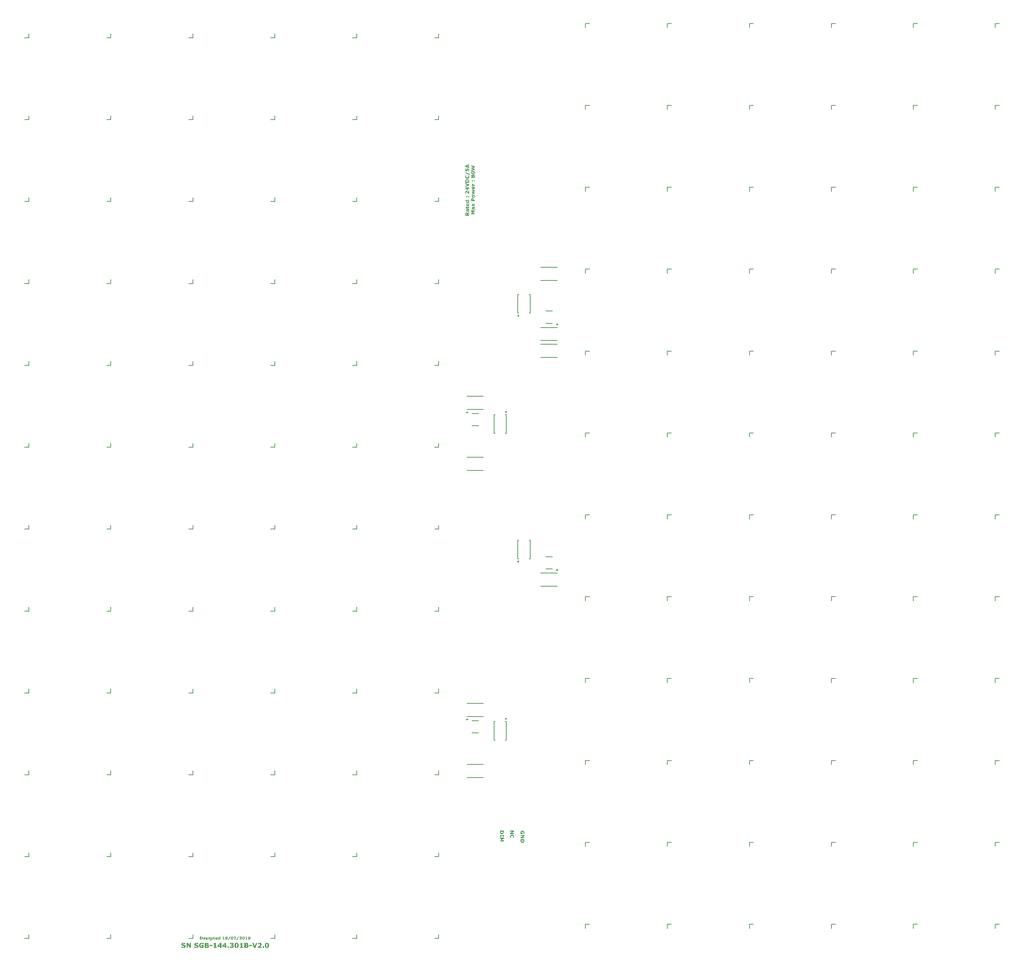
<source format=gto>
%FSLAX25Y25*%
%MOIN*%
G70*
G01*
G75*
%ADD10R,0.04724X0.13386*%
%ADD11R,0.03543X0.02362*%
%ADD12R,0.02362X0.03543*%
%ADD13R,0.05315X0.01772*%
%ADD14R,0.06693X0.07874*%
%ADD15R,0.11024X0.04921*%
%ADD16R,0.01378X0.02165*%
%ADD17R,0.09252X0.20079*%
%ADD18R,0.06693X0.09843*%
%ADD19R,0.03543X0.07087*%
%ADD20R,0.07087X0.03543*%
%ADD21R,0.15354X0.24410*%
%ADD22R,0.12992X0.17323*%
%ADD23R,0.07087X0.15354*%
%ADD24R,0.05118X0.21654*%
%ADD25C,0.00100*%
%ADD26C,0.00591*%
%ADD27C,0.01772*%
%ADD28R,0.03740X0.03150*%
%ADD29C,0.07874*%
%ADD30O,0.15748X0.29134*%
%ADD31C,0.15748*%
%ADD32C,0.23622*%
%ADD33C,0.00984*%
%ADD34C,0.00787*%
G36*
X-242366Y-444022D02*
X-242294Y-444029D01*
X-242206Y-444037D01*
X-242111Y-444044D01*
X-242009Y-444059D01*
X-241791Y-444102D01*
X-241564Y-444168D01*
X-241455Y-444212D01*
X-241346Y-444263D01*
X-241251Y-444321D01*
X-241156Y-444387D01*
X-241149Y-444394D01*
X-241134Y-444401D01*
X-241112Y-444423D01*
X-241083Y-444452D01*
X-241047Y-444496D01*
X-241010Y-444540D01*
X-240967Y-444598D01*
X-240923Y-444656D01*
X-240879Y-444729D01*
X-240835Y-444809D01*
X-240799Y-444897D01*
X-240763Y-444992D01*
X-240733Y-445094D01*
X-240711Y-445203D01*
X-240697Y-445320D01*
X-240690Y-445444D01*
Y-445451D01*
Y-445466D01*
Y-445487D01*
Y-445516D01*
X-240697Y-445560D01*
X-240704Y-445604D01*
X-240719Y-445713D01*
X-240748Y-445845D01*
X-240784Y-445990D01*
X-240843Y-446136D01*
X-240916Y-446289D01*
Y-446297D01*
X-240923Y-446304D01*
X-240937Y-446326D01*
X-240959Y-446355D01*
X-241010Y-446435D01*
X-241083Y-446544D01*
X-241185Y-446668D01*
X-241302Y-446807D01*
X-241441Y-446960D01*
X-241601Y-447120D01*
X-241616Y-447135D01*
X-241652Y-447164D01*
X-241703Y-447215D01*
X-241776Y-447281D01*
X-241863Y-447354D01*
X-241965Y-447434D01*
X-242177Y-447609D01*
X-242191Y-447616D01*
X-242221Y-447645D01*
X-242279Y-447682D01*
X-242337Y-447725D01*
X-242476Y-447827D01*
X-242541Y-447879D01*
X-242592Y-447915D01*
X-240471D01*
Y-448819D01*
X-244174D01*
Y-448039D01*
X-244167Y-448032D01*
X-244152Y-448024D01*
X-244130Y-448010D01*
X-244101Y-447988D01*
X-244065Y-447959D01*
X-244021Y-447922D01*
X-243912Y-447842D01*
X-243781Y-447747D01*
X-243642Y-447638D01*
X-243489Y-447514D01*
X-243329Y-447390D01*
X-243321Y-447383D01*
X-243307Y-447375D01*
X-243285Y-447354D01*
X-243256Y-447332D01*
X-243176Y-447266D01*
X-243081Y-447186D01*
X-242971Y-447091D01*
X-242855Y-446996D01*
X-242745Y-446894D01*
X-242643Y-446792D01*
X-242636Y-446785D01*
X-242629Y-446778D01*
X-242607Y-446756D01*
X-242578Y-446727D01*
X-242512Y-446661D01*
X-242432Y-446574D01*
X-242344Y-446472D01*
X-242257Y-446362D01*
X-242169Y-446253D01*
X-242104Y-446151D01*
X-242097Y-446136D01*
X-242075Y-446100D01*
X-242053Y-446049D01*
X-242016Y-445976D01*
X-241987Y-445896D01*
X-241965Y-445801D01*
X-241944Y-445706D01*
X-241936Y-445604D01*
Y-445597D01*
Y-445589D01*
Y-445553D01*
X-241944Y-445495D01*
X-241965Y-445422D01*
X-241987Y-445342D01*
X-242024Y-445261D01*
X-242075Y-445181D01*
X-242148Y-445108D01*
X-242155Y-445101D01*
X-242184Y-445079D01*
X-242235Y-445050D01*
X-242301Y-445014D01*
X-242381Y-444984D01*
X-242483Y-444955D01*
X-242607Y-444933D01*
X-242745Y-444926D01*
X-242796D01*
X-242855Y-444933D01*
X-242928Y-444941D01*
X-243022Y-444955D01*
X-243125Y-444977D01*
X-243241Y-445006D01*
X-243358Y-445050D01*
X-243372Y-445057D01*
X-243409Y-445072D01*
X-243474Y-445101D01*
X-243555Y-445138D01*
X-243642Y-445181D01*
X-243744Y-445232D01*
X-243956Y-445356D01*
X-244050D01*
Y-444314D01*
X-244043Y-444306D01*
X-244007Y-444299D01*
X-243956Y-444277D01*
X-243883Y-444248D01*
X-243795Y-444219D01*
X-243679Y-444190D01*
X-243547Y-444153D01*
X-243394Y-444117D01*
X-243387D01*
X-243372Y-444110D01*
X-243351D01*
X-243314Y-444102D01*
X-243278Y-444095D01*
X-243234Y-444088D01*
X-243117Y-444066D01*
X-242986Y-444044D01*
X-242833Y-444029D01*
X-242673Y-444022D01*
X-242512Y-444015D01*
X-242425D01*
X-242366Y-444022D01*
D02*
G37*
G36*
X-255014Y-444117D02*
X-254876D01*
X-254737Y-444124D01*
X-254606Y-444139D01*
X-254548Y-444146D01*
X-254497Y-444153D01*
X-254482D01*
X-254453Y-444161D01*
X-254402Y-444168D01*
X-254329Y-444190D01*
X-254256Y-444212D01*
X-254162Y-444241D01*
X-254067Y-444277D01*
X-253972Y-444321D01*
X-253958Y-444328D01*
X-253928Y-444343D01*
X-253885Y-444372D01*
X-253826Y-444416D01*
X-253761Y-444467D01*
X-253695Y-444532D01*
X-253629Y-444605D01*
X-253578Y-444686D01*
X-253571Y-444693D01*
X-253556Y-444722D01*
X-253535Y-444773D01*
X-253505Y-444839D01*
X-253484Y-444911D01*
X-253462Y-444999D01*
X-253447Y-445101D01*
X-253440Y-445210D01*
Y-445225D01*
Y-445269D01*
X-253447Y-445327D01*
X-253462Y-445407D01*
X-253484Y-445502D01*
X-253520Y-445604D01*
X-253564Y-445706D01*
X-253622Y-445808D01*
X-253629Y-445823D01*
X-253659Y-445852D01*
X-253695Y-445896D01*
X-253753Y-445954D01*
X-253826Y-446020D01*
X-253914Y-446093D01*
X-254016Y-446158D01*
X-254132Y-446216D01*
Y-446245D01*
X-254125D01*
X-254111Y-446253D01*
X-254089D01*
X-254060Y-446260D01*
X-253972Y-446289D01*
X-253870Y-446326D01*
X-253753Y-446377D01*
X-253629Y-446442D01*
X-253513Y-446523D01*
X-253403Y-446625D01*
X-253389Y-446639D01*
X-253360Y-446676D01*
X-253316Y-446741D01*
X-253265Y-446829D01*
X-253214Y-446931D01*
X-253170Y-447062D01*
X-253141Y-447215D01*
X-253126Y-447383D01*
Y-447390D01*
Y-447397D01*
Y-447441D01*
X-253134Y-447507D01*
X-253141Y-447587D01*
X-253163Y-447682D01*
X-253185Y-447784D01*
X-253221Y-447893D01*
X-253265Y-447995D01*
X-253272Y-448010D01*
X-253287Y-448039D01*
X-253323Y-448090D01*
X-253367Y-448148D01*
X-253418Y-448221D01*
X-253484Y-448294D01*
X-253556Y-448367D01*
X-253644Y-448440D01*
X-253659Y-448447D01*
X-253695Y-448476D01*
X-253746Y-448505D01*
X-253826Y-448549D01*
X-253914Y-448600D01*
X-254016Y-448651D01*
X-254132Y-448695D01*
X-254256Y-448731D01*
X-254271D01*
X-254293Y-448739D01*
X-254315Y-448746D01*
X-254388Y-448761D01*
X-254490Y-448775D01*
X-254614Y-448790D01*
X-254752Y-448804D01*
X-254920Y-448812D01*
X-255102Y-448819D01*
X-257158D01*
Y-444110D01*
X-255138D01*
X-255014Y-444117D01*
D02*
G37*
G36*
X-238393Y-448819D02*
X-239574D01*
Y-447572D01*
X-238393D01*
Y-448819D01*
D02*
G37*
G36*
X-246558D02*
X-247914D01*
X-249635Y-444110D01*
X-248366D01*
X-247221Y-447434D01*
X-246077Y-444110D01*
X-244830D01*
X-246558Y-448819D01*
D02*
G37*
G36*
X-269230Y-444022D02*
X-269128D01*
X-269004Y-444037D01*
X-268873Y-444051D01*
X-268742Y-444066D01*
X-268610Y-444095D01*
X-268596D01*
X-268552Y-444110D01*
X-268494Y-444124D01*
X-268413Y-444153D01*
X-268326Y-444182D01*
X-268231Y-444212D01*
X-268144Y-444255D01*
X-268056Y-444299D01*
X-268042Y-444306D01*
X-268013Y-444328D01*
X-267969Y-444365D01*
X-267911Y-444409D01*
X-267845Y-444459D01*
X-267779Y-444525D01*
X-267721Y-444598D01*
X-267670Y-444678D01*
X-267663Y-444686D01*
X-267648Y-444715D01*
X-267626Y-444766D01*
X-267604Y-444824D01*
X-267583Y-444897D01*
X-267561Y-444992D01*
X-267546Y-445086D01*
X-267539Y-445196D01*
Y-445203D01*
Y-445210D01*
Y-445232D01*
Y-445261D01*
X-267553Y-445334D01*
X-267568Y-445429D01*
X-267597Y-445538D01*
X-267641Y-445655D01*
X-267706Y-445772D01*
X-267787Y-445896D01*
X-267794Y-445910D01*
X-267830Y-445947D01*
X-267881Y-445998D01*
X-267954Y-446056D01*
X-268049Y-446122D01*
X-268158Y-446187D01*
X-268282Y-446245D01*
X-268428Y-446282D01*
Y-446333D01*
X-268421D01*
X-268399Y-446340D01*
X-268370D01*
X-268326Y-446355D01*
X-268275Y-446362D01*
X-268217Y-446377D01*
X-268086Y-446420D01*
X-268078D01*
X-268056Y-446435D01*
X-268020Y-446450D01*
X-267976Y-446472D01*
X-267867Y-446530D01*
X-267757Y-446610D01*
X-267750Y-446617D01*
X-267728Y-446632D01*
X-267706Y-446661D01*
X-267670Y-446698D01*
X-267626Y-446741D01*
X-267590Y-446800D01*
X-267510Y-446923D01*
X-267502Y-446931D01*
X-267495Y-446953D01*
X-267480Y-446996D01*
X-267459Y-447047D01*
X-267444Y-447113D01*
X-267429Y-447193D01*
X-267422Y-447288D01*
X-267415Y-447390D01*
Y-447405D01*
Y-447448D01*
X-267422Y-447514D01*
X-267429Y-447594D01*
X-267451Y-447689D01*
X-267473Y-447798D01*
X-267510Y-447908D01*
X-267553Y-448017D01*
X-267561Y-448032D01*
X-267575Y-448061D01*
X-267612Y-448119D01*
X-267655Y-448185D01*
X-267706Y-448258D01*
X-267779Y-448345D01*
X-267860Y-448425D01*
X-267954Y-448505D01*
X-267969Y-448513D01*
X-267998Y-448535D01*
X-268056Y-448571D01*
X-268129Y-448615D01*
X-268224Y-448666D01*
X-268326Y-448717D01*
X-268450Y-448768D01*
X-268581Y-448812D01*
X-268588D01*
X-268596Y-448819D01*
X-268618D01*
X-268647Y-448826D01*
X-268720Y-448841D01*
X-268822Y-448863D01*
X-268953Y-448884D01*
X-269099Y-448899D01*
X-269267Y-448906D01*
X-269449Y-448914D01*
X-269595D01*
X-269653Y-448906D01*
X-269791Y-448899D01*
X-269952Y-448892D01*
X-270119Y-448870D01*
X-270287Y-448848D01*
X-270455Y-448819D01*
X-270462D01*
X-270469Y-448812D01*
X-270491D01*
X-270520Y-448804D01*
X-270601Y-448782D01*
X-270695Y-448761D01*
X-270805Y-448731D01*
X-270914Y-448702D01*
X-271031Y-448659D01*
X-271133Y-448622D01*
Y-447580D01*
X-271016D01*
X-271002Y-447587D01*
X-270965Y-447609D01*
X-270907Y-447638D01*
X-270827Y-447682D01*
X-270732Y-447725D01*
X-270622Y-447776D01*
X-270498Y-447820D01*
X-270360Y-447871D01*
X-270353D01*
X-270345Y-447879D01*
X-270323D01*
X-270294Y-447886D01*
X-270221Y-447908D01*
X-270134Y-447929D01*
X-270025Y-447951D01*
X-269908Y-447966D01*
X-269784Y-447981D01*
X-269667Y-447988D01*
X-269602D01*
X-269551Y-447981D01*
X-269493D01*
X-269427Y-447973D01*
X-269274Y-447959D01*
X-269267D01*
X-269237Y-447951D01*
X-269194Y-447944D01*
X-269143Y-447929D01*
X-269026Y-447893D01*
X-268909Y-447827D01*
X-268902Y-447820D01*
X-268887Y-447813D01*
X-268844Y-447776D01*
X-268778Y-447711D01*
X-268720Y-447638D01*
Y-447631D01*
X-268705Y-447616D01*
X-268698Y-447594D01*
X-268683Y-447558D01*
X-268669Y-447507D01*
X-268661Y-447456D01*
X-268647Y-447390D01*
Y-447310D01*
Y-447303D01*
Y-447273D01*
X-268654Y-447237D01*
X-268661Y-447193D01*
X-268691Y-447091D01*
X-268712Y-447040D01*
X-268749Y-446996D01*
X-268756Y-446989D01*
X-268763Y-446975D01*
X-268785Y-446960D01*
X-268814Y-446931D01*
X-268895Y-446880D01*
X-268997Y-446836D01*
X-269004D01*
X-269026Y-446829D01*
X-269055Y-446821D01*
X-269099Y-446807D01*
X-269157Y-446800D01*
X-269215Y-446792D01*
X-269288Y-446785D01*
X-269369Y-446778D01*
X-269449D01*
X-269500Y-446770D01*
X-270032D01*
Y-445932D01*
X-269616D01*
X-269544Y-445925D01*
X-269471D01*
X-269325Y-445918D01*
X-269296D01*
X-269259Y-445910D01*
X-269215Y-445903D01*
X-269106Y-445881D01*
X-269004Y-445845D01*
X-268997D01*
X-268982Y-445837D01*
X-268953Y-445823D01*
X-268924Y-445801D01*
X-268858Y-445757D01*
X-268793Y-445691D01*
Y-445684D01*
X-268778Y-445670D01*
X-268771Y-445648D01*
X-268756Y-445619D01*
X-268742Y-445575D01*
X-268734Y-445524D01*
X-268720Y-445466D01*
Y-445400D01*
Y-445393D01*
Y-445378D01*
Y-445349D01*
X-268727Y-445320D01*
X-268749Y-445247D01*
X-268793Y-445174D01*
Y-445167D01*
X-268807Y-445159D01*
X-268844Y-445123D01*
X-268902Y-445079D01*
X-268982Y-445035D01*
X-268989D01*
X-269004Y-445028D01*
X-269033Y-445021D01*
X-269062Y-445006D01*
X-269106Y-444992D01*
X-269157Y-444984D01*
X-269274Y-444963D01*
X-269281D01*
X-269303Y-444955D01*
X-269332D01*
X-269369Y-444948D01*
X-269463Y-444941D01*
X-269609D01*
X-269667Y-444948D01*
X-269748Y-444955D01*
X-269850Y-444963D01*
X-269959Y-444984D01*
X-270076Y-445006D01*
X-270207Y-445043D01*
X-270214D01*
X-270221Y-445050D01*
X-270265Y-445065D01*
X-270331Y-445086D01*
X-270418Y-445116D01*
X-270528Y-445159D01*
X-270637Y-445210D01*
X-270754Y-445269D01*
X-270878Y-445334D01*
X-270994D01*
Y-444314D01*
X-270980Y-444306D01*
X-270951Y-444299D01*
X-270892Y-444277D01*
X-270812Y-444248D01*
X-270710Y-444219D01*
X-270593Y-444190D01*
X-270455Y-444153D01*
X-270294Y-444117D01*
X-270287D01*
X-270272Y-444110D01*
X-270251D01*
X-270214Y-444102D01*
X-270178Y-444095D01*
X-270127Y-444088D01*
X-270017Y-444066D01*
X-269879Y-444044D01*
X-269726Y-444029D01*
X-269558Y-444022D01*
X-269390Y-444015D01*
X-269318D01*
X-269230Y-444022D01*
D02*
G37*
G36*
X-293046Y-444117D02*
X-292908D01*
X-292769Y-444124D01*
X-292638Y-444139D01*
X-292580Y-444146D01*
X-292529Y-444153D01*
X-292514D01*
X-292485Y-444161D01*
X-292434Y-444168D01*
X-292361Y-444190D01*
X-292288Y-444212D01*
X-292194Y-444241D01*
X-292099Y-444277D01*
X-292004Y-444321D01*
X-291989Y-444328D01*
X-291960Y-444343D01*
X-291916Y-444372D01*
X-291858Y-444416D01*
X-291793Y-444467D01*
X-291727Y-444532D01*
X-291661Y-444605D01*
X-291610Y-444686D01*
X-291603Y-444693D01*
X-291588Y-444722D01*
X-291567Y-444773D01*
X-291537Y-444839D01*
X-291515Y-444911D01*
X-291494Y-444999D01*
X-291479Y-445101D01*
X-291472Y-445210D01*
Y-445225D01*
Y-445269D01*
X-291479Y-445327D01*
X-291494Y-445407D01*
X-291515Y-445502D01*
X-291552Y-445604D01*
X-291596Y-445706D01*
X-291654Y-445808D01*
X-291661Y-445823D01*
X-291690Y-445852D01*
X-291727Y-445896D01*
X-291785Y-445954D01*
X-291858Y-446020D01*
X-291946Y-446093D01*
X-292048Y-446158D01*
X-292164Y-446216D01*
Y-446245D01*
X-292157D01*
X-292143Y-446253D01*
X-292121D01*
X-292091Y-446260D01*
X-292004Y-446289D01*
X-291902Y-446326D01*
X-291785Y-446377D01*
X-291661Y-446442D01*
X-291545Y-446523D01*
X-291435Y-446625D01*
X-291421Y-446639D01*
X-291392Y-446676D01*
X-291348Y-446741D01*
X-291297Y-446829D01*
X-291246Y-446931D01*
X-291202Y-447062D01*
X-291173Y-447215D01*
X-291158Y-447383D01*
Y-447390D01*
Y-447397D01*
Y-447441D01*
X-291166Y-447507D01*
X-291173Y-447587D01*
X-291195Y-447682D01*
X-291217Y-447784D01*
X-291253Y-447893D01*
X-291297Y-447995D01*
X-291304Y-448010D01*
X-291319Y-448039D01*
X-291355Y-448090D01*
X-291399Y-448148D01*
X-291450Y-448221D01*
X-291515Y-448294D01*
X-291588Y-448367D01*
X-291676Y-448440D01*
X-291690Y-448447D01*
X-291727Y-448476D01*
X-291778Y-448505D01*
X-291858Y-448549D01*
X-291946Y-448600D01*
X-292048Y-448651D01*
X-292164Y-448695D01*
X-292288Y-448731D01*
X-292303D01*
X-292325Y-448739D01*
X-292347Y-448746D01*
X-292420Y-448761D01*
X-292522Y-448775D01*
X-292646Y-448790D01*
X-292784Y-448804D01*
X-292952Y-448812D01*
X-293134Y-448819D01*
X-295190D01*
Y-444110D01*
X-293170D01*
X-293046Y-444117D01*
D02*
G37*
G36*
X-274814Y-446873D02*
X-274173D01*
Y-447733D01*
X-274814D01*
Y-448834D01*
X-275973D01*
Y-447733D01*
X-278262D01*
Y-446843D01*
X-276054Y-444110D01*
X-274814D01*
Y-446873D01*
D02*
G37*
G36*
X-284721Y-447995D02*
X-283752D01*
Y-448819D01*
X-286894D01*
Y-447995D01*
X-285902D01*
Y-445502D01*
X-286894D01*
Y-444736D01*
X-286755D01*
X-286690Y-444729D01*
X-286617D01*
X-286464Y-444715D01*
X-286456D01*
X-286427Y-444707D01*
X-286391Y-444700D01*
X-286340Y-444693D01*
X-286223Y-444664D01*
X-286114Y-444620D01*
X-286106Y-444613D01*
X-286085Y-444605D01*
X-286055Y-444591D01*
X-286026Y-444561D01*
X-285946Y-444503D01*
X-285910Y-444459D01*
X-285873Y-444416D01*
X-285866Y-444409D01*
X-285858Y-444394D01*
X-285844Y-444365D01*
X-285829Y-444328D01*
X-285807Y-444284D01*
X-285793Y-444226D01*
X-285778Y-444168D01*
X-285771Y-444095D01*
X-284721D01*
Y-447995D01*
D02*
G37*
G36*
X-259345D02*
X-258375D01*
Y-448819D01*
X-261517D01*
Y-447995D01*
X-260526D01*
Y-445502D01*
X-261517D01*
Y-444736D01*
X-261379D01*
X-261313Y-444729D01*
X-261240D01*
X-261087Y-444715D01*
X-261080D01*
X-261051Y-444707D01*
X-261014Y-444700D01*
X-260963Y-444693D01*
X-260846Y-444664D01*
X-260737Y-444620D01*
X-260730Y-444613D01*
X-260708Y-444605D01*
X-260679Y-444591D01*
X-260650Y-444561D01*
X-260570Y-444503D01*
X-260533Y-444459D01*
X-260497Y-444416D01*
X-260489Y-444409D01*
X-260482Y-444394D01*
X-260467Y-444365D01*
X-260453Y-444328D01*
X-260431Y-444284D01*
X-260416Y-444226D01*
X-260402Y-444168D01*
X-260395Y-444095D01*
X-259345D01*
Y-447995D01*
D02*
G37*
G36*
X-272161Y-448819D02*
X-273342D01*
Y-447572D01*
X-272161D01*
Y-448819D01*
D02*
G37*
G36*
X-288089Y-447179D02*
X-290502D01*
Y-446267D01*
X-288089D01*
Y-447179D01*
D02*
G37*
G36*
X-35827Y262522D02*
X-36105D01*
Y262516D01*
X-36094Y262511D01*
X-36083Y262495D01*
X-36073Y262473D01*
X-36034Y262418D01*
X-35980Y262347D01*
X-35974Y262342D01*
X-35969Y262331D01*
X-35952Y262309D01*
X-35942Y262287D01*
X-35903Y262227D01*
X-35865Y262156D01*
Y262151D01*
X-35854Y262134D01*
X-35849Y262107D01*
X-35832Y262074D01*
X-35821Y262036D01*
X-35805Y261992D01*
X-35783Y261894D01*
Y261889D01*
X-35778Y261872D01*
X-35772Y261845D01*
Y261807D01*
X-35767Y261763D01*
X-35761Y261714D01*
X-35756Y261599D01*
Y261594D01*
Y261583D01*
Y261561D01*
X-35761Y261539D01*
Y261506D01*
X-35767Y261468D01*
X-35783Y261381D01*
X-35816Y261277D01*
X-35854Y261173D01*
X-35914Y261070D01*
X-35947Y261015D01*
X-35991Y260966D01*
X-35996D01*
X-36002Y260955D01*
X-36034Y260928D01*
X-36083Y260884D01*
X-36154Y260840D01*
X-36242Y260797D01*
X-36346Y260753D01*
X-36460Y260726D01*
X-36526Y260720D01*
X-36591Y260715D01*
X-36640D01*
X-36695Y260720D01*
X-36761Y260731D01*
X-36837Y260748D01*
X-36913Y260769D01*
X-36995Y260797D01*
X-37066Y260840D01*
X-37077Y260846D01*
X-37099Y260862D01*
X-37132Y260895D01*
X-37170Y260939D01*
X-37219Y260988D01*
X-37268Y261053D01*
X-37312Y261124D01*
X-37356Y261212D01*
Y261217D01*
X-37361Y261223D01*
X-37372Y261255D01*
X-37394Y261304D01*
X-37416Y261375D01*
X-37443Y261457D01*
X-37465Y261556D01*
X-37492Y261670D01*
X-37509Y261796D01*
Y261801D01*
Y261812D01*
X-37514Y261829D01*
X-37519Y261856D01*
Y261889D01*
X-37525Y261927D01*
X-37536Y262020D01*
X-37547Y262129D01*
X-37558Y262249D01*
X-37569Y262386D01*
X-37580Y262522D01*
X-37629D01*
X-37667Y262511D01*
X-37711Y262500D01*
X-37765Y262478D01*
X-37814Y262446D01*
X-37858Y262402D01*
X-37896Y262342D01*
X-37902Y262336D01*
X-37913Y262309D01*
X-37923Y262271D01*
X-37940Y262211D01*
X-37956Y262140D01*
X-37973Y262047D01*
X-37978Y261943D01*
X-37984Y261818D01*
Y261807D01*
Y261779D01*
X-37978Y261736D01*
X-37973Y261681D01*
X-37967Y261616D01*
X-37951Y261539D01*
X-37934Y261452D01*
X-37907Y261365D01*
X-37902Y261354D01*
X-37896Y261326D01*
X-37880Y261283D01*
X-37863Y261233D01*
X-37825Y261124D01*
X-37809Y261070D01*
X-37793Y261026D01*
Y260949D01*
X-38431D01*
Y260955D01*
X-38437Y260977D01*
X-38448Y261010D01*
X-38459Y261053D01*
X-38469Y261113D01*
X-38486Y261184D01*
X-38502Y261277D01*
X-38519Y261381D01*
Y261386D01*
Y261397D01*
X-38524Y261414D01*
Y261436D01*
X-38535Y261495D01*
X-38546Y261572D01*
X-38551Y261665D01*
X-38562Y261769D01*
X-38568Y261878D01*
Y261992D01*
Y262003D01*
Y262025D01*
Y262063D01*
X-38562Y262112D01*
Y262173D01*
X-38557Y262238D01*
X-38551Y262315D01*
X-38541Y262396D01*
X-38513Y262566D01*
X-38469Y262740D01*
X-38448Y262822D01*
X-38415Y262904D01*
X-38377Y262975D01*
X-38339Y263041D01*
Y263046D01*
X-38328Y263057D01*
X-38317Y263073D01*
X-38295Y263090D01*
X-38273Y263117D01*
X-38240Y263144D01*
X-38208Y263172D01*
X-38169Y263205D01*
X-38120Y263237D01*
X-38071Y263265D01*
X-38011Y263292D01*
X-37951Y263319D01*
X-37880Y263335D01*
X-37809Y263352D01*
X-37727Y263363D01*
X-37640Y263368D01*
X-35827D01*
Y262522D01*
D02*
G37*
G36*
Y259148D02*
X-38186D01*
X-36657Y258492D01*
Y257859D01*
X-38186Y257209D01*
X-35827D01*
Y256352D01*
X-39354D01*
Y257406D01*
X-37585Y258203D01*
X-39354Y258995D01*
Y260059D01*
X-35827D01*
Y259148D01*
D02*
G37*
G36*
Y265940D02*
X-36624Y265367D01*
X-35827Y264777D01*
Y263811D01*
X-37154Y264859D01*
X-38486Y263827D01*
Y264821D01*
X-37700Y265383D01*
X-38486Y265951D01*
Y266928D01*
X-37176Y265885D01*
X-35827Y266939D01*
Y265940D01*
D02*
G37*
G36*
X-37045Y275337D02*
X-36990Y275331D01*
X-36924Y275320D01*
X-36853Y275309D01*
X-36777Y275293D01*
X-36700Y275271D01*
X-36613Y275249D01*
X-36526Y275217D01*
X-36444Y275178D01*
X-36356Y275135D01*
X-36275Y275080D01*
X-36198Y275025D01*
X-36122Y274954D01*
X-36116Y274949D01*
X-36105Y274938D01*
X-36089Y274916D01*
X-36062Y274883D01*
X-36034Y274845D01*
X-36002Y274796D01*
X-35969Y274742D01*
X-35936Y274676D01*
X-35898Y274605D01*
X-35865Y274523D01*
X-35832Y274436D01*
X-35805Y274343D01*
X-35778Y274239D01*
X-35761Y274130D01*
X-35750Y274010D01*
X-35745Y273884D01*
Y273879D01*
Y273851D01*
Y273819D01*
X-35750Y273770D01*
X-35756Y273710D01*
X-35767Y273644D01*
X-35778Y273573D01*
X-35794Y273491D01*
X-35811Y273404D01*
X-35838Y273316D01*
X-35865Y273229D01*
X-35903Y273136D01*
X-35947Y273049D01*
X-35996Y272967D01*
X-36056Y272885D01*
X-36122Y272809D01*
X-36127Y272803D01*
X-36138Y272792D01*
X-36160Y272776D01*
X-36193Y272749D01*
X-36231Y272721D01*
X-36275Y272689D01*
X-36329Y272656D01*
X-36395Y272618D01*
X-36460Y272585D01*
X-36537Y272547D01*
X-36624Y272514D01*
X-36717Y272486D01*
X-36815Y272459D01*
X-36919Y272443D01*
X-37034Y272432D01*
X-37154Y272426D01*
X-37219D01*
X-37263Y272432D01*
X-37317Y272437D01*
X-37383Y272448D01*
X-37454Y272459D01*
X-37530Y272476D01*
X-37612Y272492D01*
X-37700Y272519D01*
X-37782Y272552D01*
X-37869Y272590D01*
X-37956Y272634D01*
X-38038Y272683D01*
X-38120Y272743D01*
X-38191Y272809D01*
X-38197Y272814D01*
X-38208Y272825D01*
X-38224Y272847D01*
X-38251Y272880D01*
X-38278Y272918D01*
X-38311Y272967D01*
X-38344Y273022D01*
X-38382Y273087D01*
X-38415Y273164D01*
X-38448Y273240D01*
X-38480Y273333D01*
X-38508Y273426D01*
X-38535Y273529D01*
X-38551Y273639D01*
X-38562Y273759D01*
X-38568Y273884D01*
Y273890D01*
Y273917D01*
Y273950D01*
X-38562Y273999D01*
X-38557Y274059D01*
X-38546Y274125D01*
X-38535Y274201D01*
X-38519Y274277D01*
X-38502Y274365D01*
X-38475Y274452D01*
X-38442Y274539D01*
X-38410Y274632D01*
X-38360Y274720D01*
X-38311Y274801D01*
X-38251Y274883D01*
X-38186Y274960D01*
X-38180Y274965D01*
X-38169Y274976D01*
X-38147Y274993D01*
X-38115Y275020D01*
X-38076Y275047D01*
X-38033Y275080D01*
X-37978Y275118D01*
X-37918Y275151D01*
X-37847Y275189D01*
X-37771Y275222D01*
X-37683Y275255D01*
X-37591Y275282D01*
X-37492Y275309D01*
X-37389Y275326D01*
X-37274Y275337D01*
X-37154Y275342D01*
X-37094D01*
X-37045Y275337D01*
D02*
G37*
G36*
X-38147Y272017D02*
X-38087Y272011D01*
X-38016Y272001D01*
X-37940Y271984D01*
X-37858Y271962D01*
X-37771Y271935D01*
X-37760Y271930D01*
X-37732Y271919D01*
X-37694Y271902D01*
X-37640Y271875D01*
X-37580Y271842D01*
X-37519Y271804D01*
X-37454Y271755D01*
X-37394Y271700D01*
X-37383Y271689D01*
X-37361Y271662D01*
X-37323Y271618D01*
X-37279Y271564D01*
X-37225Y271493D01*
X-37176Y271411D01*
X-37121Y271323D01*
X-37077Y271225D01*
Y271220D01*
X-37072Y271214D01*
X-37066Y271198D01*
X-37061Y271182D01*
X-37045Y271122D01*
X-37028Y271051D01*
X-37006Y270958D01*
X-36990Y270843D01*
X-36979Y270718D01*
X-36974Y270581D01*
Y270019D01*
X-35827D01*
Y269107D01*
X-39354D01*
Y270603D01*
Y270608D01*
Y270619D01*
Y270636D01*
Y270657D01*
X-39349Y270723D01*
Y270799D01*
X-39338Y270892D01*
X-39327Y270985D01*
X-39316Y271083D01*
X-39294Y271171D01*
Y271176D01*
Y271182D01*
X-39283Y271209D01*
X-39267Y271252D01*
X-39250Y271313D01*
X-39223Y271373D01*
X-39196Y271444D01*
X-39158Y271515D01*
X-39119Y271580D01*
X-39114Y271591D01*
X-39092Y271613D01*
X-39065Y271651D01*
X-39021Y271700D01*
X-38966Y271755D01*
X-38906Y271810D01*
X-38835Y271859D01*
X-38759Y271908D01*
X-38748Y271913D01*
X-38721Y271924D01*
X-38672Y271946D01*
X-38612Y271968D01*
X-38535Y271984D01*
X-38448Y272006D01*
X-38344Y272017D01*
X-38235Y272022D01*
X-38197D01*
X-38147Y272017D01*
D02*
G37*
G36*
X-308465Y-448819D02*
X-309639D01*
X-311643Y-445589D01*
Y-448819D01*
X-312759D01*
Y-444110D01*
X-311308D01*
X-309580Y-446814D01*
Y-444110D01*
X-308465D01*
Y-448819D01*
D02*
G37*
G36*
X-250057Y-447179D02*
X-252470D01*
Y-446267D01*
X-250057D01*
Y-447179D01*
D02*
G37*
G36*
X-297953Y-444022D02*
X-297836D01*
X-297697Y-444037D01*
X-297552Y-444051D01*
X-297399Y-444073D01*
X-297238Y-444102D01*
X-297231D01*
X-297216Y-444110D01*
X-297195D01*
X-297165Y-444117D01*
X-297122Y-444131D01*
X-297078Y-444146D01*
X-296961Y-444175D01*
X-296823Y-444219D01*
X-296662Y-444277D01*
X-296487Y-444350D01*
X-296298Y-444438D01*
Y-445538D01*
X-296444D01*
X-296451Y-445524D01*
X-296473Y-445509D01*
X-296502Y-445487D01*
X-296538Y-445466D01*
X-296582Y-445436D01*
X-296640Y-445400D01*
X-296699Y-445356D01*
X-296706Y-445349D01*
X-296728Y-445334D01*
X-296757Y-445312D01*
X-296801Y-445283D01*
X-296852Y-445247D01*
X-296910Y-445218D01*
X-297027Y-445145D01*
X-297034Y-445138D01*
X-297056Y-445130D01*
X-297100Y-445108D01*
X-297151Y-445086D01*
X-297209Y-445057D01*
X-297282Y-445028D01*
X-297369Y-444999D01*
X-297457Y-444970D01*
X-297464D01*
X-297501Y-444955D01*
X-297544Y-444948D01*
X-297610Y-444933D01*
X-297690Y-444919D01*
X-297778Y-444911D01*
X-297872Y-444897D01*
X-298025D01*
X-298091Y-444904D01*
X-298164Y-444911D01*
X-298259Y-444919D01*
X-298354Y-444933D01*
X-298456Y-444963D01*
X-298558Y-444992D01*
X-298572Y-444999D01*
X-298601Y-445006D01*
X-298653Y-445035D01*
X-298718Y-445065D01*
X-298791Y-445101D01*
X-298871Y-445152D01*
X-298951Y-445210D01*
X-299031Y-445283D01*
X-299039Y-445291D01*
X-299061Y-445320D01*
X-299097Y-445356D01*
X-299141Y-445414D01*
X-299192Y-445487D01*
X-299243Y-445568D01*
X-299301Y-445662D01*
X-299345Y-445772D01*
X-299352Y-445786D01*
X-299360Y-445823D01*
X-299381Y-445881D01*
X-299396Y-445961D01*
X-299418Y-446063D01*
X-299440Y-446180D01*
X-299447Y-446304D01*
X-299454Y-446442D01*
Y-446450D01*
Y-446479D01*
Y-446515D01*
X-299447Y-446574D01*
X-299440Y-446639D01*
X-299432Y-446712D01*
X-299418Y-446792D01*
X-299403Y-446887D01*
X-299352Y-447077D01*
X-299279Y-447273D01*
X-299236Y-447375D01*
X-299177Y-447470D01*
X-299119Y-447558D01*
X-299046Y-447638D01*
X-299039Y-447645D01*
X-299024Y-447652D01*
X-299002Y-447674D01*
X-298966Y-447704D01*
X-298922Y-447733D01*
X-298871Y-447769D01*
X-298805Y-447806D01*
X-298740Y-447842D01*
X-298653Y-447879D01*
X-298565Y-447915D01*
X-298463Y-447951D01*
X-298354Y-447981D01*
X-298237Y-448010D01*
X-298106Y-448032D01*
X-297967Y-448039D01*
X-297821Y-448046D01*
X-297566D01*
X-297508Y-448039D01*
Y-447113D01*
X-298448D01*
Y-446224D01*
X-296276D01*
Y-448549D01*
X-296290Y-448557D01*
X-296334Y-448571D01*
X-296407Y-448593D01*
X-296502Y-448629D01*
X-296626Y-448666D01*
X-296764Y-448702D01*
X-296932Y-448753D01*
X-297122Y-448797D01*
X-297129D01*
X-297143Y-448804D01*
X-297173D01*
X-297209Y-448812D01*
X-297260Y-448826D01*
X-297311Y-448834D01*
X-297377Y-448841D01*
X-297442Y-448855D01*
X-297603Y-448877D01*
X-297778Y-448892D01*
X-297960Y-448906D01*
X-298157Y-448914D01*
X-298208D01*
X-298273Y-448906D01*
X-298354D01*
X-298456Y-448892D01*
X-298572Y-448877D01*
X-298704Y-448863D01*
X-298842Y-448834D01*
X-298988Y-448797D01*
X-299141Y-448753D01*
X-299301Y-448702D01*
X-299454Y-448637D01*
X-299615Y-448564D01*
X-299761Y-448476D01*
X-299906Y-448382D01*
X-300038Y-448265D01*
X-300045Y-448258D01*
X-300067Y-448236D01*
X-300103Y-448199D01*
X-300140Y-448141D01*
X-300198Y-448075D01*
X-300249Y-447995D01*
X-300315Y-447900D01*
X-300373Y-447791D01*
X-300438Y-447667D01*
X-300504Y-447536D01*
X-300555Y-447390D01*
X-300606Y-447222D01*
X-300650Y-447055D01*
X-300686Y-446865D01*
X-300708Y-446668D01*
X-300715Y-446457D01*
Y-446442D01*
Y-446406D01*
X-300708Y-446355D01*
X-300701Y-446275D01*
X-300694Y-446180D01*
X-300679Y-446078D01*
X-300657Y-445954D01*
X-300628Y-445823D01*
X-300592Y-445691D01*
X-300548Y-445546D01*
X-300489Y-445400D01*
X-300424Y-445254D01*
X-300351Y-445101D01*
X-300256Y-444963D01*
X-300154Y-444824D01*
X-300030Y-444693D01*
X-300023Y-444686D01*
X-300001Y-444664D01*
X-299957Y-444627D01*
X-299906Y-444583D01*
X-299833Y-444532D01*
X-299746Y-444481D01*
X-299651Y-444416D01*
X-299535Y-444350D01*
X-299403Y-444292D01*
X-299265Y-444226D01*
X-299104Y-444175D01*
X-298937Y-444117D01*
X-298755Y-444080D01*
X-298550Y-444044D01*
X-298346Y-444022D01*
X-298120Y-444015D01*
X-297996D01*
X-297953Y-444022D01*
D02*
G37*
G36*
X-303005D02*
X-302888Y-444029D01*
X-302749Y-444037D01*
X-302596Y-444051D01*
X-302429Y-444080D01*
X-302261Y-444110D01*
X-302254D01*
X-302239Y-444117D01*
X-302217D01*
X-302181Y-444124D01*
X-302144Y-444131D01*
X-302101Y-444146D01*
X-301991Y-444168D01*
X-301867Y-444204D01*
X-301729Y-444241D01*
X-301598Y-444284D01*
X-301466Y-444336D01*
Y-445414D01*
X-301598D01*
X-301612Y-445407D01*
X-301649Y-445378D01*
X-301707Y-445334D01*
X-301795Y-445283D01*
X-301897Y-445225D01*
X-302013Y-445159D01*
X-302144Y-445094D01*
X-302297Y-445035D01*
X-302305D01*
X-302319Y-445028D01*
X-302341Y-445021D01*
X-302370Y-445014D01*
X-302407Y-444999D01*
X-302451Y-444984D01*
X-302560Y-444955D01*
X-302684Y-444933D01*
X-302830Y-444904D01*
X-302983Y-444890D01*
X-303143Y-444882D01*
X-303238D01*
X-303340Y-444890D01*
X-303449Y-444904D01*
X-303457D01*
X-303471Y-444911D01*
X-303500D01*
X-303537Y-444919D01*
X-303631Y-444948D01*
X-303734Y-444984D01*
X-303741D01*
X-303755Y-444992D01*
X-303777Y-445006D01*
X-303806Y-445021D01*
X-303872Y-445065D01*
X-303945Y-445130D01*
Y-445138D01*
X-303960Y-445145D01*
X-303974Y-445167D01*
X-303989Y-445196D01*
X-304018Y-445261D01*
X-304025Y-445305D01*
X-304032Y-445349D01*
Y-445356D01*
Y-445378D01*
X-304025Y-445414D01*
X-304018Y-445458D01*
X-303996Y-445502D01*
X-303974Y-445553D01*
X-303938Y-445597D01*
X-303894Y-445641D01*
X-303887Y-445648D01*
X-303865Y-445655D01*
X-303828Y-445677D01*
X-303770Y-445699D01*
X-303697Y-445728D01*
X-303602Y-445757D01*
X-303493Y-445786D01*
X-303355Y-445815D01*
X-303340D01*
X-303311Y-445823D01*
X-303260Y-445837D01*
X-303194Y-445852D01*
X-303121Y-445866D01*
X-303034Y-445888D01*
X-302859Y-445925D01*
X-302844D01*
X-302815Y-445932D01*
X-302771Y-445947D01*
X-302706Y-445961D01*
X-302625Y-445983D01*
X-302538Y-446005D01*
X-302443Y-446034D01*
X-302341Y-446063D01*
X-302334D01*
X-302319Y-446071D01*
X-302290Y-446078D01*
X-302254Y-446093D01*
X-302210Y-446114D01*
X-302152Y-446136D01*
X-302035Y-446187D01*
X-301904Y-446260D01*
X-301773Y-446340D01*
X-301649Y-446435D01*
X-301539Y-446544D01*
X-301525Y-446559D01*
X-301496Y-446603D01*
X-301459Y-446668D01*
X-301408Y-446756D01*
X-301357Y-446873D01*
X-301321Y-447011D01*
X-301291Y-447164D01*
X-301277Y-447339D01*
Y-447346D01*
Y-447368D01*
X-301284Y-447405D01*
Y-447456D01*
X-301291Y-447514D01*
X-301306Y-447587D01*
X-301328Y-447660D01*
X-301350Y-447740D01*
X-301386Y-447835D01*
X-301423Y-447922D01*
X-301474Y-448017D01*
X-301532Y-448112D01*
X-301598Y-448207D01*
X-301678Y-448301D01*
X-301773Y-448389D01*
X-301875Y-448476D01*
X-301882Y-448484D01*
X-301904Y-448498D01*
X-301933Y-448513D01*
X-301984Y-448542D01*
X-302042Y-448578D01*
X-302115Y-448615D01*
X-302203Y-448651D01*
X-302297Y-448688D01*
X-302407Y-448731D01*
X-302523Y-448768D01*
X-302655Y-448804D01*
X-302800Y-448841D01*
X-302954Y-448870D01*
X-303121Y-448884D01*
X-303296Y-448899D01*
X-303478Y-448906D01*
X-303624D01*
X-303683Y-448899D01*
X-303821Y-448892D01*
X-303981Y-448884D01*
X-304156Y-448863D01*
X-304331Y-448841D01*
X-304499Y-448804D01*
X-304506D01*
X-304521Y-448797D01*
X-304543D01*
X-304572Y-448782D01*
X-304652Y-448761D01*
X-304762Y-448731D01*
X-304885Y-448695D01*
X-305024Y-448651D01*
X-305308Y-448549D01*
Y-447412D01*
X-305170D01*
X-305162Y-447427D01*
X-305141Y-447441D01*
X-305111Y-447463D01*
X-305031Y-447514D01*
X-304929Y-447587D01*
X-304805Y-447660D01*
X-304659Y-447740D01*
X-304499Y-447813D01*
X-304331Y-447879D01*
X-304324D01*
X-304310Y-447886D01*
X-304288Y-447893D01*
X-304251Y-447900D01*
X-304207Y-447915D01*
X-304164Y-447929D01*
X-304047Y-447959D01*
X-303909Y-447988D01*
X-303755Y-448017D01*
X-303595Y-448032D01*
X-303435Y-448039D01*
X-303355D01*
X-303318Y-448032D01*
X-303209D01*
X-303143Y-448024D01*
X-303136D01*
X-303114Y-448017D01*
X-303078D01*
X-303034Y-448010D01*
X-302939Y-447988D01*
X-302844Y-447959D01*
X-302837D01*
X-302822Y-447951D01*
X-302793Y-447937D01*
X-302764Y-447915D01*
X-302691Y-447871D01*
X-302618Y-447813D01*
X-302611Y-447806D01*
X-302604Y-447798D01*
X-302589Y-447776D01*
X-302567Y-447747D01*
X-302553Y-447711D01*
X-302538Y-447667D01*
X-302531Y-447616D01*
X-302523Y-447558D01*
Y-447550D01*
Y-447529D01*
X-302531Y-447507D01*
X-302538Y-447470D01*
X-302560Y-447427D01*
X-302582Y-447383D01*
X-302618Y-447339D01*
X-302662Y-447295D01*
X-302669Y-447288D01*
X-302684Y-447273D01*
X-302713Y-447252D01*
X-302757Y-447230D01*
X-302815Y-447200D01*
X-302873Y-447171D01*
X-302954Y-447142D01*
X-303041Y-447120D01*
X-303056D01*
X-303085Y-447106D01*
X-303143Y-447098D01*
X-303216Y-447084D01*
X-303296Y-447062D01*
X-303391Y-447040D01*
X-303500Y-447026D01*
X-303610Y-447004D01*
X-303624D01*
X-303661Y-446996D01*
X-303719Y-446982D01*
X-303785Y-446960D01*
X-303872Y-446945D01*
X-303967Y-446916D01*
X-304164Y-446858D01*
X-304171D01*
X-304193Y-446851D01*
X-304222Y-446836D01*
X-304258Y-446821D01*
X-304310Y-446807D01*
X-304368Y-446778D01*
X-304492Y-446719D01*
X-304638Y-446646D01*
X-304776Y-446559D01*
X-304915Y-446457D01*
X-304973Y-446399D01*
X-305024Y-446340D01*
Y-446333D01*
X-305031Y-446326D01*
X-305046Y-446304D01*
X-305060Y-446282D01*
X-305104Y-446209D01*
X-305148Y-446107D01*
X-305199Y-445990D01*
X-305235Y-445845D01*
X-305264Y-445684D01*
X-305279Y-445509D01*
Y-445502D01*
Y-445480D01*
X-305272Y-445444D01*
Y-445400D01*
X-305264Y-445342D01*
X-305250Y-445276D01*
X-305228Y-445210D01*
X-305206Y-445130D01*
X-305177Y-445043D01*
X-305133Y-444963D01*
X-305089Y-444868D01*
X-305031Y-444780D01*
X-304966Y-444693D01*
X-304885Y-444605D01*
X-304798Y-444518D01*
X-304696Y-444438D01*
X-304689Y-444430D01*
X-304667Y-444416D01*
X-304638Y-444401D01*
X-304587Y-444372D01*
X-304528Y-444343D01*
X-304463Y-444306D01*
X-304375Y-444263D01*
X-304280Y-444226D01*
X-304178Y-444190D01*
X-304062Y-444146D01*
X-303938Y-444110D01*
X-303806Y-444080D01*
X-303661Y-444051D01*
X-303508Y-444029D01*
X-303340Y-444022D01*
X-303172Y-444015D01*
X-303048D01*
X-303005Y-444022D01*
D02*
G37*
G36*
X-315317D02*
X-315201Y-444029D01*
X-315062Y-444037D01*
X-314909Y-444051D01*
X-314741Y-444080D01*
X-314574Y-444110D01*
X-314566D01*
X-314552Y-444117D01*
X-314530D01*
X-314494Y-444124D01*
X-314457Y-444131D01*
X-314413Y-444146D01*
X-314304Y-444168D01*
X-314180Y-444204D01*
X-314042Y-444241D01*
X-313910Y-444284D01*
X-313779Y-444336D01*
Y-445414D01*
X-313910D01*
X-313925Y-445407D01*
X-313962Y-445378D01*
X-314020Y-445334D01*
X-314107Y-445283D01*
X-314209Y-445225D01*
X-314326Y-445159D01*
X-314457Y-445094D01*
X-314610Y-445035D01*
X-314618D01*
X-314632Y-445028D01*
X-314654Y-445021D01*
X-314683Y-445014D01*
X-314720Y-444999D01*
X-314763Y-444984D01*
X-314873Y-444955D01*
X-314997Y-444933D01*
X-315142Y-444904D01*
X-315296Y-444890D01*
X-315456Y-444882D01*
X-315551D01*
X-315653Y-444890D01*
X-315762Y-444904D01*
X-315769D01*
X-315784Y-444911D01*
X-315813D01*
X-315850Y-444919D01*
X-315944Y-444948D01*
X-316046Y-444984D01*
X-316054D01*
X-316068Y-444992D01*
X-316090Y-445006D01*
X-316119Y-445021D01*
X-316185Y-445065D01*
X-316258Y-445130D01*
Y-445138D01*
X-316272Y-445145D01*
X-316287Y-445167D01*
X-316301Y-445196D01*
X-316331Y-445261D01*
X-316338Y-445305D01*
X-316345Y-445349D01*
Y-445356D01*
Y-445378D01*
X-316338Y-445414D01*
X-316331Y-445458D01*
X-316309Y-445502D01*
X-316287Y-445553D01*
X-316250Y-445597D01*
X-316207Y-445641D01*
X-316199Y-445648D01*
X-316178Y-445655D01*
X-316141Y-445677D01*
X-316083Y-445699D01*
X-316010Y-445728D01*
X-315915Y-445757D01*
X-315806Y-445786D01*
X-315667Y-445815D01*
X-315653D01*
X-315624Y-445823D01*
X-315573Y-445837D01*
X-315507Y-445852D01*
X-315434Y-445866D01*
X-315347Y-445888D01*
X-315172Y-445925D01*
X-315157D01*
X-315128Y-445932D01*
X-315084Y-445947D01*
X-315019Y-445961D01*
X-314938Y-445983D01*
X-314851Y-446005D01*
X-314756Y-446034D01*
X-314654Y-446063D01*
X-314647D01*
X-314632Y-446071D01*
X-314603Y-446078D01*
X-314566Y-446093D01*
X-314523Y-446114D01*
X-314464Y-446136D01*
X-314348Y-446187D01*
X-314217Y-446260D01*
X-314085Y-446340D01*
X-313962Y-446435D01*
X-313852Y-446544D01*
X-313838Y-446559D01*
X-313808Y-446603D01*
X-313772Y-446668D01*
X-313721Y-446756D01*
X-313670Y-446873D01*
X-313633Y-447011D01*
X-313604Y-447164D01*
X-313590Y-447339D01*
Y-447346D01*
Y-447368D01*
X-313597Y-447405D01*
Y-447456D01*
X-313604Y-447514D01*
X-313619Y-447587D01*
X-313641Y-447660D01*
X-313663Y-447740D01*
X-313699Y-447835D01*
X-313736Y-447922D01*
X-313787Y-448017D01*
X-313845Y-448112D01*
X-313910Y-448207D01*
X-313991Y-448301D01*
X-314085Y-448389D01*
X-314187Y-448476D01*
X-314195Y-448484D01*
X-314217Y-448498D01*
X-314246Y-448513D01*
X-314297Y-448542D01*
X-314355Y-448578D01*
X-314428Y-448615D01*
X-314515Y-448651D01*
X-314610Y-448688D01*
X-314720Y-448731D01*
X-314836Y-448768D01*
X-314967Y-448804D01*
X-315113Y-448841D01*
X-315266Y-448870D01*
X-315434Y-448884D01*
X-315609Y-448899D01*
X-315791Y-448906D01*
X-315937D01*
X-315995Y-448899D01*
X-316134Y-448892D01*
X-316294Y-448884D01*
X-316469Y-448863D01*
X-316644Y-448841D01*
X-316812Y-448804D01*
X-316819D01*
X-316834Y-448797D01*
X-316856D01*
X-316885Y-448782D01*
X-316965Y-448761D01*
X-317074Y-448731D01*
X-317198Y-448695D01*
X-317337Y-448651D01*
X-317621Y-448549D01*
Y-447412D01*
X-317482D01*
X-317475Y-447427D01*
X-317453Y-447441D01*
X-317424Y-447463D01*
X-317344Y-447514D01*
X-317242Y-447587D01*
X-317118Y-447660D01*
X-316972Y-447740D01*
X-316812Y-447813D01*
X-316644Y-447879D01*
X-316637D01*
X-316622Y-447886D01*
X-316600Y-447893D01*
X-316564Y-447900D01*
X-316520Y-447915D01*
X-316476Y-447929D01*
X-316360Y-447959D01*
X-316221Y-447988D01*
X-316068Y-448017D01*
X-315908Y-448032D01*
X-315747Y-448039D01*
X-315667D01*
X-315631Y-448032D01*
X-315522D01*
X-315456Y-448024D01*
X-315449D01*
X-315427Y-448017D01*
X-315390D01*
X-315347Y-448010D01*
X-315252Y-447988D01*
X-315157Y-447959D01*
X-315150D01*
X-315135Y-447951D01*
X-315106Y-447937D01*
X-315077Y-447915D01*
X-315004Y-447871D01*
X-314931Y-447813D01*
X-314924Y-447806D01*
X-314916Y-447798D01*
X-314902Y-447776D01*
X-314880Y-447747D01*
X-314865Y-447711D01*
X-314851Y-447667D01*
X-314844Y-447616D01*
X-314836Y-447558D01*
Y-447550D01*
Y-447529D01*
X-314844Y-447507D01*
X-314851Y-447470D01*
X-314873Y-447427D01*
X-314895Y-447383D01*
X-314931Y-447339D01*
X-314975Y-447295D01*
X-314982Y-447288D01*
X-314997Y-447273D01*
X-315026Y-447252D01*
X-315070Y-447230D01*
X-315128Y-447200D01*
X-315186Y-447171D01*
X-315266Y-447142D01*
X-315354Y-447120D01*
X-315368D01*
X-315398Y-447106D01*
X-315456Y-447098D01*
X-315529Y-447084D01*
X-315609Y-447062D01*
X-315704Y-447040D01*
X-315813Y-447026D01*
X-315922Y-447004D01*
X-315937D01*
X-315973Y-446996D01*
X-316032Y-446982D01*
X-316097Y-446960D01*
X-316185Y-446945D01*
X-316280Y-446916D01*
X-316476Y-446858D01*
X-316484D01*
X-316506Y-446851D01*
X-316535Y-446836D01*
X-316571Y-446821D01*
X-316622Y-446807D01*
X-316681Y-446778D01*
X-316805Y-446719D01*
X-316950Y-446646D01*
X-317089Y-446559D01*
X-317227Y-446457D01*
X-317286Y-446399D01*
X-317337Y-446340D01*
Y-446333D01*
X-317344Y-446326D01*
X-317359Y-446304D01*
X-317373Y-446282D01*
X-317417Y-446209D01*
X-317461Y-446107D01*
X-317512Y-445990D01*
X-317548Y-445845D01*
X-317577Y-445684D01*
X-317592Y-445509D01*
Y-445502D01*
Y-445480D01*
X-317585Y-445444D01*
Y-445400D01*
X-317577Y-445342D01*
X-317563Y-445276D01*
X-317541Y-445210D01*
X-317519Y-445130D01*
X-317490Y-445043D01*
X-317446Y-444963D01*
X-317402Y-444868D01*
X-317344Y-444780D01*
X-317278Y-444693D01*
X-317198Y-444605D01*
X-317111Y-444518D01*
X-317009Y-444438D01*
X-317001Y-444430D01*
X-316980Y-444416D01*
X-316950Y-444401D01*
X-316899Y-444372D01*
X-316841Y-444343D01*
X-316775Y-444306D01*
X-316688Y-444263D01*
X-316593Y-444226D01*
X-316491Y-444190D01*
X-316374Y-444146D01*
X-316250Y-444110D01*
X-316119Y-444080D01*
X-315973Y-444051D01*
X-315820Y-444029D01*
X-315653Y-444022D01*
X-315485Y-444015D01*
X-315361D01*
X-315317Y-444022D01*
D02*
G37*
G36*
X-279421Y-446873D02*
X-278780D01*
Y-447733D01*
X-279421D01*
Y-448834D01*
X-280580D01*
Y-447733D01*
X-282870D01*
Y-446843D01*
X-280661Y-444110D01*
X-279421D01*
Y-446873D01*
D02*
G37*
G36*
X-268931Y-438069D02*
X-268900D01*
X-268826Y-438078D01*
X-268738Y-438087D01*
X-268647Y-438104D01*
X-268559Y-438131D01*
X-268472Y-438161D01*
X-268467D01*
X-268463Y-438166D01*
X-268437Y-438179D01*
X-268393Y-438201D01*
X-268345Y-438231D01*
X-268288Y-438275D01*
X-268227Y-438323D01*
X-268170Y-438380D01*
X-268113Y-438450D01*
X-268109Y-438458D01*
X-268092Y-438485D01*
X-268065Y-438524D01*
X-268035Y-438576D01*
X-268004Y-438642D01*
X-267969Y-438721D01*
X-267939Y-438808D01*
X-267913Y-438908D01*
Y-438913D01*
X-267908Y-438922D01*
Y-438935D01*
X-267904Y-438956D01*
X-267895Y-438983D01*
X-267891Y-439013D01*
X-267886Y-439048D01*
X-267878Y-439088D01*
X-267869Y-439179D01*
X-267856Y-439284D01*
X-267851Y-439407D01*
X-267847Y-439533D01*
Y-439538D01*
Y-439551D01*
Y-439568D01*
Y-439595D01*
Y-439625D01*
X-267851Y-439660D01*
Y-439704D01*
X-267856Y-439747D01*
X-267864Y-439848D01*
X-267873Y-439953D01*
X-267891Y-440062D01*
X-267913Y-440171D01*
Y-440176D01*
X-267917Y-440184D01*
X-267921Y-440198D01*
X-267926Y-440219D01*
X-267939Y-440268D01*
X-267961Y-440333D01*
X-267991Y-440407D01*
X-268026Y-440486D01*
X-268065Y-440560D01*
X-268113Y-440635D01*
X-268118Y-440643D01*
X-268140Y-440665D01*
X-268170Y-440696D01*
X-268210Y-440739D01*
X-268262Y-440783D01*
X-268323Y-440827D01*
X-268397Y-440871D01*
X-268476Y-440910D01*
X-268481D01*
X-268485Y-440914D01*
X-268498Y-440919D01*
X-268515Y-440923D01*
X-268537Y-440932D01*
X-268564Y-440941D01*
X-268625Y-440954D01*
X-268703Y-440971D01*
X-268795Y-440989D01*
X-268900Y-440997D01*
X-269014Y-441002D01*
X-269066D01*
X-269092Y-440997D01*
X-269127D01*
X-269202Y-440989D01*
X-269285Y-440980D01*
X-269376Y-440962D01*
X-269468Y-440941D01*
X-269556Y-440910D01*
X-269560D01*
X-269564Y-440906D01*
X-269590Y-440893D01*
X-269634Y-440871D01*
X-269682Y-440840D01*
X-269743Y-440801D01*
X-269800Y-440753D01*
X-269862Y-440696D01*
X-269918Y-440630D01*
Y-440626D01*
X-269923Y-440622D01*
X-269940Y-440595D01*
X-269966Y-440556D01*
X-269997Y-440504D01*
X-270027Y-440434D01*
X-270062Y-440355D01*
X-270093Y-440268D01*
X-270119Y-440167D01*
Y-440163D01*
X-270124Y-440154D01*
Y-440141D01*
X-270128Y-440119D01*
X-270132Y-440093D01*
X-270137Y-440062D01*
X-270146Y-440023D01*
X-270150Y-439984D01*
X-270163Y-439892D01*
X-270172Y-439782D01*
X-270176Y-439665D01*
X-270181Y-439533D01*
Y-439529D01*
Y-439516D01*
Y-439498D01*
Y-439472D01*
Y-439442D01*
X-270176Y-439402D01*
Y-439363D01*
X-270172Y-439315D01*
X-270167Y-439214D01*
X-270154Y-439110D01*
X-270141Y-439000D01*
X-270119Y-438895D01*
Y-438891D01*
X-270115Y-438882D01*
X-270111Y-438869D01*
X-270106Y-438852D01*
X-270093Y-438799D01*
X-270067Y-438738D01*
X-270041Y-438664D01*
X-270006Y-438589D01*
X-269962Y-438511D01*
X-269914Y-438437D01*
X-269905Y-438428D01*
X-269888Y-438406D01*
X-269857Y-438375D01*
X-269818Y-438332D01*
X-269765Y-438288D01*
X-269700Y-438244D01*
X-269630Y-438201D01*
X-269551Y-438161D01*
X-269547D01*
X-269543Y-438157D01*
X-269529Y-438153D01*
X-269512Y-438148D01*
X-269490Y-438139D01*
X-269464Y-438131D01*
X-269398Y-438113D01*
X-269324Y-438096D01*
X-269232Y-438078D01*
X-269127Y-438069D01*
X-269014Y-438065D01*
X-268961D01*
X-268931Y-438069D01*
D02*
G37*
G36*
X-283758Y-438756D02*
X-283719Y-438760D01*
X-283666Y-438764D01*
X-283614Y-438773D01*
X-283553Y-438786D01*
X-283426Y-438817D01*
X-283360Y-438839D01*
X-283295Y-438865D01*
X-283234Y-438895D01*
X-283172Y-438930D01*
X-283116Y-438970D01*
X-283063Y-439018D01*
X-283059Y-439022D01*
X-283050Y-439031D01*
X-283037Y-439044D01*
X-283024Y-439066D01*
X-283002Y-439092D01*
X-282980Y-439127D01*
X-282958Y-439166D01*
X-282932Y-439210D01*
X-282906Y-439262D01*
X-282884Y-439319D01*
X-282862Y-439380D01*
X-282840Y-439446D01*
X-282827Y-439520D01*
X-282814Y-439599D01*
X-282805Y-439682D01*
X-282801Y-439774D01*
Y-440010D01*
X-284366D01*
Y-440014D01*
Y-440023D01*
X-284361Y-440036D01*
Y-440049D01*
X-284352Y-440097D01*
X-284335Y-440154D01*
X-284313Y-440215D01*
X-284282Y-440281D01*
X-284234Y-440342D01*
X-284178Y-440394D01*
X-284169Y-440399D01*
X-284143Y-440416D01*
X-284103Y-440434D01*
X-284047Y-440460D01*
X-283972Y-440482D01*
X-283885Y-440504D01*
X-283780Y-440521D01*
X-283658Y-440525D01*
X-283623D01*
X-283579Y-440521D01*
X-283526Y-440517D01*
X-283461Y-440508D01*
X-283391Y-440490D01*
X-283317Y-440473D01*
X-283242Y-440447D01*
X-283238D01*
X-283234Y-440442D01*
X-283208Y-440434D01*
X-283172Y-440416D01*
X-283124Y-440394D01*
X-283072Y-440372D01*
X-283019Y-440342D01*
X-282967Y-440311D01*
X-282919Y-440276D01*
X-282840D01*
Y-440827D01*
X-282845D01*
X-282849Y-440831D01*
X-282862Y-440836D01*
X-282880Y-440840D01*
X-282923Y-440858D01*
X-282980Y-440879D01*
X-283050Y-440901D01*
X-283124Y-440919D01*
X-283199Y-440941D01*
X-283277Y-440958D01*
X-283286D01*
X-283312Y-440967D01*
X-283356Y-440971D01*
X-283413Y-440980D01*
X-283478Y-440989D01*
X-283557Y-440993D01*
X-283640Y-441002D01*
X-283793D01*
X-283837Y-440997D01*
X-283889Y-440993D01*
X-283955Y-440989D01*
X-284020Y-440980D01*
X-284095Y-440967D01*
X-284252Y-440932D01*
X-284335Y-440910D01*
X-284418Y-440884D01*
X-284497Y-440849D01*
X-284575Y-440809D01*
X-284650Y-440766D01*
X-284715Y-440718D01*
X-284719Y-440713D01*
X-284728Y-440704D01*
X-284746Y-440687D01*
X-284768Y-440665D01*
X-284794Y-440635D01*
X-284824Y-440600D01*
X-284855Y-440556D01*
X-284886Y-440508D01*
X-284916Y-440451D01*
X-284947Y-440390D01*
X-284977Y-440324D01*
X-285003Y-440250D01*
X-285025Y-440171D01*
X-285043Y-440084D01*
X-285052Y-439992D01*
X-285056Y-439896D01*
Y-439892D01*
Y-439874D01*
X-285052Y-439844D01*
Y-439809D01*
X-285047Y-439765D01*
X-285038Y-439713D01*
X-285030Y-439656D01*
X-285017Y-439595D01*
X-284999Y-439529D01*
X-284977Y-439459D01*
X-284951Y-439389D01*
X-284921Y-439319D01*
X-284881Y-439254D01*
X-284838Y-439184D01*
X-284789Y-439123D01*
X-284733Y-439061D01*
X-284728Y-439057D01*
X-284719Y-439048D01*
X-284698Y-439031D01*
X-284671Y-439013D01*
X-284641Y-438991D01*
X-284601Y-438965D01*
X-284553Y-438935D01*
X-284501Y-438904D01*
X-284440Y-438878D01*
X-284374Y-438847D01*
X-284300Y-438821D01*
X-284221Y-438799D01*
X-284138Y-438782D01*
X-284047Y-438764D01*
X-283950Y-438756D01*
X-283845Y-438751D01*
X-283797D01*
X-283758Y-438756D01*
D02*
G37*
G36*
X-257966Y-438069D02*
X-257936D01*
X-257861Y-438078D01*
X-257774Y-438087D01*
X-257682Y-438104D01*
X-257595Y-438131D01*
X-257507Y-438161D01*
X-257503D01*
X-257499Y-438166D01*
X-257472Y-438179D01*
X-257429Y-438201D01*
X-257381Y-438231D01*
X-257324Y-438275D01*
X-257263Y-438323D01*
X-257206Y-438380D01*
X-257149Y-438450D01*
X-257145Y-438458D01*
X-257127Y-438485D01*
X-257101Y-438524D01*
X-257070Y-438576D01*
X-257040Y-438642D01*
X-257005Y-438721D01*
X-256974Y-438808D01*
X-256948Y-438908D01*
Y-438913D01*
X-256944Y-438922D01*
Y-438935D01*
X-256939Y-438956D01*
X-256931Y-438983D01*
X-256926Y-439013D01*
X-256922Y-439048D01*
X-256913Y-439088D01*
X-256904Y-439179D01*
X-256891Y-439284D01*
X-256887Y-439407D01*
X-256883Y-439533D01*
Y-439538D01*
Y-439551D01*
Y-439568D01*
Y-439595D01*
Y-439625D01*
X-256887Y-439660D01*
Y-439704D01*
X-256891Y-439747D01*
X-256900Y-439848D01*
X-256909Y-439953D01*
X-256926Y-440062D01*
X-256948Y-440171D01*
Y-440176D01*
X-256953Y-440184D01*
X-256957Y-440198D01*
X-256961Y-440219D01*
X-256974Y-440268D01*
X-256996Y-440333D01*
X-257027Y-440407D01*
X-257062Y-440486D01*
X-257101Y-440560D01*
X-257149Y-440635D01*
X-257154Y-440643D01*
X-257175Y-440665D01*
X-257206Y-440696D01*
X-257245Y-440739D01*
X-257298Y-440783D01*
X-257359Y-440827D01*
X-257433Y-440871D01*
X-257512Y-440910D01*
X-257516D01*
X-257521Y-440914D01*
X-257534Y-440919D01*
X-257551Y-440923D01*
X-257573Y-440932D01*
X-257599Y-440941D01*
X-257660Y-440954D01*
X-257739Y-440971D01*
X-257831Y-440989D01*
X-257936Y-440997D01*
X-258049Y-441002D01*
X-258102D01*
X-258128Y-440997D01*
X-258163D01*
X-258237Y-440989D01*
X-258320Y-440980D01*
X-258412Y-440962D01*
X-258504Y-440941D01*
X-258591Y-440910D01*
X-258596D01*
X-258600Y-440906D01*
X-258626Y-440893D01*
X-258670Y-440871D01*
X-258718Y-440840D01*
X-258779Y-440801D01*
X-258836Y-440753D01*
X-258897Y-440696D01*
X-258954Y-440630D01*
Y-440626D01*
X-258958Y-440622D01*
X-258976Y-440595D01*
X-259002Y-440556D01*
X-259033Y-440504D01*
X-259063Y-440434D01*
X-259098Y-440355D01*
X-259129Y-440268D01*
X-259155Y-440167D01*
Y-440163D01*
X-259159Y-440154D01*
Y-440141D01*
X-259164Y-440119D01*
X-259168Y-440093D01*
X-259173Y-440062D01*
X-259181Y-440023D01*
X-259186Y-439984D01*
X-259199Y-439892D01*
X-259207Y-439782D01*
X-259212Y-439665D01*
X-259216Y-439533D01*
Y-439529D01*
Y-439516D01*
Y-439498D01*
Y-439472D01*
Y-439442D01*
X-259212Y-439402D01*
Y-439363D01*
X-259207Y-439315D01*
X-259203Y-439214D01*
X-259190Y-439110D01*
X-259177Y-439000D01*
X-259155Y-438895D01*
Y-438891D01*
X-259151Y-438882D01*
X-259146Y-438869D01*
X-259142Y-438852D01*
X-259129Y-438799D01*
X-259103Y-438738D01*
X-259076Y-438664D01*
X-259041Y-438589D01*
X-258998Y-438511D01*
X-258950Y-438437D01*
X-258941Y-438428D01*
X-258923Y-438406D01*
X-258893Y-438375D01*
X-258854Y-438332D01*
X-258801Y-438288D01*
X-258735Y-438244D01*
X-258665Y-438201D01*
X-258587Y-438161D01*
X-258582D01*
X-258578Y-438157D01*
X-258565Y-438153D01*
X-258548Y-438148D01*
X-258526Y-438139D01*
X-258500Y-438131D01*
X-258434Y-438113D01*
X-258360Y-438096D01*
X-258268Y-438078D01*
X-258163Y-438069D01*
X-258049Y-438065D01*
X-257997D01*
X-257966Y-438069D01*
D02*
G37*
G36*
X-291025Y-440945D02*
X-291711D01*
Y-438817D01*
X-291025D01*
Y-440945D01*
D02*
G37*
G36*
X-298638Y-438126D02*
X-298555Y-438131D01*
X-298463Y-438135D01*
X-298363Y-438148D01*
X-298262Y-438161D01*
X-298166Y-438183D01*
X-298162D01*
X-298153Y-438187D01*
X-298140D01*
X-298122Y-438192D01*
X-298079Y-438205D01*
X-298017Y-438222D01*
X-297952Y-438249D01*
X-297882Y-438275D01*
X-297808Y-438305D01*
X-297742Y-438345D01*
X-297738D01*
X-297729Y-438353D01*
X-297716Y-438362D01*
X-297694Y-438375D01*
X-297668Y-438397D01*
X-297642Y-438419D01*
X-297576Y-438472D01*
X-297502Y-438541D01*
X-297423Y-438624D01*
X-297349Y-438716D01*
X-297283Y-438825D01*
Y-438830D01*
X-297274Y-438839D01*
X-297266Y-438856D01*
X-297257Y-438878D01*
X-297244Y-438908D01*
X-297231Y-438943D01*
X-297213Y-438983D01*
X-297196Y-439026D01*
X-297183Y-439079D01*
X-297165Y-439131D01*
X-297139Y-439254D01*
X-297122Y-439389D01*
X-297113Y-439538D01*
Y-439542D01*
Y-439555D01*
Y-439577D01*
X-297117Y-439603D01*
Y-439638D01*
X-297122Y-439678D01*
X-297126Y-439726D01*
X-297135Y-439774D01*
X-297157Y-439883D01*
X-297192Y-440001D01*
X-297235Y-440123D01*
X-297296Y-440246D01*
Y-440250D01*
X-297305Y-440259D01*
X-297314Y-440276D01*
X-297327Y-440298D01*
X-297344Y-440324D01*
X-297366Y-440351D01*
X-297419Y-440420D01*
X-297484Y-440499D01*
X-297563Y-440578D01*
X-297650Y-440652D01*
X-297751Y-440722D01*
X-297755D01*
X-297760Y-440726D01*
X-297786Y-440744D01*
X-297830Y-440766D01*
X-297886Y-440792D01*
X-297952Y-440818D01*
X-298030Y-440849D01*
X-298113Y-440875D01*
X-298205Y-440897D01*
X-298218D01*
X-298232Y-440901D01*
X-298249Y-440906D01*
X-298271Y-440910D01*
X-298301D01*
X-298332Y-440914D01*
X-298371Y-440919D01*
X-298454Y-440927D01*
X-298555Y-440936D01*
X-298669Y-440941D01*
X-298791Y-440945D01*
X-299783D01*
Y-438122D01*
X-298673D01*
X-298638Y-438126D01*
D02*
G37*
G36*
X-264058Y-441561D02*
X-264639D01*
X-263145Y-437995D01*
X-262555D01*
X-264058Y-441561D01*
D02*
G37*
G36*
X-272261D02*
X-272842D01*
X-271347Y-437995D01*
X-270757D01*
X-272261Y-441561D01*
D02*
G37*
G36*
X-289470Y-438756D02*
X-289422Y-438760D01*
X-289373Y-438769D01*
X-289264Y-438795D01*
X-289255D01*
X-289238Y-438804D01*
X-289212Y-438812D01*
X-289177Y-438825D01*
X-289138Y-438839D01*
X-289094Y-438860D01*
X-289002Y-438908D01*
X-288980Y-438817D01*
X-288312D01*
Y-440704D01*
Y-440709D01*
Y-440718D01*
Y-440735D01*
Y-440753D01*
X-288316Y-440779D01*
Y-440809D01*
X-288320Y-440879D01*
X-288334Y-440958D01*
X-288347Y-441041D01*
X-288368Y-441124D01*
X-288399Y-441203D01*
Y-441207D01*
X-288403Y-441212D01*
X-288417Y-441238D01*
X-288434Y-441273D01*
X-288460Y-441321D01*
X-288495Y-441373D01*
X-288539Y-441426D01*
X-288587Y-441478D01*
X-288639Y-441526D01*
X-288648Y-441531D01*
X-288666Y-441544D01*
X-288701Y-441565D01*
X-288744Y-441592D01*
X-288797Y-441618D01*
X-288862Y-441648D01*
X-288932Y-441675D01*
X-289011Y-441697D01*
X-289020D01*
X-289033Y-441701D01*
X-289050Y-441705D01*
X-289094Y-441714D01*
X-289155Y-441723D01*
X-289229Y-441732D01*
X-289312Y-441740D01*
X-289404Y-441745D01*
X-289505Y-441749D01*
X-289588D01*
X-289645Y-441745D01*
X-289710Y-441740D01*
X-289784Y-441736D01*
X-289863Y-441727D01*
X-289942Y-441718D01*
X-289950D01*
X-289977Y-441714D01*
X-290016Y-441710D01*
X-290068Y-441701D01*
X-290125Y-441692D01*
X-290186Y-441683D01*
X-290252Y-441670D01*
X-290313Y-441657D01*
Y-441124D01*
X-290226D01*
X-290208Y-441133D01*
X-290182Y-441142D01*
X-290147Y-441155D01*
X-290103Y-441168D01*
X-290051Y-441181D01*
X-289994Y-441198D01*
X-289929Y-441212D01*
X-289920D01*
X-289898Y-441220D01*
X-289863Y-441225D01*
X-289819Y-441233D01*
X-289767Y-441242D01*
X-289714Y-441246D01*
X-289601Y-441255D01*
X-289570D01*
X-289535Y-441251D01*
X-289492D01*
X-289443Y-441246D01*
X-289391Y-441238D01*
X-289343Y-441229D01*
X-289295Y-441216D01*
X-289290D01*
X-289277Y-441207D01*
X-289255Y-441203D01*
X-289229Y-441190D01*
X-289168Y-441159D01*
X-289138Y-441142D01*
X-289111Y-441120D01*
X-289107Y-441115D01*
X-289103Y-441107D01*
X-289094Y-441093D01*
X-289081Y-441076D01*
X-289068Y-441054D01*
X-289050Y-441028D01*
X-289028Y-440962D01*
Y-440958D01*
X-289024Y-440945D01*
X-289020Y-440927D01*
X-289011Y-440901D01*
X-289006Y-440866D01*
X-289002Y-440831D01*
X-288998Y-440788D01*
Y-440739D01*
Y-440696D01*
X-289002Y-440700D01*
X-289020Y-440713D01*
X-289046Y-440731D01*
X-289081Y-440757D01*
X-289120Y-440783D01*
X-289168Y-440809D01*
X-289216Y-440836D01*
X-289273Y-440858D01*
X-289282Y-440862D01*
X-289299Y-440866D01*
X-289330Y-440875D01*
X-289369Y-440884D01*
X-289422Y-440897D01*
X-289478Y-440906D01*
X-289540Y-440910D01*
X-289610Y-440914D01*
X-289653D01*
X-289684Y-440910D01*
X-289719Y-440906D01*
X-289762Y-440901D01*
X-289810Y-440893D01*
X-289863Y-440879D01*
X-289972Y-440849D01*
X-290033Y-440827D01*
X-290090Y-440801D01*
X-290147Y-440770D01*
X-290199Y-440735D01*
X-290252Y-440696D01*
X-290300Y-440648D01*
X-290304Y-440643D01*
X-290309Y-440635D01*
X-290322Y-440617D01*
X-290339Y-440595D01*
X-290357Y-440569D01*
X-290374Y-440534D01*
X-290396Y-440490D01*
X-290418Y-440442D01*
X-290444Y-440390D01*
X-290466Y-440329D01*
X-290483Y-440259D01*
X-290501Y-440184D01*
X-290518Y-440106D01*
X-290532Y-440019D01*
X-290536Y-439927D01*
X-290540Y-439826D01*
Y-439822D01*
Y-439813D01*
Y-439800D01*
Y-439782D01*
X-290536Y-439730D01*
X-290532Y-439669D01*
X-290523Y-439599D01*
X-290510Y-439520D01*
X-290492Y-439442D01*
X-290470Y-439367D01*
Y-439363D01*
X-290466Y-439359D01*
X-290457Y-439337D01*
X-290440Y-439297D01*
X-290418Y-439254D01*
X-290387Y-439201D01*
X-290352Y-439144D01*
X-290309Y-439088D01*
X-290261Y-439035D01*
X-290256Y-439031D01*
X-290239Y-439013D01*
X-290213Y-438987D01*
X-290173Y-438956D01*
X-290129Y-438926D01*
X-290077Y-438891D01*
X-290016Y-438856D01*
X-289950Y-438825D01*
X-289942Y-438821D01*
X-289920Y-438812D01*
X-289880Y-438804D01*
X-289832Y-438786D01*
X-289780Y-438773D01*
X-289714Y-438764D01*
X-289645Y-438756D01*
X-289575Y-438751D01*
X-289513D01*
X-289470Y-438756D01*
D02*
G37*
G36*
X-295452D02*
X-295413Y-438760D01*
X-295360Y-438764D01*
X-295308Y-438773D01*
X-295247Y-438786D01*
X-295120Y-438817D01*
X-295055Y-438839D01*
X-294989Y-438865D01*
X-294928Y-438895D01*
X-294867Y-438930D01*
X-294810Y-438970D01*
X-294757Y-439018D01*
X-294753Y-439022D01*
X-294744Y-439031D01*
X-294731Y-439044D01*
X-294718Y-439066D01*
X-294696Y-439092D01*
X-294674Y-439127D01*
X-294653Y-439166D01*
X-294626Y-439210D01*
X-294600Y-439262D01*
X-294578Y-439319D01*
X-294556Y-439380D01*
X-294534Y-439446D01*
X-294521Y-439520D01*
X-294508Y-439599D01*
X-294499Y-439682D01*
X-294495Y-439774D01*
Y-440010D01*
X-296060D01*
Y-440014D01*
Y-440023D01*
X-296055Y-440036D01*
Y-440049D01*
X-296046Y-440097D01*
X-296029Y-440154D01*
X-296007Y-440215D01*
X-295977Y-440281D01*
X-295929Y-440342D01*
X-295872Y-440394D01*
X-295863Y-440399D01*
X-295837Y-440416D01*
X-295797Y-440434D01*
X-295741Y-440460D01*
X-295666Y-440482D01*
X-295579Y-440504D01*
X-295474Y-440521D01*
X-295352Y-440525D01*
X-295317D01*
X-295273Y-440521D01*
X-295221Y-440517D01*
X-295155Y-440508D01*
X-295085Y-440490D01*
X-295011Y-440473D01*
X-294936Y-440447D01*
X-294932D01*
X-294928Y-440442D01*
X-294902Y-440434D01*
X-294867Y-440416D01*
X-294819Y-440394D01*
X-294766Y-440372D01*
X-294714Y-440342D01*
X-294661Y-440311D01*
X-294613Y-440276D01*
X-294534D01*
Y-440827D01*
X-294539D01*
X-294543Y-440831D01*
X-294556Y-440836D01*
X-294574Y-440840D01*
X-294618Y-440858D01*
X-294674Y-440879D01*
X-294744Y-440901D01*
X-294819Y-440919D01*
X-294893Y-440941D01*
X-294971Y-440958D01*
X-294980D01*
X-295006Y-440967D01*
X-295050Y-440971D01*
X-295107Y-440980D01*
X-295173Y-440989D01*
X-295251Y-440993D01*
X-295334Y-441002D01*
X-295487D01*
X-295531Y-440997D01*
X-295583Y-440993D01*
X-295649Y-440989D01*
X-295714Y-440980D01*
X-295789Y-440967D01*
X-295946Y-440932D01*
X-296029Y-440910D01*
X-296112Y-440884D01*
X-296191Y-440849D01*
X-296269Y-440809D01*
X-296344Y-440766D01*
X-296409Y-440718D01*
X-296414Y-440713D01*
X-296422Y-440704D01*
X-296440Y-440687D01*
X-296462Y-440665D01*
X-296488Y-440635D01*
X-296518Y-440600D01*
X-296549Y-440556D01*
X-296580Y-440508D01*
X-296610Y-440451D01*
X-296641Y-440390D01*
X-296671Y-440324D01*
X-296698Y-440250D01*
X-296720Y-440171D01*
X-296737Y-440084D01*
X-296746Y-439992D01*
X-296750Y-439896D01*
Y-439892D01*
Y-439874D01*
X-296746Y-439844D01*
Y-439809D01*
X-296741Y-439765D01*
X-296733Y-439713D01*
X-296724Y-439656D01*
X-296711Y-439595D01*
X-296693Y-439529D01*
X-296671Y-439459D01*
X-296645Y-439389D01*
X-296615Y-439319D01*
X-296575Y-439254D01*
X-296532Y-439184D01*
X-296483Y-439123D01*
X-296427Y-439061D01*
X-296422Y-439057D01*
X-296414Y-439048D01*
X-296392Y-439031D01*
X-296365Y-439013D01*
X-296335Y-438991D01*
X-296296Y-438965D01*
X-296248Y-438935D01*
X-296195Y-438904D01*
X-296134Y-438878D01*
X-296068Y-438847D01*
X-295994Y-438821D01*
X-295915Y-438799D01*
X-295832Y-438782D01*
X-295741Y-438764D01*
X-295644Y-438756D01*
X-295540Y-438751D01*
X-295492D01*
X-295452Y-438756D01*
D02*
G37*
G36*
X-274367Y-438061D02*
X-274323D01*
X-274271Y-438065D01*
X-274214Y-438074D01*
X-274153Y-438083D01*
X-274022Y-438104D01*
X-273886Y-438139D01*
X-273755Y-438187D01*
X-273690Y-438218D01*
X-273633Y-438253D01*
X-273628D01*
X-273620Y-438262D01*
X-273607Y-438275D01*
X-273585Y-438288D01*
X-273537Y-438332D01*
X-273480Y-438388D01*
X-273427Y-438463D01*
X-273379Y-438554D01*
X-273358Y-438603D01*
X-273344Y-438655D01*
X-273336Y-438712D01*
X-273331Y-438773D01*
Y-438782D01*
Y-438808D01*
X-273336Y-438843D01*
X-273349Y-438891D01*
X-273362Y-438948D01*
X-273384Y-439009D01*
X-273414Y-439070D01*
X-273458Y-439131D01*
X-273462Y-439140D01*
X-273480Y-439158D01*
X-273510Y-439188D01*
X-273554Y-439223D01*
X-273607Y-439267D01*
X-273672Y-439311D01*
X-273751Y-439354D01*
X-273843Y-439398D01*
Y-439411D01*
X-273838D01*
X-273829Y-439415D01*
X-273816Y-439424D01*
X-273795Y-439433D01*
X-273742Y-439455D01*
X-273676Y-439490D01*
X-273607Y-439533D01*
X-273537Y-439586D01*
X-273467Y-439643D01*
X-273406Y-439713D01*
X-273401Y-439721D01*
X-273384Y-439747D01*
X-273362Y-439787D01*
X-273331Y-439839D01*
X-273305Y-439905D01*
X-273283Y-439979D01*
X-273266Y-440066D01*
X-273261Y-440158D01*
Y-440163D01*
Y-440176D01*
Y-440193D01*
X-273266Y-440219D01*
X-273270Y-440254D01*
X-273279Y-440289D01*
X-273301Y-440377D01*
X-273318Y-440425D01*
X-273340Y-440473D01*
X-273366Y-440525D01*
X-273397Y-440578D01*
X-273436Y-440630D01*
X-273480Y-440678D01*
X-273528Y-440726D01*
X-273585Y-440774D01*
X-273589Y-440779D01*
X-273598Y-440783D01*
X-273620Y-440796D01*
X-273641Y-440809D01*
X-273676Y-440827D01*
X-273716Y-440849D01*
X-273760Y-440871D01*
X-273812Y-440893D01*
X-273873Y-440914D01*
X-273939Y-440936D01*
X-274009Y-440954D01*
X-274087Y-440976D01*
X-274170Y-440989D01*
X-274262Y-441002D01*
X-274358Y-441006D01*
X-274459Y-441010D01*
X-274537D01*
X-274568Y-441006D01*
X-274642Y-441002D01*
X-274730Y-440993D01*
X-274817Y-440984D01*
X-274909Y-440967D01*
X-274996Y-440945D01*
X-275001D01*
X-275005Y-440941D01*
X-275031Y-440932D01*
X-275075Y-440919D01*
X-275127Y-440901D01*
X-275184Y-440875D01*
X-275245Y-440844D01*
X-275311Y-440809D01*
X-275368Y-440770D01*
X-275372Y-440766D01*
X-275390Y-440748D01*
X-275416Y-440726D01*
X-275446Y-440696D01*
X-275481Y-440657D01*
X-275521Y-440613D01*
X-275551Y-440560D01*
X-275582Y-440508D01*
X-275586Y-440499D01*
X-275590Y-440482D01*
X-275604Y-440451D01*
X-275612Y-440412D01*
X-275625Y-440364D01*
X-275639Y-440307D01*
X-275643Y-440250D01*
X-275647Y-440184D01*
Y-440180D01*
Y-440176D01*
Y-440149D01*
X-275639Y-440110D01*
X-275630Y-440058D01*
X-275617Y-440001D01*
X-275595Y-439935D01*
X-275564Y-439874D01*
X-275525Y-439809D01*
X-275521Y-439800D01*
X-275499Y-439782D01*
X-275468Y-439747D01*
X-275425Y-439708D01*
X-275368Y-439665D01*
X-275293Y-439616D01*
X-275202Y-439568D01*
X-275097Y-439520D01*
Y-439511D01*
X-275101D01*
X-275106Y-439507D01*
X-275119Y-439498D01*
X-275136Y-439490D01*
X-275180Y-439468D01*
X-275237Y-439433D01*
X-275293Y-439394D01*
X-275355Y-439346D01*
X-275411Y-439289D01*
X-275460Y-439227D01*
X-275464Y-439219D01*
X-275477Y-439197D01*
X-275494Y-439162D01*
X-275516Y-439110D01*
X-275538Y-439053D01*
X-275556Y-438983D01*
X-275569Y-438904D01*
X-275573Y-438821D01*
Y-438817D01*
Y-438808D01*
Y-438791D01*
X-275569Y-438764D01*
X-275564Y-438738D01*
X-275556Y-438703D01*
X-275534Y-438629D01*
X-275516Y-438585D01*
X-275499Y-438541D01*
X-275473Y-438498D01*
X-275442Y-438450D01*
X-275407Y-438406D01*
X-275363Y-438358D01*
X-275315Y-438314D01*
X-275263Y-438275D01*
X-275258Y-438270D01*
X-275250Y-438266D01*
X-275232Y-438253D01*
X-275206Y-438240D01*
X-275175Y-438222D01*
X-275136Y-438205D01*
X-275097Y-438187D01*
X-275044Y-438166D01*
X-274992Y-438144D01*
X-274931Y-438126D01*
X-274861Y-438109D01*
X-274791Y-438091D01*
X-274712Y-438078D01*
X-274634Y-438065D01*
X-274546Y-438061D01*
X-274454Y-438056D01*
X-274402D01*
X-274367Y-438061D01*
D02*
G37*
G36*
X-276788Y-440451D02*
X-276207D01*
Y-440945D01*
X-278090D01*
Y-440451D01*
X-277496D01*
Y-438956D01*
X-278090D01*
Y-438498D01*
X-278007D01*
X-277968Y-438493D01*
X-277924D01*
X-277832Y-438485D01*
X-277828D01*
X-277811Y-438480D01*
X-277789Y-438476D01*
X-277758Y-438472D01*
X-277688Y-438454D01*
X-277623Y-438428D01*
X-277618Y-438423D01*
X-277605Y-438419D01*
X-277588Y-438410D01*
X-277570Y-438393D01*
X-277522Y-438358D01*
X-277500Y-438332D01*
X-277478Y-438305D01*
X-277474Y-438301D01*
X-277470Y-438292D01*
X-277461Y-438275D01*
X-277452Y-438253D01*
X-277439Y-438227D01*
X-277430Y-438192D01*
X-277422Y-438157D01*
X-277417Y-438113D01*
X-276788D01*
Y-440451D01*
D02*
G37*
G36*
X-280249Y-440945D02*
X-280935D01*
Y-440726D01*
X-280944Y-440731D01*
X-280966Y-440748D01*
X-281001Y-440774D01*
X-281044Y-440805D01*
X-281097Y-440840D01*
X-281149Y-440875D01*
X-281210Y-440910D01*
X-281267Y-440936D01*
X-281276Y-440941D01*
X-281293Y-440945D01*
X-281324Y-440958D01*
X-281368Y-440967D01*
X-281420Y-440980D01*
X-281481Y-440993D01*
X-281547Y-440997D01*
X-281621Y-441002D01*
X-281661D01*
X-281687Y-440997D01*
X-281717Y-440993D01*
X-281757Y-440984D01*
X-281848Y-440962D01*
X-281944Y-440927D01*
X-281997Y-440906D01*
X-282049Y-440875D01*
X-282102Y-440840D01*
X-282154Y-440801D01*
X-282202Y-440757D01*
X-282246Y-440704D01*
X-282250Y-440700D01*
X-282255Y-440691D01*
X-282268Y-440674D01*
X-282281Y-440648D01*
X-282298Y-440617D01*
X-282320Y-440582D01*
X-282342Y-440539D01*
X-282360Y-440490D01*
X-282382Y-440434D01*
X-282403Y-440372D01*
X-282425Y-440307D01*
X-282443Y-440237D01*
X-282456Y-440158D01*
X-282469Y-440075D01*
X-282473Y-439988D01*
X-282478Y-439896D01*
Y-439892D01*
Y-439883D01*
Y-439870D01*
Y-439852D01*
X-282473Y-439826D01*
Y-439800D01*
X-282469Y-439734D01*
X-282460Y-439660D01*
X-282443Y-439577D01*
X-282425Y-439494D01*
X-282399Y-439415D01*
Y-439411D01*
X-282395Y-439407D01*
X-282386Y-439380D01*
X-282368Y-439341D01*
X-282342Y-439289D01*
X-282312Y-439232D01*
X-282277Y-439171D01*
X-282233Y-439110D01*
X-282185Y-439053D01*
X-282181Y-439048D01*
X-282163Y-439031D01*
X-282137Y-439005D01*
X-282098Y-438974D01*
X-282054Y-438939D01*
X-282001Y-438900D01*
X-281940Y-438865D01*
X-281875Y-438834D01*
X-281870D01*
X-281866Y-438830D01*
X-281844Y-438821D01*
X-281805Y-438808D01*
X-281757Y-438791D01*
X-281700Y-438777D01*
X-281639Y-438764D01*
X-281573Y-438756D01*
X-281503Y-438751D01*
X-281438D01*
X-281389Y-438756D01*
X-281342Y-438760D01*
X-281289Y-438769D01*
X-281237Y-438782D01*
X-281189Y-438795D01*
X-281184D01*
X-281167Y-438804D01*
X-281145Y-438812D01*
X-281110Y-438821D01*
X-281075Y-438839D01*
X-281031Y-438852D01*
X-280935Y-438895D01*
Y-437995D01*
X-280249D01*
Y-440945D01*
D02*
G37*
G36*
X-286205Y-438756D02*
X-286175D01*
X-286144Y-438760D01*
X-286065Y-438777D01*
X-285978Y-438799D01*
X-285891Y-438839D01*
X-285803Y-438887D01*
X-285764Y-438922D01*
X-285725Y-438956D01*
X-285720Y-438961D01*
X-285716Y-438965D01*
X-285707Y-438978D01*
X-285694Y-438996D01*
X-285681Y-439013D01*
X-285663Y-439040D01*
X-285646Y-439070D01*
X-285624Y-439105D01*
X-285607Y-439149D01*
X-285589Y-439192D01*
X-285572Y-439241D01*
X-285559Y-439297D01*
X-285545Y-439354D01*
X-285537Y-439420D01*
X-285528Y-439485D01*
Y-439560D01*
Y-440945D01*
X-286214D01*
Y-439887D01*
Y-439883D01*
Y-439865D01*
Y-439839D01*
Y-439804D01*
X-286218Y-439765D01*
X-286223Y-439721D01*
X-286231Y-439630D01*
Y-439625D01*
X-286236Y-439608D01*
Y-439586D01*
X-286240Y-439555D01*
X-286253Y-439494D01*
X-286266Y-439464D01*
X-286275Y-439437D01*
Y-439433D01*
X-286280Y-439424D01*
X-286301Y-439398D01*
X-286336Y-439367D01*
X-286385Y-439337D01*
X-286389D01*
X-286398Y-439332D01*
X-286415Y-439324D01*
X-286437Y-439319D01*
X-286468Y-439311D01*
X-286502Y-439306D01*
X-286542Y-439302D01*
X-286620D01*
X-286647Y-439306D01*
X-286673Y-439311D01*
X-286708Y-439315D01*
X-286778Y-439332D01*
X-286782D01*
X-286795Y-439337D01*
X-286813Y-439346D01*
X-286839Y-439354D01*
X-286865Y-439372D01*
X-286900Y-439389D01*
X-286979Y-439433D01*
Y-440945D01*
X-287665D01*
Y-438817D01*
X-286979D01*
Y-439048D01*
X-286970Y-439044D01*
X-286948Y-439026D01*
X-286913Y-439000D01*
X-286870Y-438965D01*
X-286817Y-438930D01*
X-286756Y-438895D01*
X-286695Y-438860D01*
X-286633Y-438830D01*
X-286625Y-438825D01*
X-286603Y-438817D01*
X-286568Y-438804D01*
X-286524Y-438791D01*
X-286468Y-438777D01*
X-286406Y-438764D01*
X-286336Y-438756D01*
X-286262Y-438751D01*
X-286227D01*
X-286205Y-438756D01*
D02*
G37*
G36*
X-291008Y-438515D02*
X-291729D01*
Y-437995D01*
X-291008D01*
Y-438515D01*
D02*
G37*
G36*
X-235368Y-444022D02*
X-235317D01*
X-235193Y-444037D01*
X-235047Y-444051D01*
X-234894Y-444080D01*
X-234748Y-444124D01*
X-234602Y-444175D01*
X-234595D01*
X-234588Y-444182D01*
X-234544Y-444204D01*
X-234471Y-444241D01*
X-234391Y-444292D01*
X-234296Y-444365D01*
X-234194Y-444445D01*
X-234100Y-444540D01*
X-234005Y-444656D01*
X-233997Y-444671D01*
X-233968Y-444715D01*
X-233925Y-444780D01*
X-233874Y-444868D01*
X-233822Y-444977D01*
X-233764Y-445108D01*
X-233713Y-445254D01*
X-233669Y-445422D01*
Y-445429D01*
X-233662Y-445444D01*
Y-445466D01*
X-233655Y-445502D01*
X-233640Y-445546D01*
X-233633Y-445597D01*
X-233626Y-445655D01*
X-233611Y-445721D01*
X-233596Y-445874D01*
X-233575Y-446049D01*
X-233567Y-446253D01*
X-233560Y-446464D01*
Y-446472D01*
Y-446493D01*
Y-446523D01*
Y-446566D01*
Y-446617D01*
X-233567Y-446676D01*
Y-446748D01*
X-233575Y-446821D01*
X-233589Y-446989D01*
X-233604Y-447164D01*
X-233633Y-447346D01*
X-233669Y-447529D01*
Y-447536D01*
X-233677Y-447550D01*
X-233684Y-447572D01*
X-233691Y-447609D01*
X-233713Y-447689D01*
X-233750Y-447798D01*
X-233801Y-447922D01*
X-233859Y-448054D01*
X-233925Y-448177D01*
X-234005Y-448301D01*
X-234012Y-448316D01*
X-234049Y-448352D01*
X-234100Y-448403D01*
X-234165Y-448476D01*
X-234253Y-448549D01*
X-234355Y-448622D01*
X-234479Y-448695D01*
X-234610Y-448761D01*
X-234617D01*
X-234624Y-448768D01*
X-234646Y-448775D01*
X-234675Y-448782D01*
X-234712Y-448797D01*
X-234756Y-448812D01*
X-234858Y-448834D01*
X-234989Y-448863D01*
X-235142Y-448892D01*
X-235317Y-448906D01*
X-235507Y-448914D01*
X-235594D01*
X-235638Y-448906D01*
X-235696D01*
X-235820Y-448892D01*
X-235959Y-448877D01*
X-236111Y-448848D01*
X-236265Y-448812D01*
X-236410Y-448761D01*
X-236418D01*
X-236425Y-448753D01*
X-236469Y-448731D01*
X-236542Y-448695D01*
X-236622Y-448644D01*
X-236724Y-448578D01*
X-236819Y-448498D01*
X-236921Y-448403D01*
X-237016Y-448294D01*
Y-448287D01*
X-237023Y-448279D01*
X-237052Y-448236D01*
X-237096Y-448170D01*
X-237147Y-448083D01*
X-237198Y-447966D01*
X-237256Y-447835D01*
X-237307Y-447689D01*
X-237351Y-447521D01*
Y-447514D01*
X-237358Y-447499D01*
Y-447477D01*
X-237365Y-447441D01*
X-237373Y-447397D01*
X-237380Y-447346D01*
X-237395Y-447281D01*
X-237402Y-447215D01*
X-237424Y-447062D01*
X-237438Y-446880D01*
X-237446Y-446683D01*
X-237453Y-446464D01*
Y-446457D01*
Y-446435D01*
Y-446406D01*
Y-446362D01*
Y-446311D01*
X-237446Y-446245D01*
Y-446180D01*
X-237438Y-446100D01*
X-237431Y-445932D01*
X-237409Y-445757D01*
X-237387Y-445575D01*
X-237351Y-445400D01*
Y-445393D01*
X-237344Y-445378D01*
X-237336Y-445356D01*
X-237329Y-445327D01*
X-237307Y-445239D01*
X-237263Y-445138D01*
X-237220Y-445014D01*
X-237161Y-444890D01*
X-237088Y-444758D01*
X-237008Y-444634D01*
X-236994Y-444620D01*
X-236965Y-444583D01*
X-236913Y-444532D01*
X-236848Y-444459D01*
X-236760Y-444387D01*
X-236651Y-444314D01*
X-236534Y-444241D01*
X-236403Y-444175D01*
X-236396D01*
X-236389Y-444168D01*
X-236367Y-444161D01*
X-236337Y-444153D01*
X-236301Y-444139D01*
X-236257Y-444124D01*
X-236148Y-444095D01*
X-236024Y-444066D01*
X-235871Y-444037D01*
X-235696Y-444022D01*
X-235507Y-444015D01*
X-235419D01*
X-235368Y-444022D01*
D02*
G37*
G36*
X-264528D02*
X-264477D01*
X-264353Y-444037D01*
X-264207Y-444051D01*
X-264054Y-444080D01*
X-263908Y-444124D01*
X-263762Y-444175D01*
X-263755D01*
X-263748Y-444182D01*
X-263704Y-444204D01*
X-263631Y-444241D01*
X-263551Y-444292D01*
X-263456Y-444365D01*
X-263354Y-444445D01*
X-263260Y-444540D01*
X-263165Y-444656D01*
X-263158Y-444671D01*
X-263128Y-444715D01*
X-263085Y-444780D01*
X-263034Y-444868D01*
X-262983Y-444977D01*
X-262924Y-445108D01*
X-262873Y-445254D01*
X-262829Y-445422D01*
Y-445429D01*
X-262822Y-445444D01*
Y-445466D01*
X-262815Y-445502D01*
X-262800Y-445546D01*
X-262793Y-445597D01*
X-262786Y-445655D01*
X-262771Y-445721D01*
X-262756Y-445874D01*
X-262735Y-446049D01*
X-262727Y-446253D01*
X-262720Y-446464D01*
Y-446472D01*
Y-446493D01*
Y-446523D01*
Y-446566D01*
Y-446617D01*
X-262727Y-446676D01*
Y-446748D01*
X-262735Y-446821D01*
X-262749Y-446989D01*
X-262764Y-447164D01*
X-262793Y-447346D01*
X-262829Y-447529D01*
Y-447536D01*
X-262837Y-447550D01*
X-262844Y-447572D01*
X-262851Y-447609D01*
X-262873Y-447689D01*
X-262910Y-447798D01*
X-262961Y-447922D01*
X-263019Y-448054D01*
X-263085Y-448177D01*
X-263165Y-448301D01*
X-263172Y-448316D01*
X-263209Y-448352D01*
X-263260Y-448403D01*
X-263325Y-448476D01*
X-263413Y-448549D01*
X-263515Y-448622D01*
X-263639Y-448695D01*
X-263770Y-448761D01*
X-263777D01*
X-263784Y-448768D01*
X-263806Y-448775D01*
X-263835Y-448782D01*
X-263872Y-448797D01*
X-263916Y-448812D01*
X-264018Y-448834D01*
X-264149Y-448863D01*
X-264302Y-448892D01*
X-264477Y-448906D01*
X-264667Y-448914D01*
X-264754D01*
X-264798Y-448906D01*
X-264856D01*
X-264980Y-448892D01*
X-265119Y-448877D01*
X-265271Y-448848D01*
X-265425Y-448812D01*
X-265570Y-448761D01*
X-265578D01*
X-265585Y-448753D01*
X-265629Y-448731D01*
X-265702Y-448695D01*
X-265782Y-448644D01*
X-265884Y-448578D01*
X-265979Y-448498D01*
X-266081Y-448403D01*
X-266176Y-448294D01*
Y-448287D01*
X-266183Y-448279D01*
X-266212Y-448236D01*
X-266256Y-448170D01*
X-266307Y-448083D01*
X-266358Y-447966D01*
X-266416Y-447835D01*
X-266467Y-447689D01*
X-266511Y-447521D01*
Y-447514D01*
X-266518Y-447499D01*
Y-447477D01*
X-266525Y-447441D01*
X-266533Y-447397D01*
X-266540Y-447346D01*
X-266555Y-447281D01*
X-266562Y-447215D01*
X-266584Y-447062D01*
X-266598Y-446880D01*
X-266606Y-446683D01*
X-266613Y-446464D01*
Y-446457D01*
Y-446435D01*
Y-446406D01*
Y-446362D01*
Y-446311D01*
X-266606Y-446245D01*
Y-446180D01*
X-266598Y-446100D01*
X-266591Y-445932D01*
X-266569Y-445757D01*
X-266547Y-445575D01*
X-266511Y-445400D01*
Y-445393D01*
X-266504Y-445378D01*
X-266496Y-445356D01*
X-266489Y-445327D01*
X-266467Y-445239D01*
X-266423Y-445138D01*
X-266380Y-445014D01*
X-266321Y-444890D01*
X-266248Y-444758D01*
X-266168Y-444634D01*
X-266154Y-444620D01*
X-266125Y-444583D01*
X-266073Y-444532D01*
X-266008Y-444459D01*
X-265920Y-444387D01*
X-265811Y-444314D01*
X-265694Y-444241D01*
X-265563Y-444175D01*
X-265556D01*
X-265549Y-444168D01*
X-265527Y-444161D01*
X-265497Y-444153D01*
X-265461Y-444139D01*
X-265417Y-444124D01*
X-265308Y-444095D01*
X-265184Y-444066D01*
X-265031Y-444037D01*
X-264856Y-444022D01*
X-264667Y-444015D01*
X-264579D01*
X-264528Y-444022D01*
D02*
G37*
G36*
X-260759Y-438069D02*
X-260715Y-438074D01*
X-260663Y-438078D01*
X-260606Y-438083D01*
X-260545Y-438091D01*
X-260414Y-438118D01*
X-260278Y-438157D01*
X-260212Y-438183D01*
X-260147Y-438214D01*
X-260090Y-438249D01*
X-260033Y-438288D01*
X-260029Y-438292D01*
X-260020Y-438297D01*
X-260007Y-438310D01*
X-259990Y-438327D01*
X-259968Y-438353D01*
X-259946Y-438380D01*
X-259920Y-438415D01*
X-259893Y-438450D01*
X-259867Y-438493D01*
X-259841Y-438541D01*
X-259819Y-438594D01*
X-259797Y-438651D01*
X-259780Y-438712D01*
X-259767Y-438777D01*
X-259758Y-438847D01*
X-259754Y-438922D01*
Y-438926D01*
Y-438935D01*
Y-438948D01*
Y-438965D01*
X-259758Y-438991D01*
X-259762Y-439018D01*
X-259771Y-439083D01*
X-259789Y-439162D01*
X-259810Y-439249D01*
X-259845Y-439337D01*
X-259889Y-439429D01*
Y-439433D01*
X-259893Y-439437D01*
X-259902Y-439450D01*
X-259915Y-439468D01*
X-259946Y-439516D01*
X-259990Y-439581D01*
X-260051Y-439656D01*
X-260121Y-439739D01*
X-260204Y-439830D01*
X-260300Y-439927D01*
X-260309Y-439935D01*
X-260331Y-439953D01*
X-260361Y-439984D01*
X-260405Y-440023D01*
X-260457Y-440066D01*
X-260518Y-440115D01*
X-260645Y-440219D01*
X-260654Y-440224D01*
X-260671Y-440241D01*
X-260706Y-440263D01*
X-260741Y-440289D01*
X-260824Y-440351D01*
X-260864Y-440381D01*
X-260894Y-440403D01*
X-259623D01*
Y-440945D01*
X-261842D01*
Y-440477D01*
X-261838Y-440473D01*
X-261829Y-440469D01*
X-261816Y-440460D01*
X-261799Y-440447D01*
X-261777Y-440429D01*
X-261751Y-440407D01*
X-261685Y-440359D01*
X-261607Y-440303D01*
X-261524Y-440237D01*
X-261432Y-440163D01*
X-261336Y-440088D01*
X-261331Y-440084D01*
X-261322Y-440080D01*
X-261309Y-440066D01*
X-261292Y-440053D01*
X-261244Y-440014D01*
X-261187Y-439966D01*
X-261122Y-439909D01*
X-261052Y-439852D01*
X-260986Y-439791D01*
X-260925Y-439730D01*
X-260921Y-439726D01*
X-260916Y-439721D01*
X-260903Y-439708D01*
X-260886Y-439691D01*
X-260846Y-439651D01*
X-260798Y-439599D01*
X-260746Y-439538D01*
X-260693Y-439472D01*
X-260641Y-439407D01*
X-260601Y-439346D01*
X-260597Y-439337D01*
X-260584Y-439315D01*
X-260571Y-439284D01*
X-260549Y-439241D01*
X-260531Y-439192D01*
X-260518Y-439136D01*
X-260505Y-439079D01*
X-260501Y-439018D01*
Y-439013D01*
Y-439009D01*
Y-438987D01*
X-260505Y-438952D01*
X-260518Y-438908D01*
X-260531Y-438860D01*
X-260553Y-438812D01*
X-260584Y-438764D01*
X-260628Y-438721D01*
X-260632Y-438716D01*
X-260649Y-438703D01*
X-260680Y-438686D01*
X-260719Y-438664D01*
X-260768Y-438646D01*
X-260829Y-438629D01*
X-260903Y-438616D01*
X-260986Y-438611D01*
X-261017D01*
X-261052Y-438616D01*
X-261095Y-438620D01*
X-261152Y-438629D01*
X-261213Y-438642D01*
X-261283Y-438659D01*
X-261353Y-438686D01*
X-261362Y-438690D01*
X-261384Y-438699D01*
X-261423Y-438716D01*
X-261471Y-438738D01*
X-261524Y-438764D01*
X-261585Y-438795D01*
X-261711Y-438869D01*
X-261768D01*
Y-438244D01*
X-261764Y-438240D01*
X-261742Y-438236D01*
X-261711Y-438222D01*
X-261668Y-438205D01*
X-261615Y-438187D01*
X-261545Y-438170D01*
X-261467Y-438148D01*
X-261375Y-438126D01*
X-261371D01*
X-261362Y-438122D01*
X-261349D01*
X-261327Y-438118D01*
X-261305Y-438113D01*
X-261279Y-438109D01*
X-261209Y-438096D01*
X-261130Y-438083D01*
X-261038Y-438074D01*
X-260942Y-438069D01*
X-260846Y-438065D01*
X-260794D01*
X-260759Y-438069D01*
D02*
G37*
G36*
X-266199D02*
X-266156Y-438074D01*
X-266103Y-438078D01*
X-266047Y-438083D01*
X-265985Y-438091D01*
X-265854Y-438118D01*
X-265719Y-438157D01*
X-265653Y-438183D01*
X-265588Y-438214D01*
X-265531Y-438249D01*
X-265474Y-438288D01*
X-265470Y-438292D01*
X-265461Y-438297D01*
X-265448Y-438310D01*
X-265430Y-438327D01*
X-265408Y-438353D01*
X-265387Y-438380D01*
X-265360Y-438415D01*
X-265334Y-438450D01*
X-265308Y-438493D01*
X-265282Y-438541D01*
X-265260Y-438594D01*
X-265238Y-438651D01*
X-265220Y-438712D01*
X-265207Y-438777D01*
X-265199Y-438847D01*
X-265194Y-438922D01*
Y-438926D01*
Y-438935D01*
Y-438948D01*
Y-438965D01*
X-265199Y-438991D01*
X-265203Y-439018D01*
X-265212Y-439083D01*
X-265229Y-439162D01*
X-265251Y-439249D01*
X-265286Y-439337D01*
X-265330Y-439429D01*
Y-439433D01*
X-265334Y-439437D01*
X-265343Y-439450D01*
X-265356Y-439468D01*
X-265387Y-439516D01*
X-265430Y-439581D01*
X-265492Y-439656D01*
X-265561Y-439739D01*
X-265644Y-439830D01*
X-265741Y-439927D01*
X-265749Y-439935D01*
X-265771Y-439953D01*
X-265802Y-439984D01*
X-265845Y-440023D01*
X-265898Y-440066D01*
X-265959Y-440115D01*
X-266086Y-440219D01*
X-266094Y-440224D01*
X-266112Y-440241D01*
X-266147Y-440263D01*
X-266182Y-440289D01*
X-266265Y-440351D01*
X-266304Y-440381D01*
X-266335Y-440403D01*
X-265063D01*
Y-440945D01*
X-267283D01*
Y-440477D01*
X-267279Y-440473D01*
X-267270Y-440469D01*
X-267257Y-440460D01*
X-267239Y-440447D01*
X-267218Y-440429D01*
X-267191Y-440407D01*
X-267126Y-440359D01*
X-267047Y-440303D01*
X-266964Y-440237D01*
X-266872Y-440163D01*
X-266776Y-440088D01*
X-266772Y-440084D01*
X-266763Y-440080D01*
X-266750Y-440066D01*
X-266733Y-440053D01*
X-266685Y-440014D01*
X-266628Y-439966D01*
X-266562Y-439909D01*
X-266492Y-439852D01*
X-266427Y-439791D01*
X-266366Y-439730D01*
X-266361Y-439726D01*
X-266357Y-439721D01*
X-266344Y-439708D01*
X-266326Y-439691D01*
X-266287Y-439651D01*
X-266239Y-439599D01*
X-266186Y-439538D01*
X-266134Y-439472D01*
X-266081Y-439407D01*
X-266042Y-439346D01*
X-266038Y-439337D01*
X-266025Y-439315D01*
X-266012Y-439284D01*
X-265990Y-439241D01*
X-265972Y-439192D01*
X-265959Y-439136D01*
X-265946Y-439079D01*
X-265942Y-439018D01*
Y-439013D01*
Y-439009D01*
Y-438987D01*
X-265946Y-438952D01*
X-265959Y-438908D01*
X-265972Y-438860D01*
X-265994Y-438812D01*
X-266025Y-438764D01*
X-266068Y-438721D01*
X-266073Y-438716D01*
X-266090Y-438703D01*
X-266121Y-438686D01*
X-266160Y-438664D01*
X-266208Y-438646D01*
X-266269Y-438629D01*
X-266344Y-438616D01*
X-266427Y-438611D01*
X-266457D01*
X-266492Y-438616D01*
X-266536Y-438620D01*
X-266593Y-438629D01*
X-266654Y-438642D01*
X-266724Y-438659D01*
X-266794Y-438686D01*
X-266803Y-438690D01*
X-266824Y-438699D01*
X-266864Y-438716D01*
X-266912Y-438738D01*
X-266964Y-438764D01*
X-267025Y-438795D01*
X-267152Y-438869D01*
X-267209D01*
Y-438244D01*
X-267204Y-438240D01*
X-267183Y-438236D01*
X-267152Y-438222D01*
X-267108Y-438205D01*
X-267056Y-438187D01*
X-266986Y-438170D01*
X-266907Y-438148D01*
X-266816Y-438126D01*
X-266811D01*
X-266803Y-438122D01*
X-266789D01*
X-266768Y-438118D01*
X-266746Y-438113D01*
X-266720Y-438109D01*
X-266650Y-438096D01*
X-266571Y-438083D01*
X-266479Y-438074D01*
X-266383Y-438069D01*
X-266287Y-438065D01*
X-266234D01*
X-266199Y-438069D01*
D02*
G37*
G36*
X-254859Y-440451D02*
X-254278D01*
Y-440945D01*
X-256161D01*
Y-440451D01*
X-255567D01*
Y-438956D01*
X-256161D01*
Y-438498D01*
X-256079D01*
X-256039Y-438493D01*
X-255995D01*
X-255904Y-438485D01*
X-255899D01*
X-255882Y-438480D01*
X-255860Y-438476D01*
X-255829Y-438472D01*
X-255760Y-438454D01*
X-255694Y-438428D01*
X-255690Y-438423D01*
X-255677Y-438419D01*
X-255659Y-438410D01*
X-255642Y-438393D01*
X-255593Y-438358D01*
X-255572Y-438332D01*
X-255550Y-438305D01*
X-255545Y-438301D01*
X-255541Y-438292D01*
X-255532Y-438275D01*
X-255523Y-438253D01*
X-255510Y-438227D01*
X-255502Y-438192D01*
X-255493Y-438157D01*
X-255488Y-438113D01*
X-254859D01*
Y-440451D01*
D02*
G37*
G36*
X-292979Y-438756D02*
X-292918D01*
X-292848Y-438764D01*
X-292769Y-438773D01*
X-292690Y-438786D01*
X-292607Y-438804D01*
X-292599D01*
X-292572Y-438812D01*
X-292533Y-438821D01*
X-292481Y-438834D01*
X-292428Y-438847D01*
X-292371Y-438865D01*
X-292315Y-438887D01*
X-292262Y-438904D01*
Y-439442D01*
X-292323D01*
X-292332Y-439437D01*
X-292350Y-439424D01*
X-292380Y-439407D01*
X-292424Y-439385D01*
X-292476Y-439359D01*
X-292533Y-439328D01*
X-292603Y-439302D01*
X-292673Y-439276D01*
X-292682Y-439271D01*
X-292708Y-439262D01*
X-292743Y-439254D01*
X-292795Y-439241D01*
X-292852Y-439227D01*
X-292918Y-439214D01*
X-292987Y-439210D01*
X-293062Y-439206D01*
X-293088D01*
X-293119Y-439210D01*
X-293158D01*
X-293202Y-439219D01*
X-293250Y-439227D01*
X-293298Y-439236D01*
X-293341Y-439254D01*
X-293346D01*
X-293359Y-439262D01*
X-293376Y-439271D01*
X-293394Y-439289D01*
X-293416Y-439306D01*
X-293433Y-439328D01*
X-293446Y-439354D01*
X-293451Y-439385D01*
Y-439389D01*
Y-439398D01*
X-293446Y-439411D01*
Y-439429D01*
X-293429Y-439464D01*
X-293420Y-439481D01*
X-293403Y-439498D01*
X-293398D01*
X-293390Y-439507D01*
X-293376Y-439511D01*
X-293355Y-439525D01*
X-293320Y-439538D01*
X-293280Y-439551D01*
X-293228Y-439564D01*
X-293162Y-439581D01*
X-293158D01*
X-293145Y-439586D01*
X-293123D01*
X-293097Y-439595D01*
X-293062Y-439599D01*
X-293022Y-439603D01*
X-292939Y-439621D01*
X-292935D01*
X-292918Y-439625D01*
X-292896Y-439630D01*
X-292861Y-439634D01*
X-292826Y-439638D01*
X-292787Y-439647D01*
X-292695Y-439669D01*
X-292690D01*
X-292682Y-439673D01*
X-292669Y-439678D01*
X-292651Y-439682D01*
X-292603Y-439699D01*
X-292542Y-439721D01*
X-292481Y-439752D01*
X-292411Y-439791D01*
X-292350Y-439839D01*
X-292297Y-439892D01*
X-292293Y-439900D01*
X-292275Y-439918D01*
X-292253Y-439953D01*
X-292231Y-439997D01*
X-292205Y-440049D01*
X-292188Y-440115D01*
X-292170Y-440189D01*
X-292166Y-440268D01*
Y-440272D01*
Y-440281D01*
Y-440298D01*
X-292170Y-440324D01*
X-292175Y-440351D01*
X-292183Y-440381D01*
X-292201Y-440460D01*
X-292240Y-440543D01*
X-292262Y-440587D01*
X-292293Y-440630D01*
X-292323Y-440678D01*
X-292367Y-440722D01*
X-292411Y-440761D01*
X-292463Y-440801D01*
X-292467D01*
X-292476Y-440809D01*
X-292494Y-440818D01*
X-292516Y-440831D01*
X-292546Y-440849D01*
X-292585Y-440866D01*
X-292625Y-440884D01*
X-292677Y-440901D01*
X-292730Y-440919D01*
X-292791Y-440936D01*
X-292856Y-440954D01*
X-292931Y-440971D01*
X-293005Y-440984D01*
X-293088Y-440993D01*
X-293180Y-440997D01*
X-293272Y-441002D01*
X-293346D01*
X-293376Y-440997D01*
X-293446Y-440993D01*
X-293525Y-440989D01*
X-293612Y-440980D01*
X-293704Y-440967D01*
X-293792Y-440949D01*
X-293796D01*
X-293800Y-440945D01*
X-293813D01*
X-293831Y-440941D01*
X-293870Y-440927D01*
X-293923Y-440914D01*
X-293980Y-440897D01*
X-294041Y-440879D01*
X-294102Y-440853D01*
X-294159Y-440831D01*
Y-440268D01*
X-294093D01*
X-294089Y-440276D01*
X-294062Y-440294D01*
X-294028Y-440320D01*
X-293980Y-440351D01*
X-293975D01*
X-293966Y-440359D01*
X-293953Y-440368D01*
X-293931Y-440377D01*
X-293905Y-440390D01*
X-293870Y-440407D01*
X-293835Y-440425D01*
X-293792Y-440442D01*
X-293787D01*
X-293774Y-440451D01*
X-293748Y-440460D01*
X-293722Y-440469D01*
X-293687Y-440482D01*
X-293643Y-440490D01*
X-293551Y-440517D01*
X-293547D01*
X-293529Y-440521D01*
X-293499Y-440525D01*
X-293464Y-440530D01*
X-293420Y-440539D01*
X-293372Y-440543D01*
X-293320Y-440547D01*
X-293228D01*
X-293193Y-440543D01*
X-293149D01*
X-293101Y-440539D01*
X-293053Y-440530D01*
X-293005Y-440517D01*
X-292966Y-440504D01*
X-292961Y-440499D01*
X-292948Y-440495D01*
X-292935Y-440486D01*
X-292913Y-440469D01*
X-292896Y-440451D01*
X-292883Y-440429D01*
X-292869Y-440403D01*
X-292865Y-440372D01*
Y-440368D01*
Y-440359D01*
X-292869Y-440346D01*
X-292874Y-440329D01*
X-292891Y-440289D01*
X-292904Y-440272D01*
X-292926Y-440259D01*
X-292931D01*
X-292939Y-440254D01*
X-292953Y-440246D01*
X-292974Y-440237D01*
X-293005Y-440228D01*
X-293040Y-440215D01*
X-293088Y-440202D01*
X-293141Y-440189D01*
X-293145D01*
X-293154Y-440184D01*
X-293171D01*
X-293193Y-440180D01*
X-293224Y-440176D01*
X-293259Y-440167D01*
X-293298Y-440163D01*
X-293346Y-440154D01*
X-293350D01*
X-293368Y-440149D01*
X-293394Y-440145D01*
X-293425Y-440141D01*
X-293460Y-440132D01*
X-293499Y-440123D01*
X-293582Y-440106D01*
X-293586D01*
X-293595Y-440101D01*
X-293608Y-440097D01*
X-293630Y-440093D01*
X-293682Y-440075D01*
X-293743Y-440049D01*
X-293813Y-440014D01*
X-293883Y-439975D01*
X-293953Y-439927D01*
X-294010Y-439870D01*
X-294015Y-439861D01*
X-294032Y-439839D01*
X-294054Y-439804D01*
X-294080Y-439761D01*
X-294106Y-439699D01*
X-294128Y-439634D01*
X-294146Y-439555D01*
X-294150Y-439468D01*
Y-439464D01*
Y-439455D01*
Y-439437D01*
X-294146Y-439415D01*
X-294141Y-439389D01*
X-294132Y-439359D01*
X-294115Y-439289D01*
X-294080Y-439210D01*
X-294058Y-439166D01*
X-294028Y-439123D01*
X-293997Y-439079D01*
X-293958Y-439035D01*
X-293914Y-438996D01*
X-293862Y-438956D01*
X-293857Y-438952D01*
X-293848Y-438948D01*
X-293831Y-438939D01*
X-293809Y-438926D01*
X-293778Y-438908D01*
X-293743Y-438891D01*
X-293700Y-438873D01*
X-293652Y-438852D01*
X-293599Y-438834D01*
X-293538Y-438817D01*
X-293473Y-438799D01*
X-293403Y-438782D01*
X-293324Y-438769D01*
X-293245Y-438760D01*
X-293158Y-438751D01*
X-293027D01*
X-292979Y-438756D01*
D02*
G37*
G36*
X-252473Y-438069D02*
X-252412Y-438074D01*
X-252338Y-438083D01*
X-252259Y-438096D01*
X-252181Y-438113D01*
X-252102Y-438135D01*
X-252097D01*
X-252093Y-438139D01*
X-252067Y-438148D01*
X-252028Y-438166D01*
X-251979Y-438187D01*
X-251927Y-438218D01*
X-251866Y-438253D01*
X-251805Y-438297D01*
X-251748Y-438349D01*
X-251739Y-438358D01*
X-251717Y-438380D01*
X-251687Y-438415D01*
X-251647Y-438463D01*
X-251608Y-438519D01*
X-251564Y-438594D01*
X-251521Y-438672D01*
X-251486Y-438764D01*
Y-438769D01*
X-251481Y-438777D01*
X-251477Y-438791D01*
X-251472Y-438808D01*
X-251464Y-438834D01*
X-251459Y-438865D01*
X-251451Y-438895D01*
X-251442Y-438935D01*
X-251424Y-439026D01*
X-251411Y-439127D01*
X-251403Y-439245D01*
X-251398Y-439376D01*
Y-439380D01*
Y-439394D01*
Y-439411D01*
Y-439437D01*
X-251403Y-439468D01*
Y-439507D01*
X-251407Y-439546D01*
X-251411Y-439595D01*
X-251420Y-439695D01*
X-251438Y-439809D01*
X-251459Y-439922D01*
X-251490Y-440040D01*
Y-440045D01*
X-251494Y-440053D01*
X-251499Y-440071D01*
X-251507Y-440088D01*
X-251516Y-440115D01*
X-251529Y-440145D01*
X-251560Y-440215D01*
X-251599Y-440298D01*
X-251647Y-440381D01*
X-251704Y-440469D01*
X-251770Y-440552D01*
X-251774Y-440556D01*
X-251778Y-440560D01*
X-251792Y-440573D01*
X-251805Y-440587D01*
X-251848Y-440630D01*
X-251905Y-440678D01*
X-251979Y-440735D01*
X-252063Y-440792D01*
X-252163Y-440844D01*
X-252268Y-440893D01*
X-252272D01*
X-252281Y-440897D01*
X-252298Y-440901D01*
X-252320Y-440910D01*
X-252351Y-440919D01*
X-252381Y-440927D01*
X-252421Y-440936D01*
X-252465Y-440945D01*
X-252517Y-440958D01*
X-252569Y-440967D01*
X-252687Y-440984D01*
X-252818Y-440997D01*
X-252963Y-441002D01*
X-253015D01*
X-253054Y-440997D01*
X-253098D01*
X-253151Y-440993D01*
X-253207Y-440989D01*
X-253269Y-440984D01*
X-253277D01*
X-253295Y-440980D01*
X-253321D01*
X-253356Y-440976D01*
X-253426Y-440962D01*
X-253456Y-440958D01*
X-253478Y-440954D01*
Y-440399D01*
X-253400D01*
X-253395Y-440403D01*
X-253382Y-440412D01*
X-253360Y-440416D01*
X-253339Y-440425D01*
X-253312Y-440438D01*
X-253277Y-440447D01*
X-253242Y-440460D01*
X-253238D01*
X-253225Y-440464D01*
X-253199Y-440469D01*
X-253168Y-440473D01*
X-253124Y-440477D01*
X-253076Y-440482D01*
X-253019Y-440486D01*
X-252902D01*
X-252862Y-440482D01*
X-252818Y-440477D01*
X-252770Y-440473D01*
X-252665Y-440451D01*
X-252661D01*
X-252639Y-440442D01*
X-252613Y-440434D01*
X-252578Y-440425D01*
X-252543Y-440407D01*
X-252500Y-440385D01*
X-252456Y-440364D01*
X-252416Y-440333D01*
X-252412Y-440329D01*
X-252399Y-440320D01*
X-252377Y-440298D01*
X-252351Y-440276D01*
X-252325Y-440246D01*
X-252294Y-440211D01*
X-252263Y-440167D01*
X-252237Y-440123D01*
X-252233Y-440119D01*
X-252224Y-440101D01*
X-252211Y-440071D01*
X-252198Y-440036D01*
X-252181Y-439988D01*
X-252163Y-439935D01*
X-252150Y-439879D01*
X-252137Y-439813D01*
X-252146Y-439817D01*
X-252163Y-439826D01*
X-252198Y-439844D01*
X-252237Y-439865D01*
X-252285Y-439887D01*
X-252338Y-439914D01*
X-252447Y-439957D01*
X-252451D01*
X-252473Y-439966D01*
X-252504Y-439970D01*
X-252543Y-439979D01*
X-252596Y-439988D01*
X-252652Y-439997D01*
X-252722Y-440001D01*
X-252797Y-440005D01*
X-252853D01*
X-252893Y-440001D01*
X-252941Y-439997D01*
X-252993Y-439992D01*
X-253102Y-439970D01*
X-253107D01*
X-253129Y-439962D01*
X-253155Y-439953D01*
X-253190Y-439940D01*
X-253229Y-439922D01*
X-253273Y-439900D01*
X-253365Y-439848D01*
X-253374Y-439844D01*
X-253391Y-439826D01*
X-253421Y-439804D01*
X-253456Y-439769D01*
X-253496Y-439726D01*
X-253539Y-439678D01*
X-253579Y-439621D01*
X-253618Y-439555D01*
X-253623Y-439546D01*
X-253631Y-439520D01*
X-253649Y-439481D01*
X-253662Y-439429D01*
X-253679Y-439363D01*
X-253697Y-439284D01*
X-253706Y-439192D01*
X-253710Y-439092D01*
Y-439088D01*
Y-439070D01*
X-253706Y-439048D01*
Y-439018D01*
X-253701Y-438978D01*
X-253693Y-438935D01*
X-253684Y-438882D01*
X-253671Y-438830D01*
X-253653Y-438773D01*
X-253631Y-438712D01*
X-253609Y-438651D01*
X-253579Y-438589D01*
X-253539Y-438528D01*
X-253500Y-438467D01*
X-253452Y-438410D01*
X-253395Y-438353D01*
X-253391Y-438349D01*
X-253382Y-438340D01*
X-253365Y-438327D01*
X-253339Y-438310D01*
X-253308Y-438288D01*
X-253269Y-438262D01*
X-253225Y-438236D01*
X-253172Y-438209D01*
X-253116Y-438183D01*
X-253054Y-438157D01*
X-252989Y-438131D01*
X-252915Y-438109D01*
X-252836Y-438091D01*
X-252753Y-438078D01*
X-252661Y-438069D01*
X-252569Y-438065D01*
X-252526D01*
X-252473Y-438069D01*
D02*
G37*
G36*
X-35827Y279372D02*
Y278465D01*
X-37618Y277925D01*
X-35827Y277390D01*
Y276472D01*
X-38486Y275659D01*
Y276554D01*
X-36651Y277007D01*
X-38486Y277575D01*
Y278329D01*
X-36651Y278869D01*
X-38486Y279317D01*
Y280196D01*
X-35827Y279372D01*
D02*
G37*
G36*
X-42152Y282140D02*
X-41328D01*
Y281272D01*
X-42152D01*
Y279557D01*
X-42818D01*
X-44866Y281212D01*
Y282140D01*
X-42796D01*
Y282620D01*
X-42152D01*
Y282140D01*
D02*
G37*
G36*
X-41339Y276347D02*
X-41923D01*
X-41928Y276352D01*
X-41934Y276363D01*
X-41945Y276379D01*
X-41961Y276401D01*
X-41983Y276429D01*
X-42010Y276461D01*
X-42070Y276543D01*
X-42141Y276642D01*
X-42223Y276745D01*
X-42316Y276860D01*
X-42409Y276980D01*
X-42414Y276986D01*
X-42420Y276996D01*
X-42436Y277013D01*
X-42452Y277035D01*
X-42502Y277095D01*
X-42562Y277166D01*
X-42633Y277248D01*
X-42704Y277335D01*
X-42780Y277417D01*
X-42857Y277493D01*
X-42862Y277499D01*
X-42867Y277504D01*
X-42884Y277521D01*
X-42906Y277542D01*
X-42955Y277592D01*
X-43020Y277652D01*
X-43097Y277717D01*
X-43179Y277783D01*
X-43261Y277848D01*
X-43337Y277897D01*
X-43348Y277903D01*
X-43375Y277919D01*
X-43413Y277936D01*
X-43468Y277963D01*
X-43528Y277985D01*
X-43599Y278001D01*
X-43670Y278017D01*
X-43747Y278023D01*
X-43785D01*
X-43828Y278017D01*
X-43883Y278001D01*
X-43943Y277985D01*
X-44003Y277957D01*
X-44063Y277919D01*
X-44118Y277865D01*
X-44123Y277859D01*
X-44140Y277837D01*
X-44161Y277799D01*
X-44189Y277750D01*
X-44211Y277690D01*
X-44232Y277613D01*
X-44249Y277521D01*
X-44254Y277417D01*
Y277406D01*
Y277379D01*
X-44249Y277335D01*
X-44243Y277280D01*
X-44232Y277209D01*
X-44216Y277133D01*
X-44194Y277046D01*
X-44161Y276958D01*
X-44156Y276947D01*
X-44145Y276920D01*
X-44123Y276871D01*
X-44096Y276811D01*
X-44063Y276745D01*
X-44025Y276669D01*
X-43932Y276511D01*
Y276439D01*
X-44713D01*
X-44718Y276445D01*
X-44724Y276472D01*
X-44740Y276511D01*
X-44762Y276565D01*
X-44784Y276631D01*
X-44806Y276718D01*
X-44833Y276816D01*
X-44860Y276931D01*
Y276936D01*
X-44866Y276947D01*
Y276964D01*
X-44871Y276991D01*
X-44877Y277018D01*
X-44882Y277051D01*
X-44899Y277138D01*
X-44915Y277237D01*
X-44926Y277351D01*
X-44931Y277471D01*
X-44937Y277592D01*
Y277597D01*
Y277619D01*
Y277657D01*
X-44931Y277701D01*
X-44926Y277755D01*
X-44921Y277821D01*
X-44915Y277892D01*
X-44904Y277968D01*
X-44871Y278132D01*
X-44822Y278301D01*
X-44789Y278383D01*
X-44751Y278465D01*
X-44708Y278536D01*
X-44658Y278607D01*
X-44653Y278613D01*
X-44647Y278624D01*
X-44631Y278640D01*
X-44609Y278662D01*
X-44576Y278689D01*
X-44544Y278716D01*
X-44500Y278749D01*
X-44456Y278782D01*
X-44402Y278815D01*
X-44342Y278847D01*
X-44276Y278875D01*
X-44205Y278902D01*
X-44129Y278924D01*
X-44047Y278940D01*
X-43960Y278951D01*
X-43867Y278957D01*
X-43812D01*
X-43779Y278951D01*
X-43747Y278946D01*
X-43665Y278935D01*
X-43566Y278913D01*
X-43457Y278886D01*
X-43348Y278842D01*
X-43233Y278787D01*
X-43228D01*
X-43222Y278782D01*
X-43206Y278771D01*
X-43184Y278755D01*
X-43124Y278716D01*
X-43042Y278662D01*
X-42949Y278585D01*
X-42846Y278498D01*
X-42731Y278394D01*
X-42611Y278274D01*
X-42600Y278263D01*
X-42578Y278236D01*
X-42540Y278198D01*
X-42491Y278143D01*
X-42436Y278078D01*
X-42376Y278001D01*
X-42245Y277843D01*
X-42240Y277832D01*
X-42218Y277810D01*
X-42191Y277766D01*
X-42158Y277723D01*
X-42081Y277619D01*
X-42043Y277570D01*
X-42016Y277532D01*
Y279120D01*
X-41339D01*
Y276347D01*
D02*
G37*
G36*
Y285170D02*
Y284155D01*
X-44866Y282866D01*
Y283816D01*
X-42376Y284673D01*
X-44866Y285530D01*
Y286464D01*
X-41339Y285170D01*
D02*
G37*
G36*
X-41568Y293835D02*
X-41557Y293819D01*
X-41546Y293791D01*
X-41530Y293759D01*
X-41513Y293720D01*
X-41497Y293677D01*
X-41453Y293584D01*
Y293579D01*
X-41448Y293562D01*
X-41437Y293540D01*
X-41426Y293508D01*
X-41410Y293469D01*
X-41393Y293426D01*
X-41366Y293333D01*
Y293327D01*
X-41361Y293305D01*
X-41350Y293267D01*
X-41339Y293229D01*
X-41328Y293174D01*
X-41317Y293120D01*
X-41295Y293005D01*
Y293000D01*
X-41290Y292978D01*
X-41284Y292945D01*
Y292896D01*
X-41279Y292841D01*
X-41273Y292770D01*
X-41268Y292683D01*
Y292590D01*
Y292585D01*
Y292574D01*
Y292552D01*
Y292525D01*
X-41273Y292487D01*
Y292448D01*
X-41284Y292350D01*
X-41295Y292241D01*
X-41317Y292121D01*
X-41344Y291990D01*
X-41382Y291864D01*
Y291859D01*
X-41388Y291848D01*
X-41393Y291831D01*
X-41404Y291809D01*
X-41431Y291744D01*
X-41470Y291668D01*
X-41519Y291580D01*
X-41574Y291482D01*
X-41644Y291384D01*
X-41726Y291291D01*
X-41732D01*
X-41737Y291280D01*
X-41770Y291252D01*
X-41819Y291209D01*
X-41885Y291160D01*
X-41967Y291100D01*
X-42065Y291040D01*
X-42174Y290980D01*
X-42300Y290925D01*
X-42305D01*
X-42316Y290919D01*
X-42332Y290914D01*
X-42360Y290903D01*
X-42393Y290892D01*
X-42431Y290881D01*
X-42480Y290870D01*
X-42529Y290859D01*
X-42644Y290838D01*
X-42780Y290816D01*
X-42933Y290799D01*
X-43097Y290794D01*
X-43168D01*
X-43206Y290799D01*
X-43250D01*
X-43348Y290810D01*
X-43468Y290821D01*
X-43594Y290843D01*
X-43725Y290876D01*
X-43856Y290914D01*
X-43861D01*
X-43872Y290919D01*
X-43889Y290925D01*
X-43916Y290936D01*
X-43943Y290952D01*
X-43976Y290969D01*
X-44058Y291007D01*
X-44151Y291056D01*
X-44249Y291122D01*
X-44347Y291198D01*
X-44445Y291280D01*
X-44451Y291285D01*
X-44456Y291291D01*
X-44484Y291323D01*
X-44527Y291373D01*
X-44576Y291438D01*
X-44636Y291520D01*
X-44697Y291618D01*
X-44757Y291727D01*
X-44806Y291848D01*
Y291853D01*
X-44811Y291864D01*
X-44817Y291880D01*
X-44828Y291908D01*
X-44839Y291940D01*
X-44850Y291979D01*
X-44860Y292022D01*
X-44871Y292072D01*
X-44893Y292181D01*
X-44915Y292306D01*
X-44931Y292443D01*
X-44937Y292590D01*
Y292601D01*
Y292628D01*
Y292672D01*
X-44931Y292727D01*
Y292787D01*
X-44926Y292858D01*
X-44910Y292994D01*
Y293005D01*
X-44904Y293027D01*
X-44899Y293060D01*
X-44893Y293104D01*
X-44882Y293153D01*
X-44871Y293207D01*
X-44844Y293322D01*
Y293327D01*
X-44839Y293349D01*
X-44828Y293376D01*
X-44817Y293420D01*
X-44800Y293464D01*
X-44784Y293513D01*
X-44740Y293611D01*
Y293617D01*
X-44729Y293633D01*
X-44718Y293660D01*
X-44708Y293688D01*
X-44675Y293764D01*
X-44642Y293841D01*
X-43785D01*
Y293731D01*
Y293726D01*
X-43796Y293720D01*
X-43807Y293704D01*
X-43823Y293688D01*
X-43861Y293633D01*
X-43916Y293562D01*
X-43921Y293557D01*
X-43932Y293546D01*
X-43943Y293524D01*
X-43965Y293497D01*
X-43987Y293464D01*
X-44014Y293426D01*
X-44069Y293338D01*
X-44074Y293333D01*
X-44080Y293316D01*
X-44096Y293289D01*
X-44112Y293256D01*
X-44134Y293213D01*
X-44156Y293163D01*
X-44200Y293054D01*
Y293049D01*
X-44211Y293027D01*
X-44216Y293000D01*
X-44227Y292962D01*
X-44238Y292912D01*
X-44243Y292858D01*
X-44254Y292732D01*
Y292721D01*
Y292699D01*
X-44249Y292661D01*
Y292618D01*
X-44238Y292558D01*
X-44227Y292497D01*
X-44211Y292432D01*
X-44189Y292366D01*
Y292361D01*
X-44178Y292339D01*
X-44161Y292306D01*
X-44140Y292263D01*
X-44112Y292214D01*
X-44080Y292159D01*
X-44041Y292104D01*
X-43992Y292050D01*
X-43987Y292044D01*
X-43965Y292028D01*
X-43938Y292001D01*
X-43894Y291968D01*
X-43845Y291930D01*
X-43785Y291891D01*
X-43714Y291853D01*
X-43632Y291820D01*
X-43621Y291815D01*
X-43594Y291809D01*
X-43545Y291793D01*
X-43485Y291782D01*
X-43403Y291766D01*
X-43310Y291749D01*
X-43206Y291744D01*
X-43091Y291739D01*
X-43037D01*
X-42977Y291744D01*
X-42900Y291749D01*
X-42813Y291760D01*
X-42720Y291777D01*
X-42627Y291798D01*
X-42540Y291831D01*
X-42529Y291837D01*
X-42502Y291848D01*
X-42463Y291869D01*
X-42414Y291897D01*
X-42354Y291930D01*
X-42300Y291968D01*
X-42240Y292017D01*
X-42191Y292066D01*
X-42185Y292072D01*
X-42169Y292093D01*
X-42147Y292121D01*
X-42120Y292159D01*
X-42087Y292208D01*
X-42059Y292257D01*
X-42027Y292317D01*
X-42005Y292383D01*
Y292394D01*
X-41994Y292415D01*
X-41988Y292448D01*
X-41978Y292497D01*
X-41967Y292547D01*
X-41961Y292607D01*
X-41950Y292738D01*
Y292743D01*
Y292765D01*
X-41956Y292798D01*
Y292841D01*
X-41961Y292891D01*
X-41972Y292945D01*
X-41999Y293065D01*
Y293071D01*
X-42010Y293092D01*
X-42021Y293125D01*
X-42032Y293163D01*
X-42054Y293213D01*
X-42076Y293262D01*
X-42130Y293366D01*
X-42136Y293371D01*
X-42141Y293387D01*
X-42158Y293409D01*
X-42174Y293437D01*
X-42223Y293502D01*
X-42278Y293579D01*
X-42283Y293584D01*
X-42289Y293595D01*
X-42305Y293611D01*
X-42322Y293638D01*
X-42365Y293688D01*
X-42414Y293742D01*
Y293841D01*
X-41568D01*
Y293835D01*
D02*
G37*
G36*
X-43015Y290297D02*
X-42971D01*
X-42922Y290292D01*
X-42862Y290286D01*
X-42802Y290275D01*
X-42665Y290248D01*
X-42518Y290204D01*
X-42365Y290150D01*
X-42212Y290073D01*
X-42207D01*
X-42196Y290062D01*
X-42174Y290051D01*
X-42147Y290035D01*
X-42114Y290013D01*
X-42081Y289986D01*
X-41994Y289920D01*
X-41896Y289838D01*
X-41797Y289740D01*
X-41704Y289631D01*
X-41617Y289505D01*
Y289500D01*
X-41612Y289494D01*
X-41590Y289462D01*
X-41563Y289407D01*
X-41530Y289336D01*
X-41497Y289254D01*
X-41459Y289156D01*
X-41426Y289052D01*
X-41399Y288937D01*
Y288932D01*
Y288921D01*
X-41393Y288905D01*
X-41388Y288883D01*
X-41382Y288856D01*
Y288817D01*
X-41377Y288779D01*
X-41372Y288730D01*
X-41361Y288626D01*
X-41350Y288501D01*
X-41344Y288359D01*
X-41339Y288206D01*
Y286966D01*
X-44866D01*
Y288244D01*
Y288249D01*
Y288266D01*
Y288288D01*
Y288315D01*
Y288353D01*
X-44860Y288397D01*
X-44855Y288501D01*
X-44850Y288615D01*
X-44833Y288741D01*
X-44817Y288866D01*
X-44789Y288987D01*
Y288992D01*
X-44784Y289003D01*
Y289019D01*
X-44778Y289041D01*
X-44762Y289096D01*
X-44740Y289172D01*
X-44708Y289254D01*
X-44675Y289341D01*
X-44636Y289434D01*
X-44587Y289516D01*
Y289522D01*
X-44576Y289533D01*
X-44566Y289549D01*
X-44549Y289576D01*
X-44522Y289609D01*
X-44495Y289642D01*
X-44429Y289724D01*
X-44342Y289816D01*
X-44238Y289915D01*
X-44123Y290008D01*
X-43987Y290090D01*
X-43981D01*
X-43970Y290101D01*
X-43949Y290111D01*
X-43921Y290122D01*
X-43883Y290139D01*
X-43839Y290155D01*
X-43790Y290177D01*
X-43736Y290199D01*
X-43670Y290215D01*
X-43605Y290237D01*
X-43452Y290270D01*
X-43282Y290292D01*
X-43097Y290302D01*
X-43048D01*
X-43015Y290297D01*
D02*
G37*
G36*
X-41339Y272831D02*
X-42272D01*
Y273715D01*
X-41339D01*
Y272831D01*
D02*
G37*
G36*
X-41355Y263903D02*
X-41350Y263887D01*
X-41344Y263854D01*
X-41339Y263822D01*
X-41333Y263772D01*
X-41322Y263723D01*
X-41306Y263614D01*
Y263609D01*
X-41300Y263587D01*
Y263554D01*
X-41295Y263510D01*
X-41290Y263456D01*
Y263390D01*
X-41284Y263319D01*
Y263237D01*
Y263232D01*
Y263215D01*
Y263188D01*
X-41290Y263155D01*
Y263117D01*
X-41295Y263068D01*
X-41311Y262959D01*
X-41333Y262839D01*
X-41366Y262719D01*
X-41415Y262598D01*
X-41448Y262549D01*
X-41481Y262500D01*
X-41492Y262489D01*
X-41519Y262462D01*
X-41541Y262446D01*
X-41568Y262424D01*
X-41606Y262402D01*
X-41644Y262380D01*
X-41688Y262358D01*
X-41737Y262336D01*
X-41797Y262315D01*
X-41857Y262298D01*
X-41928Y262282D01*
X-42005Y262271D01*
X-42087Y262265D01*
X-42174Y262260D01*
X-43419D01*
Y261911D01*
X-43998D01*
Y262260D01*
X-44757D01*
Y263117D01*
X-43998D01*
Y263909D01*
X-43419D01*
Y263117D01*
X-42191D01*
X-42169Y263123D01*
X-42109Y263134D01*
X-42043Y263155D01*
X-42038D01*
X-42027Y263161D01*
X-41994Y263183D01*
X-41950Y263215D01*
X-41906Y263270D01*
Y263276D01*
X-41901Y263286D01*
X-41896Y263303D01*
X-41885Y263330D01*
X-41879Y263368D01*
X-41868Y263406D01*
X-41863Y263456D01*
Y263516D01*
Y263521D01*
Y263527D01*
Y263543D01*
X-41868Y263559D01*
X-41874Y263614D01*
X-41890Y263685D01*
Y263690D01*
X-41896Y263701D01*
X-41901Y263723D01*
X-41906Y263745D01*
X-41923Y263794D01*
X-41934Y263822D01*
X-41945Y263838D01*
Y263909D01*
X-41355D01*
Y263903D01*
D02*
G37*
G36*
X-41339Y260578D02*
X-41617D01*
Y260573D01*
X-41606Y260567D01*
X-41595Y260551D01*
X-41584Y260529D01*
X-41546Y260474D01*
X-41492Y260403D01*
X-41486Y260398D01*
X-41481Y260387D01*
X-41464Y260365D01*
X-41453Y260343D01*
X-41415Y260283D01*
X-41377Y260212D01*
Y260207D01*
X-41366Y260191D01*
X-41361Y260163D01*
X-41344Y260131D01*
X-41333Y260092D01*
X-41317Y260049D01*
X-41295Y259950D01*
Y259945D01*
X-41290Y259928D01*
X-41284Y259901D01*
Y259863D01*
X-41279Y259819D01*
X-41273Y259770D01*
X-41268Y259655D01*
Y259650D01*
Y259639D01*
Y259617D01*
X-41273Y259595D01*
Y259563D01*
X-41279Y259524D01*
X-41295Y259437D01*
X-41328Y259333D01*
X-41366Y259230D01*
X-41426Y259126D01*
X-41459Y259071D01*
X-41502Y259022D01*
X-41508D01*
X-41513Y259011D01*
X-41546Y258984D01*
X-41595Y258940D01*
X-41666Y258896D01*
X-41754Y258853D01*
X-41857Y258809D01*
X-41972Y258782D01*
X-42038Y258776D01*
X-42103Y258771D01*
X-42152D01*
X-42207Y258776D01*
X-42272Y258787D01*
X-42349Y258804D01*
X-42425Y258826D01*
X-42507Y258853D01*
X-42578Y258896D01*
X-42589Y258902D01*
X-42611Y258918D01*
X-42644Y258951D01*
X-42682Y258995D01*
X-42731Y259044D01*
X-42780Y259109D01*
X-42824Y259180D01*
X-42867Y259268D01*
Y259273D01*
X-42873Y259279D01*
X-42884Y259312D01*
X-42906Y259361D01*
X-42928Y259432D01*
X-42955Y259513D01*
X-42977Y259612D01*
X-43004Y259727D01*
X-43020Y259852D01*
Y259858D01*
Y259868D01*
X-43026Y259885D01*
X-43031Y259912D01*
Y259945D01*
X-43037Y259983D01*
X-43048Y260076D01*
X-43059Y260185D01*
X-43069Y260305D01*
X-43080Y260442D01*
X-43091Y260578D01*
X-43141D01*
X-43179Y260567D01*
X-43222Y260556D01*
X-43277Y260535D01*
X-43326Y260502D01*
X-43370Y260458D01*
X-43408Y260398D01*
X-43413Y260393D01*
X-43424Y260365D01*
X-43435Y260327D01*
X-43452Y260267D01*
X-43468Y260196D01*
X-43485Y260103D01*
X-43490Y259999D01*
X-43495Y259874D01*
Y259863D01*
Y259836D01*
X-43490Y259792D01*
X-43485Y259737D01*
X-43479Y259672D01*
X-43463Y259595D01*
X-43446Y259508D01*
X-43419Y259421D01*
X-43413Y259410D01*
X-43408Y259383D01*
X-43392Y259339D01*
X-43375Y259290D01*
X-43337Y259180D01*
X-43321Y259126D01*
X-43304Y259082D01*
Y259006D01*
X-43943D01*
Y259011D01*
X-43949Y259033D01*
X-43960Y259066D01*
X-43970Y259109D01*
X-43981Y259170D01*
X-43998Y259241D01*
X-44014Y259333D01*
X-44030Y259437D01*
Y259442D01*
Y259454D01*
X-44036Y259470D01*
Y259492D01*
X-44047Y259552D01*
X-44058Y259628D01*
X-44063Y259721D01*
X-44074Y259825D01*
X-44080Y259934D01*
Y260049D01*
Y260059D01*
Y260081D01*
Y260120D01*
X-44074Y260169D01*
Y260229D01*
X-44069Y260294D01*
X-44063Y260371D01*
X-44052Y260453D01*
X-44025Y260622D01*
X-43981Y260797D01*
X-43960Y260878D01*
X-43927Y260960D01*
X-43889Y261031D01*
X-43850Y261097D01*
Y261102D01*
X-43839Y261113D01*
X-43828Y261130D01*
X-43807Y261146D01*
X-43785Y261173D01*
X-43752Y261201D01*
X-43719Y261228D01*
X-43681Y261261D01*
X-43632Y261294D01*
X-43583Y261321D01*
X-43523Y261348D01*
X-43463Y261375D01*
X-43392Y261392D01*
X-43321Y261408D01*
X-43239Y261419D01*
X-43151Y261424D01*
X-41339D01*
Y260578D01*
D02*
G37*
G36*
X-42507Y265088D02*
X-42491D01*
X-42474Y265094D01*
X-42458D01*
X-42398Y265105D01*
X-42327Y265126D01*
X-42250Y265154D01*
X-42169Y265192D01*
X-42092Y265252D01*
X-42027Y265323D01*
X-42021Y265334D01*
X-41999Y265367D01*
X-41978Y265416D01*
X-41945Y265487D01*
X-41917Y265580D01*
X-41890Y265689D01*
X-41868Y265820D01*
X-41863Y265973D01*
Y265978D01*
Y265984D01*
Y266016D01*
X-41868Y266071D01*
X-41874Y266137D01*
X-41885Y266218D01*
X-41906Y266306D01*
X-41928Y266399D01*
X-41961Y266491D01*
Y266497D01*
X-41967Y266502D01*
X-41978Y266535D01*
X-41999Y266579D01*
X-42027Y266639D01*
X-42054Y266704D01*
X-42092Y266770D01*
X-42130Y266835D01*
X-42174Y266895D01*
Y266994D01*
X-41486D01*
Y266988D01*
X-41481Y266983D01*
X-41475Y266966D01*
X-41470Y266945D01*
X-41448Y266890D01*
X-41421Y266819D01*
X-41393Y266732D01*
X-41372Y266639D01*
X-41344Y266546D01*
X-41322Y266448D01*
Y266442D01*
Y266437D01*
X-41311Y266404D01*
X-41306Y266349D01*
X-41295Y266279D01*
X-41284Y266197D01*
X-41279Y266098D01*
X-41268Y265995D01*
Y265880D01*
Y265869D01*
Y265847D01*
Y265804D01*
X-41273Y265749D01*
X-41279Y265683D01*
X-41284Y265601D01*
X-41295Y265519D01*
X-41311Y265427D01*
X-41355Y265230D01*
X-41382Y265126D01*
X-41415Y265023D01*
X-41459Y264924D01*
X-41508Y264826D01*
X-41563Y264733D01*
X-41623Y264651D01*
X-41628Y264646D01*
X-41639Y264635D01*
X-41661Y264613D01*
X-41688Y264586D01*
X-41726Y264553D01*
X-41770Y264515D01*
X-41825Y264477D01*
X-41885Y264439D01*
X-41956Y264400D01*
X-42032Y264362D01*
X-42114Y264324D01*
X-42207Y264291D01*
X-42305Y264264D01*
X-42414Y264242D01*
X-42529Y264231D01*
X-42649Y264226D01*
X-42676D01*
X-42715Y264231D01*
X-42758D01*
X-42813Y264236D01*
X-42878Y264247D01*
X-42949Y264258D01*
X-43026Y264275D01*
X-43108Y264297D01*
X-43195Y264324D01*
X-43282Y264357D01*
X-43370Y264395D01*
X-43452Y264444D01*
X-43539Y264498D01*
X-43615Y264559D01*
X-43692Y264630D01*
X-43697Y264635D01*
X-43708Y264646D01*
X-43730Y264673D01*
X-43752Y264706D01*
X-43779Y264744D01*
X-43812Y264793D01*
X-43850Y264853D01*
X-43889Y264919D01*
X-43921Y264995D01*
X-43960Y265077D01*
X-43992Y265170D01*
X-44020Y265268D01*
X-44041Y265372D01*
X-44063Y265487D01*
X-44074Y265607D01*
X-44080Y265738D01*
Y265743D01*
Y265765D01*
Y265798D01*
X-44074Y265847D01*
X-44069Y265896D01*
X-44063Y265962D01*
X-44052Y266027D01*
X-44036Y266104D01*
X-43998Y266262D01*
X-43970Y266344D01*
X-43938Y266426D01*
X-43899Y266502D01*
X-43856Y266579D01*
X-43807Y266650D01*
X-43747Y266715D01*
X-43741Y266721D01*
X-43730Y266732D01*
X-43714Y266748D01*
X-43687Y266764D01*
X-43654Y266792D01*
X-43610Y266819D01*
X-43561Y266846D01*
X-43506Y266879D01*
X-43441Y266912D01*
X-43370Y266939D01*
X-43293Y266966D01*
X-43211Y266994D01*
X-43119Y267010D01*
X-43020Y267026D01*
X-42917Y267037D01*
X-42802Y267043D01*
X-42507D01*
Y265088D01*
D02*
G37*
G36*
X-43064Y272831D02*
X-43998D01*
Y273715D01*
X-43064D01*
Y272831D01*
D02*
G37*
G36*
X-41339Y269374D02*
X-41612D01*
X-41606Y269363D01*
X-41584Y269336D01*
X-41552Y269292D01*
X-41513Y269238D01*
X-41470Y269172D01*
X-41426Y269107D01*
X-41382Y269030D01*
X-41350Y268959D01*
X-41344Y268948D01*
X-41339Y268927D01*
X-41322Y268888D01*
X-41311Y268834D01*
X-41295Y268768D01*
X-41279Y268692D01*
X-41273Y268610D01*
X-41268Y268517D01*
Y268512D01*
Y268495D01*
Y268468D01*
X-41273Y268435D01*
X-41279Y268397D01*
X-41290Y268348D01*
X-41317Y268233D01*
X-41361Y268113D01*
X-41388Y268047D01*
X-41426Y267982D01*
X-41470Y267916D01*
X-41519Y267851D01*
X-41574Y267791D01*
X-41639Y267736D01*
X-41644Y267731D01*
X-41655Y267725D01*
X-41677Y267709D01*
X-41710Y267693D01*
X-41748Y267671D01*
X-41792Y267643D01*
X-41846Y267616D01*
X-41906Y267594D01*
X-41978Y267567D01*
X-42054Y267540D01*
X-42136Y267512D01*
X-42223Y267491D01*
X-42322Y267474D01*
X-42425Y267458D01*
X-42534Y267452D01*
X-42649Y267447D01*
X-42704D01*
X-42737Y267452D01*
X-42769D01*
X-42851Y267458D01*
X-42944Y267469D01*
X-43048Y267491D01*
X-43151Y267512D01*
X-43250Y267545D01*
X-43255D01*
X-43261Y267551D01*
X-43293Y267562D01*
X-43343Y267583D01*
X-43408Y267616D01*
X-43479Y267654D01*
X-43556Y267698D01*
X-43632Y267753D01*
X-43703Y267813D01*
X-43708Y267818D01*
X-43730Y267840D01*
X-43763Y267873D01*
X-43801Y267922D01*
X-43845Y267976D01*
X-43894Y268042D01*
X-43938Y268119D01*
X-43976Y268200D01*
Y268206D01*
X-43981Y268211D01*
X-43992Y268239D01*
X-44009Y268288D01*
X-44030Y268348D01*
X-44047Y268419D01*
X-44063Y268495D01*
X-44074Y268577D01*
X-44080Y268665D01*
Y268670D01*
Y268675D01*
Y268703D01*
Y268746D01*
X-44074Y268806D01*
X-44069Y268866D01*
X-44058Y268932D01*
X-44041Y268998D01*
X-44025Y269058D01*
Y269063D01*
X-44014Y269085D01*
X-44003Y269112D01*
X-43992Y269156D01*
X-43970Y269200D01*
X-43954Y269254D01*
X-43899Y269374D01*
X-45024D01*
Y270232D01*
X-41339D01*
Y269374D01*
D02*
G37*
G36*
X1756Y-337307D02*
X-270Y-338601D01*
X1756D01*
Y-339436D01*
X-1771D01*
Y-338557D01*
X647Y-337056D01*
X-1771D01*
Y-336221D01*
X1756D01*
Y-337307D01*
D02*
G37*
G36*
X96Y-340135D02*
X140D01*
X238Y-340146D01*
X358Y-340157D01*
X483Y-340179D01*
X614Y-340212D01*
X746Y-340250D01*
X751D01*
X762Y-340255D01*
X778Y-340261D01*
X806Y-340272D01*
X833Y-340288D01*
X866Y-340304D01*
X948Y-340343D01*
X1040Y-340392D01*
X1139Y-340457D01*
X1237Y-340534D01*
X1335Y-340616D01*
X1341Y-340621D01*
X1346Y-340627D01*
X1373Y-340659D01*
X1417Y-340709D01*
X1466Y-340774D01*
X1526Y-340856D01*
X1586Y-340954D01*
X1646Y-341063D01*
X1696Y-341184D01*
Y-341189D01*
X1701Y-341200D01*
X1706Y-341216D01*
X1717Y-341244D01*
X1728Y-341276D01*
X1739Y-341315D01*
X1750Y-341358D01*
X1761Y-341407D01*
X1783Y-341517D01*
X1805Y-341642D01*
X1821Y-341779D01*
X1827Y-341926D01*
Y-341937D01*
Y-341964D01*
Y-342008D01*
X1821Y-342063D01*
Y-342123D01*
X1816Y-342194D01*
X1799Y-342330D01*
Y-342341D01*
X1794Y-342363D01*
X1788Y-342396D01*
X1783Y-342439D01*
X1772Y-342489D01*
X1761Y-342543D01*
X1734Y-342658D01*
Y-342663D01*
X1728Y-342685D01*
X1717Y-342712D01*
X1706Y-342756D01*
X1690Y-342800D01*
X1674Y-342849D01*
X1630Y-342947D01*
Y-342953D01*
X1619Y-342969D01*
X1608Y-342996D01*
X1597Y-343024D01*
X1564Y-343100D01*
X1532Y-343177D01*
X674D01*
Y-343067D01*
Y-343062D01*
X685Y-343056D01*
X696Y-343040D01*
X713Y-343024D01*
X751Y-342969D01*
X806Y-342898D01*
X811Y-342893D01*
X822Y-342882D01*
X833Y-342860D01*
X855Y-342832D01*
X877Y-342800D01*
X904Y-342761D01*
X958Y-342674D01*
X964Y-342669D01*
X969Y-342652D01*
X986Y-342625D01*
X1002Y-342592D01*
X1024Y-342549D01*
X1046Y-342499D01*
X1089Y-342390D01*
Y-342385D01*
X1100Y-342363D01*
X1106Y-342336D01*
X1117Y-342297D01*
X1128Y-342248D01*
X1133Y-342194D01*
X1144Y-342068D01*
Y-342057D01*
Y-342035D01*
X1139Y-341997D01*
Y-341953D01*
X1128Y-341893D01*
X1117Y-341833D01*
X1100Y-341768D01*
X1079Y-341702D01*
Y-341697D01*
X1068Y-341675D01*
X1051Y-341642D01*
X1029Y-341599D01*
X1002Y-341549D01*
X969Y-341495D01*
X931Y-341440D01*
X882Y-341386D01*
X877Y-341380D01*
X855Y-341364D01*
X827Y-341336D01*
X784Y-341304D01*
X735Y-341266D01*
X674Y-341227D01*
X604Y-341189D01*
X522Y-341156D01*
X511Y-341151D01*
X483Y-341145D01*
X434Y-341129D01*
X374Y-341118D01*
X292Y-341102D01*
X200Y-341085D01*
X96Y-341080D01*
X-19Y-341074D01*
X-74D01*
X-134Y-341080D01*
X-210Y-341085D01*
X-297Y-341096D01*
X-390Y-341113D01*
X-483Y-341135D01*
X-570Y-341167D01*
X-581Y-341173D01*
X-609Y-341184D01*
X-647Y-341205D01*
X-696Y-341233D01*
X-756Y-341266D01*
X-811Y-341304D01*
X-871Y-341353D01*
X-920Y-341402D01*
X-925Y-341407D01*
X-942Y-341429D01*
X-963Y-341457D01*
X-991Y-341495D01*
X-1024Y-341544D01*
X-1051Y-341593D01*
X-1084Y-341653D01*
X-1105Y-341719D01*
Y-341730D01*
X-1116Y-341751D01*
X-1122Y-341784D01*
X-1133Y-341833D01*
X-1144Y-341882D01*
X-1149Y-341943D01*
X-1160Y-342074D01*
Y-342079D01*
Y-342101D01*
X-1155Y-342134D01*
Y-342177D01*
X-1149Y-342227D01*
X-1138Y-342281D01*
X-1111Y-342401D01*
Y-342407D01*
X-1100Y-342428D01*
X-1089Y-342461D01*
X-1078Y-342499D01*
X-1056Y-342549D01*
X-1034Y-342598D01*
X-980Y-342702D01*
X-974Y-342707D01*
X-969Y-342723D01*
X-953Y-342745D01*
X-936Y-342773D01*
X-887Y-342838D01*
X-832Y-342914D01*
X-827Y-342920D01*
X-821Y-342931D01*
X-805Y-342947D01*
X-789Y-342974D01*
X-745Y-343024D01*
X-696Y-343078D01*
Y-343177D01*
X-1542D01*
Y-343171D01*
X-1553Y-343155D01*
X-1564Y-343127D01*
X-1580Y-343095D01*
X-1597Y-343056D01*
X-1613Y-343013D01*
X-1657Y-342920D01*
Y-342914D01*
X-1662Y-342898D01*
X-1673Y-342876D01*
X-1684Y-342843D01*
X-1701Y-342805D01*
X-1717Y-342761D01*
X-1744Y-342669D01*
Y-342663D01*
X-1750Y-342641D01*
X-1761Y-342603D01*
X-1771Y-342565D01*
X-1782Y-342510D01*
X-1793Y-342456D01*
X-1815Y-342341D01*
Y-342336D01*
X-1821Y-342314D01*
X-1826Y-342281D01*
Y-342232D01*
X-1832Y-342177D01*
X-1837Y-342106D01*
X-1843Y-342019D01*
Y-341926D01*
Y-341921D01*
Y-341910D01*
Y-341888D01*
Y-341861D01*
X-1837Y-341822D01*
Y-341784D01*
X-1826Y-341686D01*
X-1815Y-341577D01*
X-1793Y-341457D01*
X-1766Y-341326D01*
X-1728Y-341200D01*
Y-341195D01*
X-1722Y-341184D01*
X-1717Y-341167D01*
X-1706Y-341145D01*
X-1679Y-341080D01*
X-1640Y-341003D01*
X-1591Y-340916D01*
X-1537Y-340818D01*
X-1466Y-340720D01*
X-1384Y-340627D01*
X-1378D01*
X-1373Y-340616D01*
X-1340Y-340588D01*
X-1291Y-340545D01*
X-1225Y-340496D01*
X-1144Y-340436D01*
X-1045Y-340375D01*
X-936Y-340316D01*
X-811Y-340261D01*
X-805D01*
X-794Y-340255D01*
X-778Y-340250D01*
X-751Y-340239D01*
X-718Y-340228D01*
X-679Y-340217D01*
X-630Y-340206D01*
X-581Y-340195D01*
X-467Y-340174D01*
X-330Y-340152D01*
X-177Y-340135D01*
X-13Y-340130D01*
X58D01*
X96Y-340135D01*
D02*
G37*
G36*
X-8087Y-343952D02*
X-9856Y-344749D01*
X-8087Y-345541D01*
Y-346605D01*
X-11614D01*
Y-345694D01*
X-9255D01*
X-10784Y-345038D01*
Y-344405D01*
X-9255Y-343755D01*
X-11614D01*
Y-342898D01*
X-8087D01*
Y-343952D01*
D02*
G37*
G36*
Y-337498D02*
Y-337504D01*
Y-337520D01*
Y-337542D01*
Y-337569D01*
Y-337607D01*
X-8092Y-337651D01*
X-8098Y-337755D01*
X-8103Y-337869D01*
X-8120Y-337995D01*
X-8136Y-338121D01*
X-8163Y-338241D01*
Y-338246D01*
X-8169Y-338257D01*
Y-338273D01*
X-8174Y-338295D01*
X-8191Y-338350D01*
X-8213Y-338426D01*
X-8245Y-338508D01*
X-8278Y-338596D01*
X-8316Y-338688D01*
X-8365Y-338770D01*
Y-338776D01*
X-8376Y-338787D01*
X-8387Y-338803D01*
X-8404Y-338830D01*
X-8431Y-338863D01*
X-8458Y-338896D01*
X-8524Y-338978D01*
X-8611Y-339071D01*
X-8715Y-339169D01*
X-8829Y-339262D01*
X-8966Y-339344D01*
X-8971D01*
X-8982Y-339354D01*
X-9004Y-339365D01*
X-9031Y-339376D01*
X-9070Y-339393D01*
X-9113Y-339409D01*
X-9162Y-339431D01*
X-9217Y-339453D01*
X-9283Y-339469D01*
X-9348Y-339491D01*
X-9501Y-339524D01*
X-9670Y-339546D01*
X-9856Y-339557D01*
X-9905D01*
X-9938Y-339551D01*
X-9982D01*
X-10031Y-339546D01*
X-10091Y-339540D01*
X-10151Y-339529D01*
X-10287Y-339502D01*
X-10435Y-339458D01*
X-10588Y-339404D01*
X-10740Y-339327D01*
X-10746D01*
X-10757Y-339316D01*
X-10779Y-339305D01*
X-10806Y-339289D01*
X-10839Y-339267D01*
X-10871Y-339240D01*
X-10959Y-339174D01*
X-11057Y-339092D01*
X-11155Y-338994D01*
X-11248Y-338885D01*
X-11336Y-338759D01*
Y-338754D01*
X-11341Y-338748D01*
X-11363Y-338716D01*
X-11390Y-338661D01*
X-11423Y-338590D01*
X-11456Y-338508D01*
X-11494Y-338410D01*
X-11527Y-338306D01*
X-11554Y-338192D01*
Y-338186D01*
Y-338175D01*
X-11559Y-338159D01*
X-11565Y-338137D01*
X-11570Y-338110D01*
Y-338071D01*
X-11576Y-338033D01*
X-11581Y-337984D01*
X-11592Y-337880D01*
X-11603Y-337755D01*
X-11609Y-337613D01*
X-11614Y-337460D01*
Y-336220D01*
X-8087D01*
Y-337498D01*
D02*
G37*
G36*
Y-342161D02*
X-8715D01*
Y-341582D01*
X-10986D01*
Y-342161D01*
X-11614D01*
Y-340092D01*
X-10986D01*
Y-340670D01*
X-8715D01*
Y-340092D01*
X-8087D01*
Y-342161D01*
D02*
G37*
G36*
X10015Y-336226D02*
X10075Y-336231D01*
X10146Y-336237D01*
X10222Y-336248D01*
X10315Y-336264D01*
X10413Y-336286D01*
X10512Y-336313D01*
X10621Y-336346D01*
X10730Y-336390D01*
X10839Y-336439D01*
X10954Y-336493D01*
X11058Y-336564D01*
X11162Y-336641D01*
X11260Y-336734D01*
X11265Y-336739D01*
X11282Y-336755D01*
X11309Y-336788D01*
X11342Y-336826D01*
X11380Y-336881D01*
X11418Y-336947D01*
X11467Y-337018D01*
X11516Y-337105D01*
X11560Y-337203D01*
X11609Y-337307D01*
X11647Y-337427D01*
X11691Y-337553D01*
X11718Y-337689D01*
X11746Y-337842D01*
X11762Y-337995D01*
X11767Y-338164D01*
Y-338170D01*
Y-338181D01*
Y-338197D01*
Y-338224D01*
Y-338257D01*
X11762Y-338290D01*
Y-338377D01*
X11751Y-338481D01*
X11740Y-338590D01*
X11724Y-338705D01*
X11702Y-338825D01*
Y-338830D01*
X11697Y-338841D01*
Y-338858D01*
X11691Y-338879D01*
X11680Y-338912D01*
X11669Y-338945D01*
X11647Y-339032D01*
X11615Y-339136D01*
X11571Y-339256D01*
X11516Y-339387D01*
X11451Y-339529D01*
X10626D01*
Y-339425D01*
Y-339420D01*
X10637Y-339415D01*
X10648Y-339398D01*
X10665Y-339376D01*
X10681Y-339349D01*
X10703Y-339316D01*
X10730Y-339273D01*
X10763Y-339229D01*
X10768Y-339224D01*
X10779Y-339207D01*
X10796Y-339185D01*
X10818Y-339153D01*
X10845Y-339114D01*
X10867Y-339071D01*
X10921Y-338983D01*
X10927Y-338978D01*
X10932Y-338961D01*
X10949Y-338929D01*
X10965Y-338890D01*
X10987Y-338847D01*
X11009Y-338792D01*
X11030Y-338727D01*
X11052Y-338661D01*
Y-338656D01*
X11063Y-338628D01*
X11069Y-338596D01*
X11080Y-338546D01*
X11090Y-338486D01*
X11096Y-338421D01*
X11107Y-338350D01*
Y-338273D01*
Y-338263D01*
Y-338235D01*
X11101Y-338186D01*
X11096Y-338131D01*
X11090Y-338060D01*
X11080Y-337989D01*
X11058Y-337913D01*
X11036Y-337837D01*
X11030Y-337826D01*
X11025Y-337804D01*
X11003Y-337766D01*
X10981Y-337717D01*
X10954Y-337662D01*
X10916Y-337602D01*
X10872Y-337542D01*
X10818Y-337482D01*
X10812Y-337476D01*
X10790Y-337460D01*
X10763Y-337433D01*
X10719Y-337400D01*
X10665Y-337362D01*
X10605Y-337323D01*
X10534Y-337280D01*
X10452Y-337247D01*
X10441Y-337242D01*
X10413Y-337236D01*
X10370Y-337220D01*
X10310Y-337209D01*
X10233Y-337192D01*
X10146Y-337176D01*
X10053Y-337171D01*
X9949Y-337165D01*
X9895D01*
X9851Y-337171D01*
X9802Y-337176D01*
X9747Y-337181D01*
X9687Y-337192D01*
X9616Y-337203D01*
X9474Y-337242D01*
X9327Y-337296D01*
X9251Y-337329D01*
X9179Y-337372D01*
X9114Y-337416D01*
X9054Y-337471D01*
X9048Y-337476D01*
X9043Y-337487D01*
X9027Y-337504D01*
X9005Y-337531D01*
X8983Y-337564D01*
X8956Y-337602D01*
X8928Y-337651D01*
X8901Y-337700D01*
X8874Y-337766D01*
X8846Y-337831D01*
X8819Y-337908D01*
X8797Y-337989D01*
X8776Y-338077D01*
X8759Y-338175D01*
X8754Y-338279D01*
X8748Y-338388D01*
Y-338399D01*
Y-338421D01*
Y-338459D01*
Y-338503D01*
Y-338508D01*
Y-338514D01*
Y-338541D01*
Y-338579D01*
X8754Y-338623D01*
X9447D01*
Y-337918D01*
X10113D01*
Y-339546D01*
X8371D01*
X8366Y-339535D01*
X8355Y-339502D01*
X8339Y-339447D01*
X8311Y-339376D01*
X8284Y-339283D01*
X8257Y-339180D01*
X8219Y-339054D01*
X8186Y-338912D01*
Y-338907D01*
X8180Y-338896D01*
Y-338874D01*
X8175Y-338847D01*
X8164Y-338808D01*
X8158Y-338770D01*
X8153Y-338721D01*
X8142Y-338672D01*
X8126Y-338552D01*
X8115Y-338421D01*
X8104Y-338284D01*
X8098Y-338137D01*
Y-338126D01*
Y-338099D01*
X8104Y-338050D01*
Y-337989D01*
X8115Y-337913D01*
X8126Y-337826D01*
X8137Y-337727D01*
X8158Y-337624D01*
X8186Y-337514D01*
X8219Y-337400D01*
X8257Y-337280D01*
X8306Y-337165D01*
X8360Y-337045D01*
X8426Y-336936D01*
X8497Y-336826D01*
X8584Y-336728D01*
X8590Y-336723D01*
X8606Y-336706D01*
X8634Y-336679D01*
X8677Y-336652D01*
X8726Y-336608D01*
X8786Y-336570D01*
X8857Y-336521D01*
X8939Y-336477D01*
X9032Y-336428D01*
X9130Y-336379D01*
X9240Y-336341D01*
X9365Y-336302D01*
X9491Y-336270D01*
X9633Y-336242D01*
X9780Y-336226D01*
X9939Y-336220D01*
X9977D01*
X10015Y-336226D01*
D02*
G37*
G36*
X-42431Y300535D02*
X-42365Y300529D01*
X-42283Y300513D01*
X-42201Y300496D01*
X-42109Y300469D01*
X-42021Y300436D01*
X-42010Y300431D01*
X-41983Y300420D01*
X-41939Y300393D01*
X-41885Y300360D01*
X-41819Y300316D01*
X-41754Y300267D01*
X-41683Y300207D01*
X-41617Y300136D01*
X-41612Y300125D01*
X-41590Y300098D01*
X-41557Y300054D01*
X-41519Y299994D01*
X-41475Y299918D01*
X-41426Y299830D01*
X-41388Y299737D01*
X-41350Y299634D01*
Y299628D01*
X-41344Y299623D01*
Y299606D01*
X-41339Y299585D01*
X-41333Y299557D01*
X-41322Y299524D01*
X-41311Y299448D01*
X-41295Y299350D01*
X-41279Y299240D01*
X-41273Y299115D01*
X-41268Y298984D01*
Y298978D01*
Y298968D01*
Y298946D01*
Y298913D01*
X-41273Y298880D01*
Y298836D01*
X-41279Y298738D01*
X-41290Y298623D01*
X-41300Y298503D01*
X-41317Y298383D01*
X-41339Y298269D01*
Y298263D01*
X-41344Y298258D01*
Y298241D01*
X-41350Y298219D01*
X-41361Y298165D01*
X-41377Y298099D01*
X-41399Y298023D01*
X-41426Y297947D01*
X-41453Y297865D01*
X-41481Y297794D01*
X-42261D01*
Y297892D01*
X-42256Y297903D01*
X-42240Y297930D01*
X-42218Y297974D01*
X-42185Y298028D01*
X-42152Y298099D01*
X-42114Y298176D01*
X-42076Y298263D01*
X-42043Y298356D01*
Y298361D01*
X-42038Y298367D01*
X-42032Y298400D01*
X-42016Y298449D01*
X-42005Y298514D01*
X-41988Y298585D01*
X-41972Y298673D01*
X-41967Y298760D01*
X-41961Y298853D01*
Y298858D01*
Y298880D01*
Y298913D01*
X-41967Y298951D01*
Y299000D01*
X-41978Y299055D01*
X-41994Y299180D01*
Y299186D01*
X-41999Y299208D01*
X-42010Y299240D01*
X-42021Y299279D01*
X-42059Y299372D01*
X-42081Y299415D01*
X-42114Y299453D01*
X-42120Y299459D01*
X-42125Y299470D01*
X-42163Y299503D01*
X-42207Y299541D01*
X-42261Y299579D01*
X-42267D01*
X-42278Y299585D01*
X-42294Y299595D01*
X-42322Y299601D01*
X-42354Y299612D01*
X-42393Y299617D01*
X-42442Y299623D01*
X-42518D01*
X-42540Y299617D01*
X-42573D01*
X-42638Y299595D01*
X-42676Y299585D01*
X-42709Y299563D01*
X-42715D01*
X-42726Y299552D01*
X-42758Y299524D01*
X-42807Y299481D01*
X-42851Y299421D01*
X-42857Y299415D01*
X-42862Y299399D01*
X-42878Y299372D01*
X-42895Y299333D01*
X-42911Y299290D01*
X-42928Y299235D01*
X-42944Y299175D01*
X-42955Y299110D01*
Y299104D01*
X-42960Y299077D01*
X-42966Y299044D01*
X-42971Y299000D01*
Y298951D01*
X-42977Y298897D01*
X-42982Y298782D01*
Y298771D01*
Y298744D01*
Y298705D01*
X-42977Y298651D01*
X-42971Y298591D01*
X-42966Y298520D01*
X-42944Y298372D01*
Y298361D01*
X-42939Y298340D01*
X-42933Y298301D01*
X-42922Y298258D01*
X-42911Y298203D01*
X-42900Y298143D01*
X-42873Y298028D01*
Y297925D01*
X-44866D01*
Y300436D01*
X-44189D01*
Y298782D01*
X-43610D01*
Y298787D01*
Y298793D01*
Y298809D01*
X-43615Y298831D01*
Y298886D01*
X-43621Y298962D01*
Y298968D01*
Y298984D01*
Y299006D01*
X-43626Y299033D01*
Y299098D01*
Y299164D01*
Y299169D01*
Y299175D01*
Y299191D01*
Y299213D01*
X-43621Y299268D01*
Y299339D01*
X-43610Y299421D01*
X-43599Y299503D01*
X-43588Y299595D01*
X-43566Y299683D01*
Y299694D01*
X-43556Y299721D01*
X-43545Y299765D01*
X-43528Y299819D01*
X-43506Y299879D01*
X-43479Y299950D01*
X-43446Y300016D01*
X-43413Y300081D01*
X-43408Y300092D01*
X-43392Y300114D01*
X-43359Y300158D01*
X-43321Y300202D01*
X-43271Y300256D01*
X-43211Y300311D01*
X-43146Y300365D01*
X-43069Y300414D01*
X-43059Y300420D01*
X-43031Y300436D01*
X-42988Y300453D01*
X-42922Y300480D01*
X-42846Y300502D01*
X-42753Y300518D01*
X-42649Y300535D01*
X-42529Y300540D01*
X-42485D01*
X-42431Y300535D01*
D02*
G37*
G36*
X-40569Y295075D02*
Y294348D01*
X-45024Y296216D01*
Y296953D01*
X-40569Y295075D01*
D02*
G37*
G36*
X-41339Y303619D02*
X-42048Y303374D01*
Y302074D01*
X-41339Y301829D01*
Y300911D01*
X-44866Y302211D01*
Y303264D01*
X-41339Y304570D01*
Y303619D01*
D02*
G37*
G36*
X11697Y-341446D02*
X9671Y-342740D01*
X11697D01*
Y-343575D01*
X8169D01*
Y-342696D01*
X10588Y-341195D01*
X8169D01*
Y-340359D01*
X11697D01*
Y-341446D01*
D02*
G37*
G36*
Y-345748D02*
Y-345754D01*
Y-345770D01*
Y-345792D01*
Y-345819D01*
Y-345857D01*
X11691Y-345901D01*
X11686Y-346005D01*
X11680Y-346119D01*
X11664Y-346245D01*
X11647Y-346371D01*
X11620Y-346491D01*
Y-346496D01*
X11615Y-346507D01*
Y-346523D01*
X11609Y-346545D01*
X11593Y-346600D01*
X11571Y-346676D01*
X11538Y-346758D01*
X11506Y-346846D01*
X11467Y-346938D01*
X11418Y-347020D01*
Y-347026D01*
X11407Y-347037D01*
X11396Y-347053D01*
X11380Y-347080D01*
X11353Y-347113D01*
X11325Y-347146D01*
X11260Y-347228D01*
X11172Y-347321D01*
X11069Y-347419D01*
X10954Y-347512D01*
X10818Y-347594D01*
X10812D01*
X10801Y-347605D01*
X10779Y-347616D01*
X10752Y-347626D01*
X10714Y-347643D01*
X10670Y-347659D01*
X10621Y-347681D01*
X10566Y-347703D01*
X10501Y-347719D01*
X10435Y-347741D01*
X10282Y-347774D01*
X10113Y-347796D01*
X9928Y-347807D01*
X9878D01*
X9846Y-347801D01*
X9802D01*
X9753Y-347796D01*
X9693Y-347790D01*
X9633Y-347779D01*
X9496Y-347752D01*
X9349Y-347708D01*
X9196Y-347654D01*
X9043Y-347577D01*
X9038D01*
X9027Y-347566D01*
X9005Y-347555D01*
X8978Y-347539D01*
X8945Y-347517D01*
X8912Y-347490D01*
X8825Y-347424D01*
X8726Y-347342D01*
X8628Y-347244D01*
X8535Y-347135D01*
X8448Y-347009D01*
Y-347004D01*
X8442Y-346999D01*
X8421Y-346966D01*
X8393Y-346911D01*
X8360Y-346840D01*
X8328Y-346758D01*
X8290Y-346660D01*
X8257Y-346556D01*
X8230Y-346442D01*
Y-346436D01*
Y-346425D01*
X8224Y-346409D01*
X8219Y-346387D01*
X8213Y-346360D01*
Y-346322D01*
X8208Y-346283D01*
X8202Y-346234D01*
X8191Y-346130D01*
X8180Y-346005D01*
X8175Y-345863D01*
X8169Y-345710D01*
Y-344471D01*
X11697D01*
Y-345748D01*
D02*
G37*
G36*
X-35827Y302484D02*
Y301479D01*
X-38120Y300840D01*
X-35827Y300229D01*
Y299219D01*
X-39354Y298274D01*
Y299219D01*
X-36924Y299765D01*
X-39354Y300414D01*
Y301321D01*
X-36924Y301943D01*
X-39354Y302511D01*
Y303434D01*
X-35827Y302484D01*
D02*
G37*
G36*
X-37552Y288135D02*
X-38486D01*
Y289019D01*
X-37552D01*
Y288135D01*
D02*
G37*
G36*
X-37672Y285782D02*
X-37678Y285771D01*
Y285760D01*
X-37683Y285738D01*
X-37689Y285716D01*
Y285683D01*
X-37694Y285651D01*
X-37700Y285607D01*
Y285601D01*
Y285585D01*
X-37705Y285563D01*
Y285536D01*
X-37711Y285470D01*
Y285405D01*
Y285399D01*
Y285372D01*
Y285339D01*
X-37705Y285296D01*
Y285246D01*
X-37700Y285192D01*
X-37683Y285083D01*
Y285077D01*
X-37678Y285061D01*
X-37672Y285034D01*
X-37667Y284995D01*
X-37656Y284952D01*
X-37640Y284903D01*
X-37601Y284788D01*
X-35827D01*
Y283931D01*
X-38486D01*
Y284788D01*
X-38093D01*
X-38098Y284793D01*
X-38104Y284799D01*
X-38115Y284815D01*
X-38131Y284837D01*
X-38175Y284886D01*
X-38224Y284952D01*
X-38278Y285028D01*
X-38328Y285110D01*
X-38377Y285192D01*
X-38415Y285274D01*
X-38420Y285285D01*
X-38426Y285307D01*
X-38442Y285350D01*
X-38459Y285399D01*
X-38469Y285459D01*
X-38486Y285525D01*
X-38491Y285591D01*
X-38497Y285656D01*
Y285662D01*
Y285683D01*
Y285716D01*
X-38491Y285754D01*
Y285760D01*
Y285765D01*
Y285792D01*
Y285825D01*
X-38486Y285858D01*
X-37672D01*
Y285782D01*
D02*
G37*
G36*
X-37432Y297843D02*
X-37378D01*
X-37323Y297837D01*
X-37197Y297826D01*
X-37066Y297815D01*
X-36930Y297794D01*
X-36793Y297766D01*
X-36788D01*
X-36777Y297761D01*
X-36761Y297755D01*
X-36733Y297750D01*
X-36673Y297733D01*
X-36591Y297706D01*
X-36498Y297668D01*
X-36400Y297624D01*
X-36307Y297575D01*
X-36215Y297515D01*
X-36204Y297510D01*
X-36176Y297482D01*
X-36138Y297444D01*
X-36083Y297395D01*
X-36029Y297329D01*
X-35974Y297253D01*
X-35920Y297160D01*
X-35871Y297062D01*
Y297057D01*
X-35865Y297051D01*
X-35860Y297035D01*
X-35854Y297013D01*
X-35843Y296986D01*
X-35832Y296953D01*
X-35816Y296876D01*
X-35794Y296778D01*
X-35772Y296663D01*
X-35761Y296532D01*
X-35756Y296390D01*
Y296385D01*
Y296374D01*
Y296352D01*
Y296325D01*
X-35761Y296292D01*
Y296248D01*
X-35772Y296156D01*
X-35783Y296052D01*
X-35805Y295937D01*
X-35832Y295823D01*
X-35871Y295713D01*
Y295708D01*
X-35876Y295702D01*
X-35892Y295670D01*
X-35920Y295615D01*
X-35958Y295555D01*
X-36007Y295479D01*
X-36067Y295408D01*
X-36138Y295331D01*
X-36220Y295260D01*
X-36226D01*
X-36231Y295255D01*
X-36264Y295233D01*
X-36313Y295200D01*
X-36378Y295162D01*
X-36466Y295124D01*
X-36564Y295080D01*
X-36673Y295042D01*
X-36799Y295009D01*
X-36804D01*
X-36815Y295004D01*
X-36832D01*
X-36859Y294998D01*
X-36892Y294993D01*
X-36930Y294987D01*
X-36979Y294976D01*
X-37028Y294971D01*
X-37143Y294954D01*
X-37279Y294943D01*
X-37427Y294938D01*
X-37591Y294933D01*
X-37705D01*
X-37754Y294938D01*
X-37803D01*
X-37863Y294943D01*
X-37989Y294949D01*
X-38120Y294965D01*
X-38257Y294982D01*
X-38388Y295009D01*
X-38393D01*
X-38404Y295015D01*
X-38420Y295020D01*
X-38442Y295025D01*
X-38508Y295042D01*
X-38584Y295075D01*
X-38677Y295107D01*
X-38770Y295151D01*
X-38868Y295206D01*
X-38961Y295266D01*
X-38972Y295276D01*
X-38999Y295298D01*
X-39037Y295337D01*
X-39092Y295386D01*
X-39147Y295451D01*
X-39201Y295533D01*
X-39256Y295620D01*
X-39305Y295719D01*
Y295724D01*
X-39310Y295730D01*
X-39316Y295746D01*
X-39321Y295768D01*
X-39332Y295795D01*
X-39343Y295828D01*
X-39365Y295910D01*
X-39387Y296003D01*
X-39409Y296117D01*
X-39420Y296248D01*
X-39425Y296390D01*
Y296396D01*
Y296407D01*
Y296429D01*
Y296456D01*
X-39420Y296494D01*
Y296532D01*
X-39409Y296625D01*
X-39398Y296734D01*
X-39376Y296849D01*
X-39343Y296958D01*
X-39305Y297067D01*
Y297073D01*
X-39299Y297078D01*
X-39283Y297111D01*
X-39256Y297166D01*
X-39217Y297226D01*
X-39163Y297297D01*
X-39103Y297373D01*
X-39032Y297444D01*
X-38945Y297515D01*
X-38934Y297521D01*
X-38901Y297542D01*
X-38852Y297575D01*
X-38786Y297613D01*
X-38704Y297652D01*
X-38606Y297695D01*
X-38497Y297733D01*
X-38371Y297766D01*
X-38366D01*
X-38355Y297772D01*
X-38339D01*
X-38311Y297777D01*
X-38278Y297788D01*
X-38240Y297794D01*
X-38197Y297799D01*
X-38147Y297810D01*
X-38033Y297821D01*
X-37902Y297837D01*
X-37749Y297843D01*
X-37591Y297848D01*
X-37476D01*
X-37432Y297843D01*
D02*
G37*
G36*
X-35827Y288135D02*
X-36761D01*
Y289019D01*
X-35827D01*
Y288135D01*
D02*
G37*
G36*
X-36733Y294425D02*
X-36690Y294419D01*
X-36646Y294408D01*
X-36537Y294381D01*
X-36477Y294359D01*
X-36417Y294332D01*
X-36351Y294299D01*
X-36285Y294261D01*
X-36220Y294212D01*
X-36160Y294157D01*
X-36100Y294097D01*
X-36040Y294026D01*
X-36034Y294021D01*
X-36029Y294010D01*
X-36013Y293983D01*
X-35996Y293955D01*
X-35974Y293912D01*
X-35947Y293862D01*
X-35920Y293808D01*
X-35892Y293742D01*
X-35865Y293666D01*
X-35838Y293584D01*
X-35816Y293497D01*
X-35789Y293398D01*
X-35772Y293295D01*
X-35756Y293180D01*
X-35750Y293060D01*
X-35745Y292934D01*
Y292929D01*
Y292918D01*
Y292896D01*
Y292869D01*
Y292836D01*
X-35750Y292798D01*
X-35756Y292705D01*
X-35767Y292596D01*
X-35778Y292487D01*
X-35800Y292372D01*
X-35827Y292263D01*
Y292257D01*
X-35832Y292252D01*
X-35843Y292219D01*
X-35860Y292164D01*
X-35882Y292099D01*
X-35914Y292028D01*
X-35952Y291951D01*
X-35996Y291869D01*
X-36045Y291798D01*
X-36051Y291793D01*
X-36073Y291771D01*
X-36100Y291739D01*
X-36138Y291700D01*
X-36187Y291657D01*
X-36242Y291607D01*
X-36307Y291569D01*
X-36373Y291531D01*
X-36384Y291526D01*
X-36406Y291520D01*
X-36444Y291504D01*
X-36493Y291493D01*
X-36553Y291476D01*
X-36624Y291460D01*
X-36695Y291455D01*
X-36777Y291449D01*
X-36821D01*
X-36870Y291460D01*
X-36935Y291471D01*
X-37006Y291487D01*
X-37088Y291515D01*
X-37165Y291553D01*
X-37247Y291602D01*
X-37257Y291607D01*
X-37279Y291635D01*
X-37323Y291673D01*
X-37372Y291727D01*
X-37427Y291798D01*
X-37487Y291891D01*
X-37547Y292006D01*
X-37607Y292137D01*
X-37618D01*
Y292132D01*
X-37623Y292126D01*
X-37634Y292110D01*
X-37645Y292088D01*
X-37672Y292033D01*
X-37716Y291962D01*
X-37765Y291891D01*
X-37825Y291815D01*
X-37896Y291744D01*
X-37973Y291684D01*
X-37984Y291678D01*
X-38011Y291662D01*
X-38055Y291640D01*
X-38120Y291613D01*
X-38191Y291586D01*
X-38278Y291564D01*
X-38377Y291547D01*
X-38480Y291542D01*
X-38519D01*
X-38551Y291547D01*
X-38584Y291553D01*
X-38628Y291564D01*
X-38721Y291591D01*
X-38775Y291613D01*
X-38830Y291635D01*
X-38884Y291668D01*
X-38945Y291706D01*
X-38999Y291749D01*
X-39059Y291804D01*
X-39114Y291864D01*
X-39163Y291930D01*
X-39168Y291935D01*
X-39174Y291946D01*
X-39190Y291968D01*
X-39207Y292001D01*
X-39228Y292039D01*
X-39250Y292088D01*
X-39272Y292137D01*
X-39299Y292203D01*
X-39327Y292268D01*
X-39349Y292344D01*
X-39370Y292432D01*
X-39392Y292519D01*
X-39409Y292618D01*
X-39425Y292716D01*
X-39430Y292825D01*
X-39436Y292940D01*
Y292945D01*
Y292967D01*
Y293005D01*
X-39430Y293049D01*
Y293104D01*
X-39425Y293169D01*
X-39414Y293240D01*
X-39403Y293316D01*
X-39376Y293480D01*
X-39332Y293650D01*
X-39272Y293813D01*
X-39234Y293895D01*
X-39190Y293966D01*
Y293972D01*
X-39179Y293983D01*
X-39163Y293999D01*
X-39147Y294026D01*
X-39092Y294086D01*
X-39021Y294157D01*
X-38928Y294223D01*
X-38813Y294283D01*
X-38753Y294310D01*
X-38688Y294326D01*
X-38617Y294337D01*
X-38541Y294343D01*
X-38497D01*
X-38453Y294337D01*
X-38393Y294321D01*
X-38322Y294305D01*
X-38246Y294277D01*
X-38169Y294239D01*
X-38093Y294184D01*
X-38082Y294179D01*
X-38060Y294157D01*
X-38022Y294119D01*
X-37978Y294064D01*
X-37923Y293999D01*
X-37869Y293917D01*
X-37814Y293819D01*
X-37760Y293704D01*
X-37743D01*
Y293709D01*
X-37738Y293720D01*
X-37727Y293737D01*
X-37716Y293764D01*
X-37689Y293830D01*
X-37645Y293912D01*
X-37591Y293999D01*
X-37525Y294086D01*
X-37454Y294174D01*
X-37367Y294250D01*
X-37356Y294255D01*
X-37323Y294277D01*
X-37274Y294305D01*
X-37208Y294343D01*
X-37126Y294376D01*
X-37034Y294403D01*
X-36924Y294425D01*
X-36810Y294430D01*
X-36766D01*
X-36733Y294425D01*
D02*
G37*
G36*
X-36995Y281375D02*
X-36979D01*
X-36963Y281381D01*
X-36946D01*
X-36886Y281392D01*
X-36815Y281414D01*
X-36739Y281441D01*
X-36657Y281479D01*
X-36580Y281539D01*
X-36515Y281610D01*
X-36509Y281621D01*
X-36487Y281654D01*
X-36466Y281703D01*
X-36433Y281774D01*
X-36406Y281867D01*
X-36378Y281976D01*
X-36356Y282107D01*
X-36351Y282260D01*
Y282265D01*
Y282271D01*
Y282304D01*
X-36356Y282358D01*
X-36362Y282424D01*
X-36373Y282506D01*
X-36395Y282593D01*
X-36417Y282686D01*
X-36449Y282779D01*
Y282784D01*
X-36455Y282789D01*
X-36466Y282822D01*
X-36487Y282866D01*
X-36515Y282926D01*
X-36542Y282992D01*
X-36580Y283057D01*
X-36619Y283123D01*
X-36662Y283183D01*
Y283281D01*
X-35974D01*
Y283276D01*
X-35969Y283270D01*
X-35963Y283254D01*
X-35958Y283232D01*
X-35936Y283177D01*
X-35909Y283106D01*
X-35882Y283019D01*
X-35860Y282926D01*
X-35832Y282833D01*
X-35811Y282735D01*
Y282730D01*
Y282724D01*
X-35800Y282691D01*
X-35794Y282637D01*
X-35783Y282566D01*
X-35772Y282484D01*
X-35767Y282385D01*
X-35756Y282282D01*
Y282167D01*
Y282156D01*
Y282134D01*
Y282091D01*
X-35761Y282036D01*
X-35767Y281971D01*
X-35772Y281889D01*
X-35783Y281807D01*
X-35800Y281714D01*
X-35843Y281517D01*
X-35871Y281414D01*
X-35903Y281310D01*
X-35947Y281212D01*
X-35996Y281113D01*
X-36051Y281020D01*
X-36111Y280939D01*
X-36116Y280933D01*
X-36127Y280922D01*
X-36149Y280900D01*
X-36176Y280873D01*
X-36215Y280840D01*
X-36258Y280802D01*
X-36313Y280764D01*
X-36373Y280726D01*
X-36444Y280687D01*
X-36520Y280649D01*
X-36602Y280611D01*
X-36695Y280578D01*
X-36793Y280551D01*
X-36902Y280529D01*
X-37017Y280518D01*
X-37137Y280513D01*
X-37165D01*
X-37203Y280518D01*
X-37247D01*
X-37301Y280524D01*
X-37367Y280535D01*
X-37438Y280545D01*
X-37514Y280562D01*
X-37596Y280584D01*
X-37683Y280611D01*
X-37771Y280644D01*
X-37858Y280682D01*
X-37940Y280731D01*
X-38027Y280786D01*
X-38104Y280846D01*
X-38180Y280917D01*
X-38186Y280922D01*
X-38197Y280933D01*
X-38218Y280960D01*
X-38240Y280993D01*
X-38267Y281031D01*
X-38300Y281081D01*
X-38339Y281141D01*
X-38377Y281206D01*
X-38410Y281283D01*
X-38448Y281364D01*
X-38480Y281457D01*
X-38508Y281556D01*
X-38530Y281659D01*
X-38551Y281774D01*
X-38562Y281894D01*
X-38568Y282025D01*
Y282031D01*
Y282052D01*
Y282085D01*
X-38562Y282134D01*
X-38557Y282184D01*
X-38551Y282249D01*
X-38541Y282314D01*
X-38524Y282391D01*
X-38486Y282549D01*
X-38459Y282631D01*
X-38426Y282713D01*
X-38388Y282789D01*
X-38344Y282866D01*
X-38295Y282937D01*
X-38235Y283002D01*
X-38229Y283008D01*
X-38218Y283019D01*
X-38202Y283035D01*
X-38175Y283052D01*
X-38142Y283079D01*
X-38098Y283106D01*
X-38049Y283134D01*
X-37995Y283166D01*
X-37929Y283199D01*
X-37858Y283226D01*
X-37782Y283254D01*
X-37700Y283281D01*
X-37607Y283297D01*
X-37509Y283314D01*
X-37405Y283325D01*
X-37290Y283330D01*
X-36995D01*
Y281375D01*
D02*
G37*
G36*
X-41339Y257499D02*
X-42633Y256538D01*
Y256128D01*
X-41339D01*
Y255217D01*
X-44866D01*
Y256740D01*
Y256745D01*
Y256756D01*
Y256773D01*
Y256795D01*
Y256849D01*
X-44860Y256926D01*
X-44855Y257007D01*
X-44850Y257095D01*
X-44839Y257188D01*
X-44828Y257275D01*
Y257286D01*
X-44822Y257313D01*
X-44811Y257357D01*
X-44795Y257417D01*
X-44773Y257482D01*
X-44746Y257553D01*
X-44713Y257624D01*
X-44675Y257701D01*
X-44669Y257712D01*
X-44653Y257734D01*
X-44626Y257772D01*
X-44593Y257816D01*
X-44544Y257865D01*
X-44495Y257919D01*
X-44434Y257974D01*
X-44363Y258017D01*
X-44353Y258023D01*
X-44331Y258034D01*
X-44293Y258056D01*
X-44238Y258078D01*
X-44167Y258099D01*
X-44085Y258121D01*
X-43998Y258132D01*
X-43894Y258138D01*
X-43828D01*
X-43796Y258132D01*
X-43758Y258127D01*
X-43670Y258116D01*
X-43566Y258094D01*
X-43463Y258061D01*
X-43353Y258012D01*
X-43255Y257952D01*
X-43244Y257941D01*
X-43217Y257919D01*
X-43168Y257875D01*
X-43113Y257821D01*
X-43048Y257750D01*
X-42977Y257657D01*
X-42911Y257559D01*
X-42846Y257439D01*
X-41339Y258618D01*
Y257499D01*
D02*
G37*
%LPC*%
G36*
X-269014Y-438585D02*
X-269036D01*
X-269053Y-438589D01*
X-269092Y-438598D01*
X-269145Y-438611D01*
X-269197Y-438637D01*
X-269254Y-438677D01*
X-269280Y-438703D01*
X-269306Y-438729D01*
X-269328Y-438764D01*
X-269350Y-438804D01*
Y-438808D01*
X-269355Y-438812D01*
X-269359Y-438825D01*
X-269363Y-438847D01*
X-269372Y-438869D01*
X-269381Y-438900D01*
X-269390Y-438935D01*
X-269398Y-438978D01*
X-269407Y-439026D01*
X-269416Y-439079D01*
X-269425Y-439140D01*
X-269433Y-439206D01*
X-269438Y-439280D01*
X-269442Y-439359D01*
X-269446Y-439446D01*
Y-439538D01*
Y-439542D01*
Y-439560D01*
Y-439586D01*
Y-439621D01*
X-269442Y-439660D01*
Y-439708D01*
X-269438Y-439761D01*
X-269433Y-439817D01*
X-269420Y-439935D01*
X-269403Y-440058D01*
X-269381Y-440167D01*
X-269363Y-440219D01*
X-269346Y-440263D01*
Y-440268D01*
X-269341Y-440272D01*
X-269328Y-440298D01*
X-269302Y-440333D01*
X-269267Y-440372D01*
X-269219Y-440412D01*
X-269162Y-440447D01*
X-269092Y-440473D01*
X-269057Y-440477D01*
X-269014Y-440482D01*
X-269005D01*
X-268974Y-440477D01*
X-268935Y-440469D01*
X-268887Y-440455D01*
X-268834Y-440429D01*
X-268778Y-440390D01*
X-268752Y-440364D01*
X-268730Y-440333D01*
X-268708Y-440303D01*
X-268686Y-440263D01*
Y-440259D01*
X-268682Y-440254D01*
X-268677Y-440237D01*
X-268669Y-440219D01*
X-268660Y-440198D01*
X-268651Y-440167D01*
X-268642Y-440132D01*
X-268634Y-440088D01*
X-268625Y-440040D01*
X-268616Y-439988D01*
X-268607Y-439927D01*
X-268599Y-439861D01*
X-268590Y-439787D01*
X-268585Y-439708D01*
X-268581Y-439625D01*
Y-439533D01*
Y-439529D01*
Y-439511D01*
Y-439485D01*
Y-439450D01*
X-268585Y-439407D01*
Y-439359D01*
X-268590Y-439306D01*
X-268594Y-439249D01*
X-268607Y-439131D01*
X-268625Y-439009D01*
X-268634Y-438952D01*
X-268647Y-438895D01*
X-268664Y-438847D01*
X-268682Y-438804D01*
Y-438799D01*
X-268686Y-438795D01*
X-268699Y-438769D01*
X-268725Y-438734D01*
X-268760Y-438694D01*
X-268808Y-438655D01*
X-268865Y-438620D01*
X-268931Y-438594D01*
X-268970Y-438589D01*
X-269014Y-438585D01*
D02*
G37*
G36*
X-38388Y293458D02*
X-38469D01*
X-38502Y293453D01*
X-38546Y293442D01*
X-38590Y293426D01*
X-38633Y293398D01*
X-38682Y293366D01*
X-38726Y293316D01*
X-38732Y293311D01*
X-38743Y293289D01*
X-38759Y293262D01*
X-38781Y293218D01*
X-38803Y293163D01*
X-38819Y293098D01*
X-38830Y293027D01*
X-38835Y292945D01*
Y292940D01*
Y292929D01*
Y292912D01*
Y292891D01*
X-38824Y292830D01*
X-38813Y292765D01*
Y292759D01*
X-38808Y292749D01*
X-38803Y292732D01*
X-38797Y292710D01*
X-38775Y292661D01*
X-38748Y292607D01*
Y292601D01*
X-38743Y292596D01*
X-38721Y292568D01*
X-38688Y292530D01*
X-38644Y292492D01*
X-38639D01*
X-38633Y292487D01*
X-38601Y292470D01*
X-38557Y292454D01*
X-38497Y292448D01*
X-38475D01*
X-38448Y292454D01*
X-38415Y292459D01*
X-38344Y292481D01*
X-38311Y292497D01*
X-38278Y292525D01*
X-38273Y292530D01*
X-38267Y292541D01*
X-38251Y292563D01*
X-38229Y292590D01*
X-38208Y292623D01*
X-38180Y292672D01*
X-38153Y292721D01*
X-38120Y292787D01*
Y292792D01*
X-38115Y292798D01*
X-38109Y292814D01*
X-38104Y292836D01*
X-38076Y292891D01*
X-38049Y292967D01*
Y292972D01*
X-38044Y292989D01*
X-38033Y293011D01*
X-38022Y293043D01*
X-38011Y293087D01*
X-37995Y293131D01*
X-37978Y293185D01*
X-37956Y293245D01*
X-37962Y293251D01*
X-37978Y293262D01*
X-38005Y293284D01*
X-38033Y293311D01*
X-38109Y293366D01*
X-38147Y293387D01*
X-38186Y293409D01*
X-38191D01*
X-38202Y293415D01*
X-38229Y293426D01*
X-38257Y293437D01*
X-38295Y293442D01*
X-38339Y293453D01*
X-38388Y293458D01*
D02*
G37*
G36*
X-258049Y-438585D02*
X-258071D01*
X-258089Y-438589D01*
X-258128Y-438598D01*
X-258180Y-438611D01*
X-258233Y-438637D01*
X-258290Y-438677D01*
X-258316Y-438703D01*
X-258342Y-438729D01*
X-258364Y-438764D01*
X-258386Y-438804D01*
Y-438808D01*
X-258390Y-438812D01*
X-258395Y-438825D01*
X-258399Y-438847D01*
X-258408Y-438869D01*
X-258416Y-438900D01*
X-258425Y-438935D01*
X-258434Y-438978D01*
X-258443Y-439026D01*
X-258451Y-439079D01*
X-258460Y-439140D01*
X-258469Y-439206D01*
X-258473Y-439280D01*
X-258478Y-439359D01*
X-258482Y-439446D01*
Y-439538D01*
Y-439542D01*
Y-439560D01*
Y-439586D01*
Y-439621D01*
X-258478Y-439660D01*
Y-439708D01*
X-258473Y-439761D01*
X-258469Y-439817D01*
X-258456Y-439935D01*
X-258438Y-440058D01*
X-258416Y-440167D01*
X-258399Y-440219D01*
X-258382Y-440263D01*
Y-440268D01*
X-258377Y-440272D01*
X-258364Y-440298D01*
X-258338Y-440333D01*
X-258303Y-440372D01*
X-258255Y-440412D01*
X-258198Y-440447D01*
X-258128Y-440473D01*
X-258093Y-440477D01*
X-258049Y-440482D01*
X-258041D01*
X-258010Y-440477D01*
X-257971Y-440469D01*
X-257923Y-440455D01*
X-257870Y-440429D01*
X-257813Y-440390D01*
X-257787Y-440364D01*
X-257765Y-440333D01*
X-257744Y-440303D01*
X-257722Y-440263D01*
Y-440259D01*
X-257717Y-440254D01*
X-257713Y-440237D01*
X-257704Y-440219D01*
X-257695Y-440198D01*
X-257687Y-440167D01*
X-257678Y-440132D01*
X-257669Y-440088D01*
X-257660Y-440040D01*
X-257652Y-439988D01*
X-257643Y-439927D01*
X-257634Y-439861D01*
X-257626Y-439787D01*
X-257621Y-439708D01*
X-257617Y-439625D01*
Y-439533D01*
Y-439529D01*
Y-439511D01*
Y-439485D01*
Y-439450D01*
X-257621Y-439407D01*
Y-439359D01*
X-257626Y-439306D01*
X-257630Y-439249D01*
X-257643Y-439131D01*
X-257660Y-439009D01*
X-257669Y-438952D01*
X-257682Y-438895D01*
X-257700Y-438847D01*
X-257717Y-438804D01*
Y-438799D01*
X-257722Y-438795D01*
X-257735Y-438769D01*
X-257761Y-438734D01*
X-257796Y-438694D01*
X-257844Y-438655D01*
X-257901Y-438620D01*
X-257966Y-438594D01*
X-258006Y-438589D01*
X-258049Y-438585D01*
D02*
G37*
G36*
X-281232Y-439249D02*
X-281258D01*
X-281276Y-439254D01*
X-281324Y-439258D01*
X-281385Y-439271D01*
X-281451Y-439289D01*
X-281516Y-439319D01*
X-281582Y-439363D01*
X-281639Y-439420D01*
X-281643Y-439429D01*
X-281661Y-439450D01*
X-281678Y-439490D01*
X-281704Y-439542D01*
X-281726Y-439608D01*
X-281748Y-439691D01*
X-281765Y-439782D01*
X-281770Y-439887D01*
Y-439892D01*
Y-439900D01*
Y-439918D01*
Y-439940D01*
X-281765Y-439966D01*
Y-439992D01*
X-281757Y-440062D01*
X-281744Y-440136D01*
X-281726Y-440211D01*
X-281700Y-440281D01*
X-281665Y-440342D01*
X-281661Y-440346D01*
X-281643Y-440364D01*
X-281617Y-440385D01*
X-281582Y-440412D01*
X-281534Y-440438D01*
X-281473Y-440460D01*
X-281403Y-440477D01*
X-281320Y-440482D01*
X-281285D01*
X-281258Y-440477D01*
X-281228Y-440473D01*
X-281197Y-440469D01*
X-281123Y-440447D01*
X-281119D01*
X-281105Y-440442D01*
X-281084Y-440434D01*
X-281062Y-440420D01*
X-281001Y-440394D01*
X-280935Y-440355D01*
Y-439311D01*
X-280939D01*
X-280948Y-439306D01*
X-280961Y-439302D01*
X-280983Y-439293D01*
X-281031Y-439280D01*
X-281088Y-439267D01*
X-281092D01*
X-281101Y-439262D01*
X-281114D01*
X-281136Y-439258D01*
X-281180Y-439254D01*
X-281232Y-439249D01*
D02*
G37*
G36*
X-274721Y-439682D02*
X-274725Y-439686D01*
X-274734Y-439695D01*
X-274751Y-439713D01*
X-274769Y-439730D01*
X-274795Y-439756D01*
X-274817Y-439787D01*
X-274869Y-439861D01*
X-274874Y-439865D01*
X-274878Y-439879D01*
X-274887Y-439900D01*
X-274900Y-439931D01*
X-274913Y-439966D01*
X-274922Y-440005D01*
X-274926Y-440049D01*
X-274931Y-440097D01*
Y-440106D01*
X-274926Y-440128D01*
X-274922Y-440167D01*
X-274913Y-440211D01*
X-274896Y-440259D01*
X-274869Y-440311D01*
X-274839Y-440364D01*
X-274791Y-440412D01*
X-274782Y-440416D01*
X-274765Y-440429D01*
X-274734Y-440447D01*
X-274690Y-440469D01*
X-274638Y-440490D01*
X-274577Y-440508D01*
X-274507Y-440521D01*
X-274424Y-440525D01*
X-274402D01*
X-274384Y-440521D01*
X-274341Y-440517D01*
X-274284Y-440508D01*
X-274280D01*
X-274271Y-440504D01*
X-274253Y-440499D01*
X-274236Y-440495D01*
X-274188Y-440477D01*
X-274140Y-440455D01*
X-274135D01*
X-274127Y-440447D01*
X-274100Y-440425D01*
X-274065Y-440394D01*
X-274030Y-440355D01*
Y-440351D01*
X-274022Y-440342D01*
X-274017Y-440329D01*
X-274009Y-440311D01*
X-274000Y-440289D01*
X-273995Y-440259D01*
X-273987Y-440193D01*
Y-440189D01*
Y-440171D01*
X-273991Y-440145D01*
X-273995Y-440115D01*
X-274004Y-440080D01*
X-274017Y-440045D01*
X-274035Y-440014D01*
X-274057Y-439984D01*
X-274061Y-439979D01*
X-274070Y-439970D01*
X-274092Y-439957D01*
X-274118Y-439935D01*
X-274157Y-439914D01*
X-274205Y-439887D01*
X-274262Y-439857D01*
X-274336Y-439822D01*
X-274341D01*
X-274349Y-439817D01*
X-274363Y-439813D01*
X-274384Y-439804D01*
X-274411Y-439796D01*
X-274441Y-439782D01*
X-274476Y-439769D01*
X-274520Y-439756D01*
X-274524D01*
X-274537Y-439747D01*
X-274564Y-439739D01*
X-274590Y-439730D01*
X-274655Y-439708D01*
X-274721Y-439682D01*
D02*
G37*
G36*
X-255423Y-444977D02*
X-255940D01*
Y-445968D01*
X-255437D01*
X-255357Y-445961D01*
X-255241D01*
X-255204Y-445954D01*
X-255160D01*
X-255058Y-445932D01*
X-255000Y-445918D01*
X-254956Y-445903D01*
X-254949D01*
X-254927Y-445888D01*
X-254898Y-445874D01*
X-254869Y-445852D01*
X-254796Y-445794D01*
X-254759Y-445757D01*
X-254737Y-445713D01*
Y-445706D01*
X-254730Y-445691D01*
X-254723Y-445670D01*
X-254708Y-445633D01*
X-254694Y-445553D01*
X-254686Y-445444D01*
Y-445436D01*
Y-445422D01*
Y-445400D01*
X-254694Y-445371D01*
X-254708Y-445298D01*
X-254745Y-445210D01*
Y-445203D01*
X-254759Y-445189D01*
X-254796Y-445145D01*
X-254825Y-445116D01*
X-254861Y-445094D01*
X-254905Y-445065D01*
X-254956Y-445043D01*
X-254963D01*
X-254978Y-445035D01*
X-255007Y-445028D01*
X-255044Y-445014D01*
X-255095Y-445006D01*
X-255153Y-444999D01*
X-255211Y-444992D01*
X-255284Y-444984D01*
X-255364D01*
X-255423Y-444977D01*
D02*
G37*
G36*
X-38164Y271078D02*
X-38246D01*
X-38273Y271072D01*
X-38306Y271067D01*
X-38344Y271056D01*
X-38388Y271045D01*
X-38431Y271023D01*
X-38469Y270996D01*
X-38475Y270990D01*
X-38486Y270979D01*
X-38508Y270963D01*
X-38530Y270941D01*
X-38579Y270881D01*
X-38606Y270848D01*
X-38622Y270810D01*
Y270805D01*
X-38633Y270788D01*
X-38639Y270756D01*
X-38650Y270723D01*
X-38661Y270679D01*
X-38672Y270636D01*
X-38682Y270532D01*
Y270526D01*
Y270504D01*
X-38688Y270477D01*
Y270433D01*
Y270384D01*
X-38693Y270324D01*
Y270253D01*
Y270171D01*
Y270019D01*
X-37640D01*
Y270275D01*
Y270281D01*
Y270286D01*
Y270313D01*
Y270357D01*
X-37645Y270412D01*
Y270472D01*
X-37650Y270537D01*
X-37656Y270597D01*
X-37667Y270657D01*
Y270663D01*
X-37672Y270685D01*
X-37678Y270712D01*
X-37689Y270745D01*
X-37727Y270827D01*
X-37776Y270909D01*
X-37782Y270914D01*
X-37793Y270925D01*
X-37803Y270936D01*
X-37825Y270958D01*
X-37885Y270996D01*
X-37956Y271034D01*
X-37962D01*
X-37978Y271040D01*
X-38000Y271051D01*
X-38033Y271056D01*
X-38071Y271067D01*
X-38115Y271072D01*
X-38164Y271078D01*
D02*
G37*
G36*
X-37498Y282484D02*
X-37509D01*
X-37541Y282478D01*
X-37591Y282473D01*
X-37645Y282462D01*
X-37711Y282446D01*
X-37776Y282424D01*
X-37842Y282391D01*
X-37896Y282347D01*
X-37902Y282342D01*
X-37918Y282325D01*
X-37940Y282293D01*
X-37967Y282249D01*
X-37989Y282194D01*
X-38011Y282129D01*
X-38027Y282047D01*
X-38033Y281954D01*
Y281943D01*
Y281916D01*
X-38027Y281867D01*
X-38016Y281812D01*
X-38000Y281747D01*
X-37978Y281681D01*
X-37945Y281616D01*
X-37902Y281550D01*
X-37896Y281545D01*
X-37880Y281523D01*
X-37847Y281501D01*
X-37803Y281468D01*
X-37749Y281435D01*
X-37678Y281408D01*
X-37596Y281386D01*
X-37498Y281370D01*
Y282484D01*
D02*
G37*
G36*
X-8748Y-337132D02*
X-10948D01*
Y-337356D01*
Y-337362D01*
Y-337372D01*
Y-337389D01*
Y-337411D01*
Y-337465D01*
X-10943Y-337536D01*
Y-337618D01*
X-10937Y-337695D01*
X-10932Y-337771D01*
X-10921Y-337831D01*
Y-337837D01*
X-10915Y-337858D01*
X-10910Y-337886D01*
X-10899Y-337924D01*
X-10882Y-337973D01*
X-10861Y-338022D01*
X-10811Y-338131D01*
Y-338137D01*
X-10806Y-338142D01*
X-10784Y-338170D01*
X-10751Y-338213D01*
X-10713Y-338268D01*
X-10659Y-338328D01*
X-10593Y-338388D01*
X-10517Y-338443D01*
X-10435Y-338492D01*
X-10429D01*
X-10424Y-338497D01*
X-10391Y-338508D01*
X-10342Y-338530D01*
X-10271Y-338552D01*
X-10189Y-338574D01*
X-10091Y-338596D01*
X-9976Y-338607D01*
X-9850Y-338612D01*
X-9790D01*
X-9763Y-338607D01*
X-9725D01*
X-9643Y-338596D01*
X-9550Y-338579D01*
X-9452Y-338557D01*
X-9354Y-338525D01*
X-9255Y-338481D01*
X-9250D01*
X-9244Y-338475D01*
X-9217Y-338459D01*
X-9168Y-338426D01*
X-9113Y-338383D01*
X-9053Y-338328D01*
X-8988Y-338263D01*
X-8922Y-338181D01*
X-8868Y-338082D01*
X-8862Y-338077D01*
X-8857Y-338060D01*
X-8846Y-338028D01*
X-8829Y-337995D01*
X-8818Y-337951D01*
X-8802Y-337902D01*
X-8775Y-337793D01*
Y-337788D01*
X-8769Y-337766D01*
X-8764Y-337733D01*
X-8759Y-337684D01*
Y-337624D01*
X-8753Y-337547D01*
X-8748Y-337460D01*
Y-337356D01*
Y-337132D01*
D02*
G37*
G36*
X-37061Y274458D02*
X-37230D01*
X-37285Y274452D01*
X-37350Y274447D01*
X-37416Y274441D01*
X-37481Y274430D01*
X-37541Y274414D01*
X-37547D01*
X-37569Y274408D01*
X-37596Y274397D01*
X-37634Y274381D01*
X-37716Y274343D01*
X-37754Y274321D01*
X-37793Y274294D01*
X-37798Y274288D01*
X-37809Y274283D01*
X-37825Y274267D01*
X-37847Y274245D01*
X-37891Y274185D01*
X-37913Y274146D01*
X-37929Y274108D01*
Y274103D01*
X-37934Y274092D01*
X-37945Y274070D01*
X-37951Y274043D01*
X-37962Y274010D01*
X-37967Y273972D01*
X-37973Y273884D01*
Y273879D01*
Y273862D01*
Y273841D01*
X-37967Y273808D01*
X-37956Y273737D01*
X-37934Y273660D01*
Y273655D01*
X-37929Y273644D01*
X-37918Y273628D01*
X-37907Y273606D01*
X-37863Y273546D01*
X-37836Y273513D01*
X-37803Y273480D01*
X-37798Y273475D01*
X-37787Y273469D01*
X-37765Y273453D01*
X-37738Y273436D01*
X-37700Y273415D01*
X-37656Y273393D01*
X-37607Y273371D01*
X-37547Y273355D01*
X-37541D01*
X-37519Y273349D01*
X-37487Y273344D01*
X-37438Y273333D01*
X-37378Y273327D01*
X-37312Y273316D01*
X-37236Y273311D01*
X-37072D01*
X-37017Y273316D01*
X-36963Y273322D01*
X-36897Y273327D01*
X-36832Y273338D01*
X-36772Y273349D01*
X-36766D01*
X-36744Y273355D01*
X-36717Y273366D01*
X-36679Y273376D01*
X-36597Y273415D01*
X-36553Y273442D01*
X-36515Y273469D01*
X-36509Y273475D01*
X-36498Y273480D01*
X-36482Y273497D01*
X-36466Y273518D01*
X-36417Y273573D01*
X-36378Y273644D01*
Y273650D01*
X-36373Y273666D01*
X-36367Y273688D01*
X-36362Y273715D01*
X-36351Y273753D01*
X-36346Y273791D01*
X-36340Y273890D01*
Y273895D01*
Y273912D01*
Y273933D01*
X-36346Y273961D01*
X-36356Y274032D01*
X-36378Y274108D01*
Y274114D01*
X-36384Y274125D01*
X-36395Y274146D01*
X-36411Y274174D01*
X-36449Y274228D01*
X-36509Y274288D01*
X-36515Y274294D01*
X-36526Y274305D01*
X-36548Y274316D01*
X-36575Y274337D01*
X-36613Y274354D01*
X-36651Y274376D01*
X-36750Y274414D01*
X-36755D01*
X-36777Y274419D01*
X-36810Y274430D01*
X-36853Y274436D01*
X-36913Y274447D01*
X-36979Y274452D01*
X-37061Y274458D01*
D02*
G37*
G36*
X-42698Y303155D02*
X-43943Y302724D01*
X-42698Y302293D01*
Y303155D01*
D02*
G37*
G36*
X-36766Y293524D02*
X-36793D01*
X-36826Y293518D01*
X-36864Y293513D01*
X-36908Y293502D01*
X-36952Y293486D01*
X-36990Y293464D01*
X-37028Y293437D01*
X-37034Y293431D01*
X-37045Y293420D01*
X-37061Y293393D01*
X-37088Y293360D01*
X-37115Y293311D01*
X-37148Y293251D01*
X-37186Y293180D01*
X-37230Y293087D01*
Y293082D01*
X-37236Y293071D01*
X-37241Y293054D01*
X-37252Y293027D01*
X-37263Y292994D01*
X-37279Y292956D01*
X-37296Y292912D01*
X-37312Y292858D01*
Y292852D01*
X-37323Y292836D01*
X-37334Y292803D01*
X-37345Y292770D01*
X-37372Y292688D01*
X-37405Y292607D01*
X-37399Y292601D01*
X-37389Y292590D01*
X-37367Y292568D01*
X-37345Y292547D01*
X-37312Y292514D01*
X-37274Y292487D01*
X-37181Y292421D01*
X-37176Y292415D01*
X-37159Y292410D01*
X-37132Y292399D01*
X-37094Y292383D01*
X-37050Y292366D01*
X-37001Y292355D01*
X-36946Y292350D01*
X-36886Y292344D01*
X-36875D01*
X-36848Y292350D01*
X-36799Y292355D01*
X-36744Y292366D01*
X-36684Y292388D01*
X-36619Y292421D01*
X-36553Y292459D01*
X-36493Y292519D01*
X-36487Y292530D01*
X-36471Y292552D01*
X-36449Y292590D01*
X-36422Y292645D01*
X-36395Y292710D01*
X-36373Y292787D01*
X-36356Y292874D01*
X-36351Y292978D01*
Y292983D01*
Y292994D01*
Y293005D01*
X-36356Y293027D01*
X-36362Y293082D01*
X-36373Y293153D01*
Y293158D01*
X-36378Y293169D01*
X-36384Y293191D01*
X-36389Y293213D01*
X-36411Y293273D01*
X-36438Y293333D01*
Y293338D01*
X-36449Y293349D01*
X-36477Y293382D01*
X-36515Y293426D01*
X-36564Y293469D01*
X-36569D01*
X-36580Y293480D01*
X-36597Y293486D01*
X-36619Y293497D01*
X-36646Y293508D01*
X-36684Y293513D01*
X-36766Y293524D01*
D02*
G37*
G36*
X-36520Y262522D02*
X-37077D01*
Y262516D01*
X-37072Y262489D01*
Y262456D01*
X-37066Y262407D01*
X-37061Y262353D01*
X-37050Y262287D01*
X-37045Y262222D01*
X-37034Y262145D01*
Y262134D01*
X-37028Y262112D01*
X-37023Y262074D01*
X-37017Y262031D01*
X-37001Y261932D01*
X-36990Y261883D01*
X-36979Y261840D01*
Y261834D01*
X-36974Y261818D01*
X-36963Y261796D01*
X-36946Y261769D01*
X-36908Y261708D01*
X-36886Y261676D01*
X-36859Y261648D01*
X-36853D01*
X-36843Y261637D01*
X-36826Y261627D01*
X-36804Y261616D01*
X-36777Y261605D01*
X-36744Y261594D01*
X-36700Y261588D01*
X-36657Y261583D01*
X-36608D01*
X-36564Y261588D01*
X-36520Y261594D01*
X-36509Y261599D01*
X-36487Y261610D01*
X-36460Y261632D01*
X-36422Y261665D01*
X-36417Y261676D01*
X-36400Y261703D01*
X-36378Y261741D01*
X-36356Y261796D01*
Y261801D01*
X-36351Y261812D01*
Y261829D01*
X-36346Y261856D01*
X-36340Y261889D01*
Y261927D01*
X-36335Y261976D01*
Y262031D01*
Y262036D01*
Y262052D01*
X-36340Y262080D01*
Y262112D01*
X-36346Y262151D01*
X-36356Y262194D01*
X-36384Y262287D01*
Y262293D01*
X-36395Y262309D01*
X-36406Y262336D01*
X-36422Y262364D01*
X-36466Y262440D01*
X-36520Y262522D01*
D02*
G37*
G36*
X11036Y-345382D02*
X8835D01*
Y-345606D01*
Y-345612D01*
Y-345623D01*
Y-345639D01*
Y-345661D01*
Y-345715D01*
X8841Y-345786D01*
Y-345868D01*
X8846Y-345945D01*
X8852Y-346021D01*
X8863Y-346081D01*
Y-346087D01*
X8868Y-346109D01*
X8874Y-346136D01*
X8885Y-346174D01*
X8901Y-346223D01*
X8923Y-346272D01*
X8972Y-346381D01*
Y-346387D01*
X8978Y-346392D01*
X8999Y-346420D01*
X9032Y-346463D01*
X9070Y-346518D01*
X9125Y-346578D01*
X9190Y-346638D01*
X9267Y-346693D01*
X9349Y-346742D01*
X9354D01*
X9360Y-346747D01*
X9392Y-346758D01*
X9442Y-346780D01*
X9513Y-346802D01*
X9595Y-346824D01*
X9693Y-346846D01*
X9807Y-346856D01*
X9933Y-346862D01*
X9993D01*
X10020Y-346856D01*
X10059D01*
X10141Y-346846D01*
X10233Y-346829D01*
X10332Y-346807D01*
X10430Y-346775D01*
X10528Y-346731D01*
X10534D01*
X10539Y-346726D01*
X10566Y-346709D01*
X10616Y-346676D01*
X10670Y-346633D01*
X10730Y-346578D01*
X10796Y-346513D01*
X10861Y-346431D01*
X10916Y-346332D01*
X10921Y-346327D01*
X10927Y-346310D01*
X10938Y-346278D01*
X10954Y-346245D01*
X10965Y-346201D01*
X10981Y-346152D01*
X11009Y-346043D01*
Y-346038D01*
X11014Y-346016D01*
X11020Y-345983D01*
X11025Y-345934D01*
Y-345874D01*
X11030Y-345797D01*
X11036Y-345710D01*
Y-345606D01*
Y-345382D01*
D02*
G37*
G36*
X-298791Y-438651D02*
X-299053D01*
Y-440412D01*
X-298786D01*
X-298730Y-440407D01*
X-298664D01*
X-298603Y-440403D01*
X-298542Y-440399D01*
X-298494Y-440390D01*
X-298489D01*
X-298472Y-440385D01*
X-298450Y-440381D01*
X-298419Y-440372D01*
X-298380Y-440359D01*
X-298341Y-440342D01*
X-298253Y-440303D01*
X-298249D01*
X-298245Y-440298D01*
X-298223Y-440281D01*
X-298188Y-440254D01*
X-298144Y-440224D01*
X-298096Y-440180D01*
X-298048Y-440128D01*
X-298004Y-440066D01*
X-297965Y-440001D01*
Y-439997D01*
X-297961Y-439992D01*
X-297952Y-439966D01*
X-297934Y-439927D01*
X-297917Y-439870D01*
X-297899Y-439804D01*
X-297882Y-439726D01*
X-297873Y-439634D01*
X-297869Y-439533D01*
Y-439529D01*
Y-439520D01*
Y-439507D01*
Y-439485D01*
X-297873Y-439464D01*
Y-439433D01*
X-297882Y-439367D01*
X-297895Y-439293D01*
X-297913Y-439214D01*
X-297939Y-439136D01*
X-297974Y-439057D01*
Y-439053D01*
X-297978Y-439048D01*
X-297991Y-439026D01*
X-298017Y-438987D01*
X-298052Y-438943D01*
X-298096Y-438895D01*
X-298148Y-438843D01*
X-298214Y-438791D01*
X-298293Y-438747D01*
X-298297Y-438742D01*
X-298310Y-438738D01*
X-298336Y-438729D01*
X-298363Y-438716D01*
X-298398Y-438707D01*
X-298437Y-438694D01*
X-298524Y-438672D01*
X-298529D01*
X-298546Y-438668D01*
X-298572Y-438664D01*
X-298612Y-438659D01*
X-298660D01*
X-298721Y-438655D01*
X-298791Y-438651D01*
D02*
G37*
G36*
X-43730Y257193D02*
X-43834D01*
X-43861Y257188D01*
X-43932Y257171D01*
X-44009Y257138D01*
X-44014D01*
X-44025Y257127D01*
X-44041Y257117D01*
X-44063Y257095D01*
X-44091Y257067D01*
X-44112Y257035D01*
X-44140Y256996D01*
X-44161Y256953D01*
Y256947D01*
X-44167Y256936D01*
X-44172Y256915D01*
X-44178Y256893D01*
X-44189Y256860D01*
X-44194Y256822D01*
X-44205Y256734D01*
Y256729D01*
Y256713D01*
X-44211Y256685D01*
Y256652D01*
Y256614D01*
X-44216Y256565D01*
Y256510D01*
Y256451D01*
Y256128D01*
X-43271D01*
Y256401D01*
Y256412D01*
Y256440D01*
Y256478D01*
Y256527D01*
X-43277Y256587D01*
Y256647D01*
X-43282Y256707D01*
X-43288Y256762D01*
Y256767D01*
X-43293Y256789D01*
X-43299Y256816D01*
X-43310Y256849D01*
X-43337Y256926D01*
X-43386Y257007D01*
X-43392Y257013D01*
X-43397Y257024D01*
X-43413Y257040D01*
X-43435Y257062D01*
X-43485Y257111D01*
X-43545Y257149D01*
X-43550D01*
X-43561Y257155D01*
X-43583Y257166D01*
X-43610Y257171D01*
X-43643Y257182D01*
X-43687Y257188D01*
X-43730Y257193D01*
D02*
G37*
G36*
X-43009Y266197D02*
X-43020D01*
X-43053Y266191D01*
X-43102Y266186D01*
X-43157Y266175D01*
X-43222Y266158D01*
X-43288Y266137D01*
X-43353Y266104D01*
X-43408Y266060D01*
X-43413Y266055D01*
X-43430Y266038D01*
X-43452Y266005D01*
X-43479Y265962D01*
X-43501Y265907D01*
X-43523Y265842D01*
X-43539Y265760D01*
X-43545Y265667D01*
Y265656D01*
Y265629D01*
X-43539Y265580D01*
X-43528Y265525D01*
X-43512Y265459D01*
X-43490Y265394D01*
X-43457Y265328D01*
X-43413Y265263D01*
X-43408Y265258D01*
X-43392Y265236D01*
X-43359Y265214D01*
X-43315Y265181D01*
X-43261Y265148D01*
X-43190Y265121D01*
X-43108Y265099D01*
X-43009Y265083D01*
Y266197D01*
D02*
G37*
G36*
X-37476Y296931D02*
X-37694D01*
X-37749Y296925D01*
X-37809D01*
X-37874Y296920D01*
X-37945Y296915D01*
X-38093Y296898D01*
X-38246Y296876D01*
X-38317Y296865D01*
X-38388Y296849D01*
X-38448Y296827D01*
X-38502Y296805D01*
X-38508D01*
X-38513Y296800D01*
X-38546Y296783D01*
X-38590Y296751D01*
X-38639Y296707D01*
X-38688Y296647D01*
X-38732Y296576D01*
X-38764Y296494D01*
X-38770Y296445D01*
X-38775Y296390D01*
Y296385D01*
Y296379D01*
Y296363D01*
X-38770Y296341D01*
X-38759Y296292D01*
X-38743Y296227D01*
X-38710Y296161D01*
X-38661Y296090D01*
X-38628Y296057D01*
X-38595Y296025D01*
X-38551Y295997D01*
X-38502Y295970D01*
X-38497D01*
X-38491Y295965D01*
X-38475Y295959D01*
X-38448Y295954D01*
X-38420Y295943D01*
X-38382Y295932D01*
X-38339Y295921D01*
X-38284Y295910D01*
X-38224Y295899D01*
X-38158Y295888D01*
X-38082Y295877D01*
X-38000Y295866D01*
X-37907Y295861D01*
X-37809Y295855D01*
X-37700Y295850D01*
X-37481D01*
X-37432Y295855D01*
X-37372D01*
X-37306Y295861D01*
X-37236Y295866D01*
X-37088Y295883D01*
X-36935Y295904D01*
X-36799Y295932D01*
X-36733Y295954D01*
X-36679Y295975D01*
X-36673D01*
X-36668Y295981D01*
X-36635Y295997D01*
X-36591Y296030D01*
X-36542Y296074D01*
X-36493Y296134D01*
X-36449Y296205D01*
X-36417Y296292D01*
X-36411Y296336D01*
X-36406Y296390D01*
Y296396D01*
Y296401D01*
X-36411Y296440D01*
X-36422Y296489D01*
X-36438Y296549D01*
X-36471Y296614D01*
X-36520Y296685D01*
X-36553Y296718D01*
X-36591Y296745D01*
X-36630Y296773D01*
X-36679Y296800D01*
X-36684D01*
X-36690Y296805D01*
X-36711Y296811D01*
X-36733Y296822D01*
X-36761Y296833D01*
X-36799Y296844D01*
X-36843Y296854D01*
X-36897Y296865D01*
X-36957Y296876D01*
X-37023Y296887D01*
X-37099Y296898D01*
X-37181Y296909D01*
X-37274Y296920D01*
X-37372Y296925D01*
X-37476Y296931D01*
D02*
G37*
G36*
X-42076Y269374D02*
X-43381D01*
Y269369D01*
X-43386Y269358D01*
X-43392Y269341D01*
X-43403Y269314D01*
X-43419Y269254D01*
X-43435Y269183D01*
Y269178D01*
X-43441Y269167D01*
Y269150D01*
X-43446Y269123D01*
X-43452Y269069D01*
X-43457Y269003D01*
Y268998D01*
Y268987D01*
Y268970D01*
X-43452Y268948D01*
X-43446Y268888D01*
X-43430Y268812D01*
X-43408Y268730D01*
X-43370Y268648D01*
X-43315Y268566D01*
X-43244Y268495D01*
X-43233Y268490D01*
X-43206Y268468D01*
X-43157Y268446D01*
X-43091Y268413D01*
X-43009Y268386D01*
X-42906Y268359D01*
X-42791Y268337D01*
X-42660Y268331D01*
X-42595D01*
X-42562Y268337D01*
X-42529D01*
X-42442Y268348D01*
X-42349Y268364D01*
X-42256Y268386D01*
X-42169Y268419D01*
X-42092Y268462D01*
X-42087Y268468D01*
X-42065Y268490D01*
X-42038Y268523D01*
X-42005Y268566D01*
X-41972Y268626D01*
X-41945Y268703D01*
X-41923Y268790D01*
X-41917Y268894D01*
Y268899D01*
Y268916D01*
Y268937D01*
X-41923Y268970D01*
X-41928Y269008D01*
X-41934Y269047D01*
X-41961Y269140D01*
Y269145D01*
X-41967Y269161D01*
X-41978Y269189D01*
X-41994Y269216D01*
X-42027Y269292D01*
X-42076Y269374D01*
D02*
G37*
G36*
X-255321Y-446785D02*
X-255940D01*
Y-447951D01*
X-255095D01*
X-255051Y-447944D01*
X-254993D01*
X-254934Y-447929D01*
X-254861Y-447915D01*
X-254796Y-447900D01*
X-254723Y-447871D01*
X-254716Y-447864D01*
X-254694Y-447857D01*
X-254657Y-447842D01*
X-254621Y-447813D01*
X-254533Y-447747D01*
X-254490Y-447704D01*
X-254461Y-447660D01*
Y-447652D01*
X-254446Y-447638D01*
X-254439Y-447609D01*
X-254424Y-447572D01*
X-254410Y-447529D01*
X-254402Y-447477D01*
X-254388Y-447361D01*
Y-447354D01*
Y-447325D01*
X-254395Y-447281D01*
Y-447230D01*
X-254424Y-447120D01*
X-254446Y-447069D01*
X-254475Y-447018D01*
X-254482Y-447011D01*
X-254490Y-446996D01*
X-254511Y-446975D01*
X-254548Y-446945D01*
X-254584Y-446916D01*
X-254635Y-446887D01*
X-254701Y-446858D01*
X-254774Y-446836D01*
X-254781D01*
X-254796Y-446829D01*
X-254832Y-446821D01*
X-254876Y-446814D01*
X-254927Y-446807D01*
X-254993Y-446800D01*
X-255073Y-446792D01*
X-255255D01*
X-255321Y-446785D01*
D02*
G37*
G36*
X-264667Y-444882D02*
X-264703D01*
X-264732Y-444890D01*
X-264798Y-444904D01*
X-264885Y-444926D01*
X-264973Y-444970D01*
X-265067Y-445035D01*
X-265111Y-445079D01*
X-265155Y-445123D01*
X-265191Y-445181D01*
X-265228Y-445247D01*
Y-445254D01*
X-265235Y-445261D01*
X-265242Y-445283D01*
X-265250Y-445320D01*
X-265264Y-445356D01*
X-265279Y-445407D01*
X-265293Y-445466D01*
X-265308Y-445538D01*
X-265323Y-445619D01*
X-265337Y-445706D01*
X-265352Y-445808D01*
X-265366Y-445918D01*
X-265374Y-446041D01*
X-265381Y-446173D01*
X-265388Y-446318D01*
Y-446472D01*
Y-446479D01*
Y-446508D01*
Y-446552D01*
Y-446610D01*
X-265381Y-446676D01*
Y-446756D01*
X-265374Y-446843D01*
X-265366Y-446938D01*
X-265345Y-447135D01*
X-265315Y-447339D01*
X-265279Y-447521D01*
X-265250Y-447609D01*
X-265220Y-447682D01*
Y-447689D01*
X-265213Y-447696D01*
X-265191Y-447740D01*
X-265148Y-447798D01*
X-265089Y-447864D01*
X-265009Y-447929D01*
X-264914Y-447988D01*
X-264798Y-448032D01*
X-264739Y-448039D01*
X-264667Y-448046D01*
X-264652D01*
X-264601Y-448039D01*
X-264535Y-448024D01*
X-264455Y-448002D01*
X-264368Y-447959D01*
X-264273Y-447893D01*
X-264229Y-447849D01*
X-264193Y-447798D01*
X-264156Y-447747D01*
X-264120Y-447682D01*
Y-447674D01*
X-264112Y-447667D01*
X-264105Y-447638D01*
X-264091Y-447609D01*
X-264076Y-447572D01*
X-264061Y-447521D01*
X-264047Y-447463D01*
X-264032Y-447390D01*
X-264018Y-447310D01*
X-264003Y-447222D01*
X-263988Y-447120D01*
X-263974Y-447011D01*
X-263959Y-446887D01*
X-263952Y-446756D01*
X-263945Y-446617D01*
Y-446464D01*
Y-446457D01*
Y-446428D01*
Y-446384D01*
Y-446326D01*
X-263952Y-446253D01*
Y-446173D01*
X-263959Y-446085D01*
X-263967Y-445990D01*
X-263988Y-445794D01*
X-264018Y-445589D01*
X-264032Y-445495D01*
X-264054Y-445400D01*
X-264083Y-445320D01*
X-264112Y-445247D01*
Y-445239D01*
X-264120Y-445232D01*
X-264142Y-445189D01*
X-264185Y-445130D01*
X-264244Y-445065D01*
X-264324Y-444999D01*
X-264419Y-444941D01*
X-264528Y-444897D01*
X-264594Y-444890D01*
X-264667Y-444882D01*
D02*
G37*
G36*
X-235507D02*
X-235543D01*
X-235572Y-444890D01*
X-235638Y-444904D01*
X-235725Y-444926D01*
X-235813Y-444970D01*
X-235907Y-445035D01*
X-235951Y-445079D01*
X-235995Y-445123D01*
X-236031Y-445181D01*
X-236068Y-445247D01*
Y-445254D01*
X-236075Y-445261D01*
X-236082Y-445283D01*
X-236090Y-445320D01*
X-236104Y-445356D01*
X-236119Y-445407D01*
X-236133Y-445466D01*
X-236148Y-445538D01*
X-236163Y-445619D01*
X-236177Y-445706D01*
X-236192Y-445808D01*
X-236206Y-445918D01*
X-236214Y-446041D01*
X-236221Y-446173D01*
X-236228Y-446318D01*
Y-446472D01*
Y-446479D01*
Y-446508D01*
Y-446552D01*
Y-446610D01*
X-236221Y-446676D01*
Y-446756D01*
X-236214Y-446843D01*
X-236206Y-446938D01*
X-236185Y-447135D01*
X-236155Y-447339D01*
X-236119Y-447521D01*
X-236090Y-447609D01*
X-236061Y-447682D01*
Y-447689D01*
X-236053Y-447696D01*
X-236031Y-447740D01*
X-235988Y-447798D01*
X-235929Y-447864D01*
X-235849Y-447929D01*
X-235754Y-447988D01*
X-235638Y-448032D01*
X-235579Y-448039D01*
X-235507Y-448046D01*
X-235492D01*
X-235441Y-448039D01*
X-235375Y-448024D01*
X-235295Y-448002D01*
X-235208Y-447959D01*
X-235113Y-447893D01*
X-235069Y-447849D01*
X-235033Y-447798D01*
X-234996Y-447747D01*
X-234960Y-447682D01*
Y-447674D01*
X-234952Y-447667D01*
X-234945Y-447638D01*
X-234931Y-447609D01*
X-234916Y-447572D01*
X-234901Y-447521D01*
X-234887Y-447463D01*
X-234872Y-447390D01*
X-234858Y-447310D01*
X-234843Y-447222D01*
X-234828Y-447120D01*
X-234814Y-447011D01*
X-234799Y-446887D01*
X-234792Y-446756D01*
X-234785Y-446617D01*
Y-446464D01*
Y-446457D01*
Y-446428D01*
Y-446384D01*
Y-446326D01*
X-234792Y-446253D01*
Y-446173D01*
X-234799Y-446085D01*
X-234807Y-445990D01*
X-234828Y-445794D01*
X-234858Y-445589D01*
X-234872Y-445495D01*
X-234894Y-445400D01*
X-234923Y-445320D01*
X-234952Y-445247D01*
Y-445239D01*
X-234960Y-445232D01*
X-234982Y-445189D01*
X-235025Y-445130D01*
X-235084Y-445065D01*
X-235164Y-444999D01*
X-235259Y-444941D01*
X-235368Y-444897D01*
X-235434Y-444890D01*
X-235507Y-444882D01*
D02*
G37*
G36*
X-293353Y-446785D02*
X-293972D01*
Y-447951D01*
X-293127D01*
X-293083Y-447944D01*
X-293025D01*
X-292966Y-447929D01*
X-292893Y-447915D01*
X-292828Y-447900D01*
X-292755Y-447871D01*
X-292748Y-447864D01*
X-292726Y-447857D01*
X-292689Y-447842D01*
X-292653Y-447813D01*
X-292565Y-447747D01*
X-292522Y-447704D01*
X-292492Y-447660D01*
Y-447652D01*
X-292478Y-447638D01*
X-292471Y-447609D01*
X-292456Y-447572D01*
X-292441Y-447529D01*
X-292434Y-447477D01*
X-292420Y-447361D01*
Y-447354D01*
Y-447325D01*
X-292427Y-447281D01*
Y-447230D01*
X-292456Y-447120D01*
X-292478Y-447069D01*
X-292507Y-447018D01*
X-292514Y-447011D01*
X-292522Y-446996D01*
X-292543Y-446975D01*
X-292580Y-446945D01*
X-292616Y-446916D01*
X-292667Y-446887D01*
X-292733Y-446858D01*
X-292806Y-446836D01*
X-292813D01*
X-292828Y-446829D01*
X-292864Y-446821D01*
X-292908Y-446814D01*
X-292959Y-446807D01*
X-293025Y-446800D01*
X-293105Y-446792D01*
X-293287D01*
X-293353Y-446785D01*
D02*
G37*
G36*
X-42032Y260578D02*
X-42589D01*
Y260573D01*
X-42584Y260545D01*
Y260513D01*
X-42578Y260464D01*
X-42573Y260409D01*
X-42562Y260343D01*
X-42556Y260278D01*
X-42545Y260202D01*
Y260191D01*
X-42540Y260169D01*
X-42534Y260131D01*
X-42529Y260087D01*
X-42513Y259988D01*
X-42502Y259939D01*
X-42491Y259896D01*
Y259890D01*
X-42485Y259874D01*
X-42474Y259852D01*
X-42458Y259825D01*
X-42420Y259765D01*
X-42398Y259732D01*
X-42371Y259705D01*
X-42365D01*
X-42354Y259694D01*
X-42338Y259683D01*
X-42316Y259672D01*
X-42289Y259661D01*
X-42256Y259650D01*
X-42212Y259645D01*
X-42169Y259639D01*
X-42120D01*
X-42076Y259645D01*
X-42032Y259650D01*
X-42021Y259655D01*
X-41999Y259666D01*
X-41972Y259688D01*
X-41934Y259721D01*
X-41928Y259732D01*
X-41912Y259759D01*
X-41890Y259797D01*
X-41868Y259852D01*
Y259858D01*
X-41863Y259868D01*
Y259885D01*
X-41857Y259912D01*
X-41852Y259945D01*
Y259983D01*
X-41846Y260032D01*
Y260087D01*
Y260092D01*
Y260109D01*
X-41852Y260136D01*
Y260169D01*
X-41857Y260207D01*
X-41868Y260251D01*
X-41896Y260343D01*
Y260349D01*
X-41906Y260365D01*
X-41917Y260393D01*
X-41934Y260420D01*
X-41978Y260496D01*
X-42032Y260578D01*
D02*
G37*
G36*
X-280580Y-445174D02*
X-281958Y-446873D01*
X-280580D01*
Y-445174D01*
D02*
G37*
G36*
X-283902Y-439179D02*
X-283933D01*
X-283972Y-439184D01*
X-284016Y-439192D01*
X-284068Y-439206D01*
X-284121Y-439223D01*
X-284173Y-439249D01*
X-284226Y-439284D01*
X-284230Y-439289D01*
X-284247Y-439302D01*
X-284265Y-439328D01*
X-284291Y-439363D01*
X-284317Y-439407D01*
X-284339Y-439464D01*
X-284357Y-439529D01*
X-284370Y-439608D01*
X-283478D01*
Y-439603D01*
Y-439599D01*
X-283483Y-439573D01*
X-283487Y-439533D01*
X-283496Y-439490D01*
X-283509Y-439437D01*
X-283526Y-439385D01*
X-283553Y-439332D01*
X-283588Y-439289D01*
X-283592Y-439284D01*
X-283605Y-439271D01*
X-283631Y-439254D01*
X-283666Y-439232D01*
X-283710Y-439214D01*
X-283762Y-439197D01*
X-283828Y-439184D01*
X-283902Y-439179D01*
D02*
G37*
G36*
X-252574Y-438546D02*
X-252600D01*
X-252618Y-438550D01*
X-252665Y-438554D01*
X-252718Y-438572D01*
X-252722D01*
X-252731Y-438576D01*
X-252740Y-438585D01*
X-252757Y-438594D01*
X-252801Y-438620D01*
X-252845Y-438659D01*
X-252849Y-438664D01*
X-252853Y-438672D01*
X-252867Y-438686D01*
X-252880Y-438703D01*
X-252893Y-438725D01*
X-252910Y-438751D01*
X-252941Y-438821D01*
Y-438825D01*
X-252945Y-438839D01*
X-252950Y-438860D01*
X-252958Y-438887D01*
X-252963Y-438922D01*
X-252971Y-438961D01*
X-252976Y-439005D01*
Y-439057D01*
Y-439061D01*
Y-439079D01*
X-252971Y-439105D01*
Y-439136D01*
X-252958Y-439206D01*
X-252937Y-439280D01*
Y-439284D01*
X-252928Y-439293D01*
X-252919Y-439311D01*
X-252906Y-439328D01*
X-252875Y-439376D01*
X-252827Y-439420D01*
X-252823D01*
X-252814Y-439429D01*
X-252801Y-439437D01*
X-252783Y-439450D01*
X-252735Y-439472D01*
X-252674Y-439494D01*
X-252670D01*
X-252657Y-439498D01*
X-252639D01*
X-252613Y-439503D01*
X-252587Y-439507D01*
X-252552D01*
X-252473Y-439511D01*
X-252443D01*
X-252421Y-439507D01*
X-252390D01*
X-252360Y-439503D01*
X-252290Y-439494D01*
X-252285D01*
X-252272Y-439490D01*
X-252255Y-439485D01*
X-252228Y-439481D01*
X-252181Y-439464D01*
X-252154Y-439455D01*
X-252132Y-439446D01*
Y-439442D01*
Y-439433D01*
Y-439415D01*
X-252128Y-439389D01*
Y-439380D01*
X-252124Y-439359D01*
Y-439324D01*
Y-439271D01*
Y-439267D01*
Y-439262D01*
Y-439249D01*
Y-439232D01*
X-252128Y-439188D01*
Y-439136D01*
X-252137Y-439075D01*
X-252146Y-439013D01*
X-252154Y-438948D01*
X-252172Y-438891D01*
Y-438882D01*
X-252181Y-438865D01*
X-252189Y-438839D01*
X-252202Y-438808D01*
X-252242Y-438729D01*
X-252268Y-438694D01*
X-252294Y-438659D01*
X-252298Y-438655D01*
X-252303Y-438651D01*
X-252329Y-438629D01*
X-252368Y-438598D01*
X-252421Y-438576D01*
X-252425D01*
X-252434Y-438572D01*
X-252447Y-438568D01*
X-252465Y-438559D01*
X-252513Y-438550D01*
X-252574Y-438546D01*
D02*
G37*
G36*
X-289295Y-439249D02*
X-289321D01*
X-289339Y-439254D01*
X-289387Y-439258D01*
X-289448Y-439267D01*
X-289513Y-439289D01*
X-289579Y-439315D01*
X-289645Y-439354D01*
X-289701Y-439407D01*
X-289706Y-439415D01*
X-289723Y-439437D01*
X-289741Y-439472D01*
X-289767Y-439520D01*
X-289789Y-439581D01*
X-289810Y-439656D01*
X-289828Y-439743D01*
X-289832Y-439839D01*
Y-439844D01*
Y-439852D01*
Y-439870D01*
Y-439887D01*
X-289828Y-439944D01*
X-289819Y-440010D01*
X-289806Y-440080D01*
X-289784Y-440154D01*
X-289758Y-440219D01*
X-289741Y-440246D01*
X-289719Y-440272D01*
X-289714Y-440276D01*
X-289697Y-440289D01*
X-289671Y-440311D01*
X-289636Y-440329D01*
X-289588Y-440351D01*
X-289531Y-440372D01*
X-289461Y-440385D01*
X-289382Y-440390D01*
X-289343D01*
X-289317Y-440385D01*
X-289286Y-440381D01*
X-289251Y-440377D01*
X-289181Y-440359D01*
X-289177D01*
X-289164Y-440355D01*
X-289146Y-440346D01*
X-289120Y-440338D01*
X-289063Y-440311D01*
X-288998Y-440272D01*
Y-439306D01*
X-289002D01*
X-289006Y-439302D01*
X-289020Y-439297D01*
X-289037Y-439293D01*
X-289085Y-439280D01*
X-289146Y-439267D01*
X-289151D01*
X-289159Y-439262D01*
X-289177D01*
X-289194Y-439258D01*
X-289242Y-439254D01*
X-289295Y-439249D01*
D02*
G37*
G36*
X-295596Y-439179D02*
X-295627D01*
X-295666Y-439184D01*
X-295710Y-439192D01*
X-295762Y-439206D01*
X-295815Y-439223D01*
X-295867Y-439249D01*
X-295920Y-439284D01*
X-295924Y-439289D01*
X-295942Y-439302D01*
X-295959Y-439328D01*
X-295985Y-439363D01*
X-296012Y-439407D01*
X-296033Y-439464D01*
X-296051Y-439529D01*
X-296064Y-439608D01*
X-295173D01*
Y-439603D01*
Y-439599D01*
X-295177Y-439573D01*
X-295181Y-439533D01*
X-295190Y-439490D01*
X-295203Y-439437D01*
X-295221Y-439385D01*
X-295247Y-439332D01*
X-295282Y-439289D01*
X-295286Y-439284D01*
X-295299Y-439271D01*
X-295325Y-439254D01*
X-295360Y-439232D01*
X-295404Y-439214D01*
X-295457Y-439197D01*
X-295522Y-439184D01*
X-295596Y-439179D01*
D02*
G37*
G36*
X-43102Y289358D02*
X-43162D01*
X-43190Y289352D01*
X-43228D01*
X-43310Y289341D01*
X-43403Y289325D01*
X-43501Y289303D01*
X-43599Y289270D01*
X-43697Y289227D01*
X-43703D01*
X-43708Y289221D01*
X-43736Y289205D01*
X-43785Y289172D01*
X-43839Y289129D01*
X-43899Y289074D01*
X-43965Y289008D01*
X-44030Y288927D01*
X-44085Y288828D01*
X-44091Y288823D01*
X-44096Y288806D01*
X-44107Y288774D01*
X-44123Y288741D01*
X-44134Y288697D01*
X-44151Y288648D01*
X-44178Y288539D01*
Y288533D01*
X-44183Y288512D01*
X-44189Y288479D01*
X-44194Y288430D01*
Y288370D01*
X-44200Y288293D01*
X-44205Y288206D01*
Y288102D01*
Y287878D01*
X-42005D01*
Y288102D01*
Y288107D01*
Y288119D01*
Y288135D01*
Y288157D01*
Y288211D01*
X-42010Y288282D01*
Y288364D01*
X-42016Y288441D01*
X-42021Y288517D01*
X-42032Y288577D01*
Y288583D01*
X-42038Y288604D01*
X-42043Y288632D01*
X-42054Y288670D01*
X-42070Y288719D01*
X-42092Y288768D01*
X-42141Y288877D01*
Y288883D01*
X-42147Y288888D01*
X-42169Y288916D01*
X-42201Y288959D01*
X-42240Y289014D01*
X-42294Y289074D01*
X-42360Y289134D01*
X-42436Y289189D01*
X-42518Y289238D01*
X-42524D01*
X-42529Y289243D01*
X-42562Y289254D01*
X-42611Y289276D01*
X-42682Y289298D01*
X-42764Y289320D01*
X-42862Y289341D01*
X-42977Y289352D01*
X-43102Y289358D01*
D02*
G37*
G36*
X-42796Y281272D02*
X-44069D01*
X-42796Y280240D01*
Y281272D01*
D02*
G37*
G36*
X-275973Y-445174D02*
X-277351Y-446873D01*
X-275973D01*
Y-445174D01*
D02*
G37*
G36*
X-274450Y-438537D02*
X-274494D01*
X-274542Y-438546D01*
X-274594Y-438554D01*
X-274599D01*
X-274607Y-438559D01*
X-274620Y-438563D01*
X-274638Y-438568D01*
X-274677Y-438585D01*
X-274721Y-438607D01*
X-274725D01*
X-274730Y-438611D01*
X-274751Y-438629D01*
X-274782Y-438655D01*
X-274813Y-438690D01*
Y-438694D01*
X-274817Y-438699D01*
X-274830Y-438725D01*
X-274843Y-438760D01*
X-274848Y-438808D01*
Y-438812D01*
Y-438825D01*
X-274843Y-438847D01*
X-274839Y-438873D01*
X-274821Y-438930D01*
X-274808Y-438956D01*
X-274786Y-438983D01*
X-274782Y-438987D01*
X-274773Y-438991D01*
X-274756Y-439005D01*
X-274734Y-439022D01*
X-274708Y-439040D01*
X-274669Y-439061D01*
X-274629Y-439083D01*
X-274577Y-439110D01*
X-274572D01*
X-274568Y-439114D01*
X-274555Y-439118D01*
X-274537Y-439123D01*
X-274494Y-439144D01*
X-274432Y-439166D01*
X-274428D01*
X-274415Y-439171D01*
X-274397Y-439179D01*
X-274371Y-439188D01*
X-274336Y-439197D01*
X-274301Y-439210D01*
X-274258Y-439223D01*
X-274210Y-439241D01*
X-274205Y-439236D01*
X-274197Y-439223D01*
X-274179Y-439201D01*
X-274157Y-439179D01*
X-274113Y-439118D01*
X-274096Y-439088D01*
X-274078Y-439057D01*
Y-439053D01*
X-274074Y-439044D01*
X-274065Y-439022D01*
X-274057Y-439000D01*
X-274052Y-438970D01*
X-274044Y-438935D01*
X-274039Y-438895D01*
Y-438852D01*
Y-438847D01*
Y-438830D01*
X-274044Y-438804D01*
X-274052Y-438769D01*
X-274065Y-438734D01*
X-274087Y-438699D01*
X-274113Y-438659D01*
X-274153Y-438624D01*
X-274157Y-438620D01*
X-274175Y-438611D01*
X-274197Y-438598D01*
X-274232Y-438581D01*
X-274275Y-438563D01*
X-274328Y-438550D01*
X-274384Y-438541D01*
X-274450Y-438537D01*
D02*
G37*
G36*
X-293455Y-444977D02*
X-293972D01*
Y-445968D01*
X-293469D01*
X-293389Y-445961D01*
X-293272D01*
X-293236Y-445954D01*
X-293192D01*
X-293090Y-445932D01*
X-293032Y-445918D01*
X-292988Y-445903D01*
X-292981D01*
X-292959Y-445888D01*
X-292930Y-445874D01*
X-292901Y-445852D01*
X-292828Y-445794D01*
X-292791Y-445757D01*
X-292769Y-445713D01*
Y-445706D01*
X-292762Y-445691D01*
X-292755Y-445670D01*
X-292740Y-445633D01*
X-292726Y-445553D01*
X-292718Y-445444D01*
Y-445436D01*
Y-445422D01*
Y-445400D01*
X-292726Y-445371D01*
X-292740Y-445298D01*
X-292777Y-445210D01*
Y-445203D01*
X-292791Y-445189D01*
X-292828Y-445145D01*
X-292857Y-445116D01*
X-292893Y-445094D01*
X-292937Y-445065D01*
X-292988Y-445043D01*
X-292995D01*
X-293010Y-445035D01*
X-293039Y-445028D01*
X-293076Y-445014D01*
X-293127Y-445006D01*
X-293185Y-444999D01*
X-293243Y-444992D01*
X-293316Y-444984D01*
X-293396D01*
X-293455Y-444977D01*
D02*
G37*
%LPD*%
D33*
X-42717Y-229331D02*
G03*
X-42717Y-229331I-492J0D01*
G01*
Y65945D02*
G03*
X-42717Y65945I-492J0D01*
G01*
X-5413Y-228642D02*
G03*
X-5413Y-228642I-492J0D01*
G01*
Y66535D02*
G03*
X-5413Y66535I-492J0D01*
G01*
X6398Y-77362D02*
G03*
X6398Y-77362I-492J0D01*
G01*
Y158858D02*
G03*
X6398Y158858I-492J0D01*
G01*
X43701Y-85630D02*
G03*
X43701Y-85630I-492J0D01*
G01*
Y150591D02*
G03*
X43701Y150591I-492J0D01*
G01*
D34*
X27559Y192913D02*
X43307D01*
X27559Y205512D02*
X43307D01*
X27559Y118898D02*
X43307D01*
X27559Y131496D02*
X43307D01*
X-43307Y22835D02*
X-27559D01*
X-43307Y10236D02*
X-27559D01*
X-38583Y-230315D02*
X-32283D01*
X-38583Y-242126D02*
X-32283D01*
X-38583Y64961D02*
X-32283D01*
X-38583Y53150D02*
X-32283D01*
X-43307Y-213779D02*
X-27559D01*
X-43307Y-226378D02*
X-27559D01*
X-70473Y-439961D02*
Y-436122D01*
X-74410Y-439961D02*
X-70473D01*
Y32480D02*
Y36319D01*
X-74410Y32480D02*
X-70473D01*
Y-361221D02*
Y-357382D01*
X-74410Y-361221D02*
X-70473D01*
Y111221D02*
Y115059D01*
X-74410Y111221D02*
X-70473D01*
Y-282480D02*
Y-278642D01*
X-74410Y-282480D02*
X-70473D01*
Y189961D02*
Y193799D01*
X-74410Y189961D02*
X-70473D01*
Y-203740D02*
Y-199902D01*
X-74410Y-203740D02*
X-70473D01*
Y268701D02*
Y272539D01*
X-74410Y268701D02*
X-70473D01*
Y-125000D02*
Y-121161D01*
X-74410Y-125000D02*
X-70473D01*
Y347441D02*
Y351279D01*
X-74410Y347441D02*
X-70473D01*
Y-46260D02*
Y-42421D01*
X-74410Y-46260D02*
X-70473D01*
Y426181D02*
Y430020D01*
X-74410Y426181D02*
X-70473D01*
X-149213Y-439961D02*
Y-436122D01*
X-153150Y-439961D02*
X-149213D01*
Y32480D02*
Y36319D01*
X-153150Y32480D02*
X-149213D01*
Y-361221D02*
Y-357382D01*
X-153150Y-361221D02*
X-149213D01*
Y111221D02*
Y115059D01*
X-153150Y111221D02*
X-149213D01*
Y-282480D02*
Y-278642D01*
X-153150Y-282480D02*
X-149213D01*
Y189961D02*
Y193799D01*
X-153150Y189961D02*
X-149213D01*
Y-203740D02*
Y-199902D01*
X-153150Y-203740D02*
X-149213D01*
Y268701D02*
Y272539D01*
X-153150Y268701D02*
X-149213D01*
Y-125000D02*
Y-121161D01*
X-153150Y-125000D02*
X-149213D01*
Y347441D02*
Y351279D01*
X-153150Y347441D02*
X-149213D01*
Y-46260D02*
Y-42421D01*
X-153150Y-46260D02*
X-149213D01*
Y426181D02*
Y430020D01*
X-153150Y426181D02*
X-149213D01*
X-227953Y-439961D02*
Y-436122D01*
X-231890Y-439961D02*
X-227953D01*
Y32480D02*
Y36319D01*
X-231890Y32480D02*
X-227953D01*
Y-361221D02*
Y-357382D01*
X-231890Y-361221D02*
X-227953D01*
Y111221D02*
Y115059D01*
X-231890Y111221D02*
X-227953D01*
Y-282480D02*
Y-278642D01*
X-231890Y-282480D02*
X-227953D01*
Y189961D02*
Y193799D01*
X-231890Y189961D02*
X-227953D01*
Y-203740D02*
Y-199902D01*
X-231890Y-203740D02*
X-227953D01*
Y268701D02*
Y272539D01*
X-231890Y268701D02*
X-227953D01*
Y-125000D02*
Y-121161D01*
X-231890Y-125000D02*
X-227953D01*
Y347441D02*
Y351279D01*
X-231890Y347441D02*
X-227953D01*
Y-46260D02*
Y-42421D01*
X-231890Y-46260D02*
X-227953D01*
Y426181D02*
Y430020D01*
X-231890Y426181D02*
X-227953D01*
X-306693Y-439961D02*
Y-436122D01*
X-310630Y-439961D02*
X-306693D01*
Y32480D02*
Y36319D01*
X-310630Y32480D02*
X-306693D01*
Y-361221D02*
Y-357382D01*
X-310630Y-361221D02*
X-306693D01*
Y111221D02*
Y115059D01*
X-310630Y111221D02*
X-306693D01*
Y-282480D02*
Y-278642D01*
X-310630Y-282480D02*
X-306693D01*
Y189961D02*
Y193799D01*
X-310630Y189961D02*
X-306693D01*
Y-203740D02*
Y-199902D01*
X-310630Y-203740D02*
X-306693D01*
Y268701D02*
Y272539D01*
X-310630Y268701D02*
X-306693D01*
Y-125000D02*
Y-121161D01*
X-310630Y-125000D02*
X-306693D01*
Y347441D02*
Y351279D01*
X-310630Y347441D02*
X-306693D01*
Y-46260D02*
Y-42421D01*
X-310630Y-46260D02*
X-306693D01*
Y426181D02*
Y430020D01*
X-310630Y426181D02*
X-306693D01*
X-385433Y-439961D02*
Y-436122D01*
X-389370Y-439961D02*
X-385433D01*
Y32480D02*
Y36319D01*
X-389370Y32480D02*
X-385433D01*
Y-361221D02*
Y-357382D01*
X-389370Y-361221D02*
X-385433D01*
Y111221D02*
Y115059D01*
X-389370Y111221D02*
X-385433D01*
Y-282480D02*
Y-278642D01*
X-389370Y-282480D02*
X-385433D01*
Y189961D02*
Y193799D01*
X-389370Y189961D02*
X-385433D01*
Y-203740D02*
Y-199902D01*
X-389370Y-203740D02*
X-385433D01*
Y268701D02*
Y272539D01*
X-389370Y268701D02*
X-385433D01*
Y-125000D02*
Y-121161D01*
X-389370Y-125000D02*
X-385433D01*
Y347441D02*
Y351279D01*
X-389370Y347441D02*
X-385433D01*
Y-46260D02*
Y-42421D01*
X-389370Y-46260D02*
X-385433D01*
Y426181D02*
Y430020D01*
X-389370Y426181D02*
X-385433D01*
X-464173Y-439961D02*
Y-436122D01*
X-468110Y-439961D02*
X-464173D01*
Y32480D02*
Y36319D01*
X-468110Y32480D02*
X-464173D01*
Y-361221D02*
Y-357382D01*
X-468110Y-361221D02*
X-464173D01*
Y111221D02*
Y115059D01*
X-468110Y111221D02*
X-464173D01*
Y-282480D02*
Y-278642D01*
X-468110Y-282480D02*
X-464173D01*
Y189961D02*
Y193799D01*
X-468110Y189961D02*
X-464173D01*
Y-203740D02*
Y-199902D01*
X-468110Y-203740D02*
X-464173D01*
Y268701D02*
Y272539D01*
X-468110Y268701D02*
X-464173D01*
Y-125000D02*
Y-121161D01*
X-468110Y-125000D02*
X-464173D01*
Y347441D02*
Y351279D01*
X-468110Y347441D02*
X-464173D01*
Y-46260D02*
Y-42421D01*
X-468110Y-46260D02*
X-464173D01*
Y426181D02*
Y430020D01*
X-468110Y426181D02*
X-464173D01*
X-5512Y-249311D02*
Y-231201D01*
X-17323Y-249311D02*
Y-231201D01*
X-6496D02*
X-5512D01*
X-6496Y-249311D02*
X-5512D01*
X-17323Y-231201D02*
X-16339D01*
X-17323Y-249311D02*
X-16339D01*
X-5512Y45866D02*
Y63976D01*
X-17323Y45866D02*
Y63976D01*
X-6496D02*
X-5512D01*
X-6496Y45866D02*
X-5512D01*
X-17323Y63976D02*
X-16339D01*
X-17323Y45866D02*
X-16339D01*
X16339Y-56693D02*
X17323D01*
X16339Y-74803D02*
X17323D01*
X5512Y-56693D02*
X6496D01*
X5512Y-74803D02*
X6496D01*
X17323D02*
Y-56693D01*
X5512Y-74803D02*
Y-56693D01*
X16339Y179527D02*
X17323D01*
X16339Y161417D02*
X17323D01*
X5512Y179527D02*
X6496D01*
X5512Y161417D02*
X6496D01*
X17323D02*
Y179527D01*
X5512Y161417D02*
Y179527D01*
X70472Y-426181D02*
X74410D01*
X70472Y-430020D02*
Y-426181D01*
Y46260D02*
X74410D01*
X70472Y42421D02*
Y46260D01*
Y-347441D02*
X74410D01*
X70472Y-351279D02*
Y-347441D01*
Y125000D02*
X74410D01*
X70472Y121161D02*
Y125000D01*
Y-268701D02*
X74410D01*
X70472Y-272539D02*
Y-268701D01*
Y203740D02*
X74410D01*
X70472Y199902D02*
Y203740D01*
Y-189961D02*
X74410D01*
X70472Y-193799D02*
Y-189961D01*
Y282480D02*
X74410D01*
X70472Y278642D02*
Y282480D01*
Y-111221D02*
X74410D01*
X70472Y-115059D02*
Y-111221D01*
Y361221D02*
X74410D01*
X70472Y357382D02*
Y361221D01*
Y-32480D02*
X74410D01*
X70472Y-36319D02*
Y-32480D01*
Y439961D02*
X74410D01*
X70472Y436122D02*
Y439961D01*
X149213Y-426181D02*
X153150D01*
X149213Y-430020D02*
Y-426181D01*
Y46260D02*
X153150D01*
X149213Y42421D02*
Y46260D01*
Y-347441D02*
X153150D01*
X149213Y-351279D02*
Y-347441D01*
Y125000D02*
X153150D01*
X149213Y121161D02*
Y125000D01*
Y-268701D02*
X153150D01*
X149213Y-272539D02*
Y-268701D01*
Y203740D02*
X153150D01*
X149213Y199902D02*
Y203740D01*
Y-189961D02*
X153150D01*
X149213Y-193799D02*
Y-189961D01*
Y282480D02*
X153150D01*
X149213Y278642D02*
Y282480D01*
Y-111221D02*
X153150D01*
X149213Y-115059D02*
Y-111221D01*
Y361221D02*
X153150D01*
X149213Y357382D02*
Y361221D01*
Y-32480D02*
X153150D01*
X149213Y-36319D02*
Y-32480D01*
Y439961D02*
X153150D01*
X149213Y436122D02*
Y439961D01*
X227953Y-426181D02*
X231890D01*
X227953Y-430020D02*
Y-426181D01*
Y46260D02*
X231890D01*
X227953Y42421D02*
Y46260D01*
Y-347441D02*
X231890D01*
X227953Y-351279D02*
Y-347441D01*
Y125000D02*
X231890D01*
X227953Y121161D02*
Y125000D01*
Y-268701D02*
X231890D01*
X227953Y-272539D02*
Y-268701D01*
Y203740D02*
X231890D01*
X227953Y199902D02*
Y203740D01*
Y-189961D02*
X231890D01*
X227953Y-193799D02*
Y-189961D01*
Y282480D02*
X231890D01*
X227953Y278642D02*
Y282480D01*
Y-111221D02*
X231890D01*
X227953Y-115059D02*
Y-111221D01*
Y361221D02*
X231890D01*
X227953Y357382D02*
Y361221D01*
Y-32480D02*
X231890D01*
X227953Y-36319D02*
Y-32480D01*
Y439961D02*
X231890D01*
X227953Y436122D02*
Y439961D01*
X306693Y-426181D02*
X310630D01*
X306693Y-430020D02*
Y-426181D01*
Y46260D02*
X310630D01*
X306693Y42421D02*
Y46260D01*
Y-347441D02*
X310630D01*
X306693Y-351279D02*
Y-347441D01*
Y125000D02*
X310630D01*
X306693Y121161D02*
Y125000D01*
Y-268701D02*
X310630D01*
X306693Y-272539D02*
Y-268701D01*
Y203740D02*
X310630D01*
X306693Y199902D02*
Y203740D01*
Y-189961D02*
X310630D01*
X306693Y-193799D02*
Y-189961D01*
Y282480D02*
X310630D01*
X306693Y278642D02*
Y282480D01*
Y-111221D02*
X310630D01*
X306693Y-115059D02*
Y-111221D01*
Y361221D02*
X310630D01*
X306693Y357382D02*
Y361221D01*
Y-32480D02*
X310630D01*
X306693Y-36319D02*
Y-32480D01*
Y439961D02*
X310630D01*
X306693Y436122D02*
Y439961D01*
X385433Y-426181D02*
X389370D01*
X385433Y-430020D02*
Y-426181D01*
Y46260D02*
X389370D01*
X385433Y42421D02*
Y46260D01*
Y-347441D02*
X389370D01*
X385433Y-351279D02*
Y-347441D01*
Y125000D02*
X389370D01*
X385433Y121161D02*
Y125000D01*
Y-268701D02*
X389370D01*
X385433Y-272539D02*
Y-268701D01*
Y203740D02*
X389370D01*
X385433Y199902D02*
Y203740D01*
Y-189961D02*
X389370D01*
X385433Y-193799D02*
Y-189961D01*
Y282480D02*
X389370D01*
X385433Y278642D02*
Y282480D01*
Y-111221D02*
X389370D01*
X385433Y-115059D02*
Y-111221D01*
Y361221D02*
X389370D01*
X385433Y357382D02*
Y361221D01*
Y-32480D02*
X389370D01*
X385433Y-36319D02*
Y-32480D01*
Y439961D02*
X389370D01*
X385433Y436122D02*
Y439961D01*
X464173Y-426181D02*
X468110D01*
X464173Y-430020D02*
Y-426181D01*
Y46260D02*
X468110D01*
X464173Y42421D02*
Y46260D01*
Y-347441D02*
X468110D01*
X464173Y-351279D02*
Y-347441D01*
Y125000D02*
X468110D01*
X464173Y121161D02*
Y125000D01*
Y-268701D02*
X468110D01*
X464173Y-272539D02*
Y-268701D01*
Y203740D02*
X468110D01*
X464173Y199902D02*
Y203740D01*
Y-189961D02*
X468110D01*
X464173Y-193799D02*
Y-189961D01*
Y282480D02*
X468110D01*
X464173Y278642D02*
Y282480D01*
Y-111221D02*
X468110D01*
X464173Y-115059D02*
Y-111221D01*
Y361221D02*
X468110D01*
X464173Y357382D02*
Y361221D01*
Y-32480D02*
X468110D01*
X464173Y-36319D02*
Y-32480D01*
Y439961D02*
X468110D01*
X464173Y436122D02*
Y439961D01*
X27559Y-88583D02*
X43307D01*
X27559Y-101181D02*
X43307D01*
X27559Y147638D02*
X43307D01*
X27559Y135039D02*
X43307D01*
X32283Y-72835D02*
X38583D01*
X32283Y-84646D02*
X38583D01*
X32283Y163386D02*
X38583D01*
X32283Y151575D02*
X38583D01*
X-43307Y81496D02*
X-27559D01*
X-43307Y68898D02*
X-27559D01*
X-43307Y-285039D02*
X-27559D01*
X-43307Y-272441D02*
X-27559D01*
M02*

</source>
